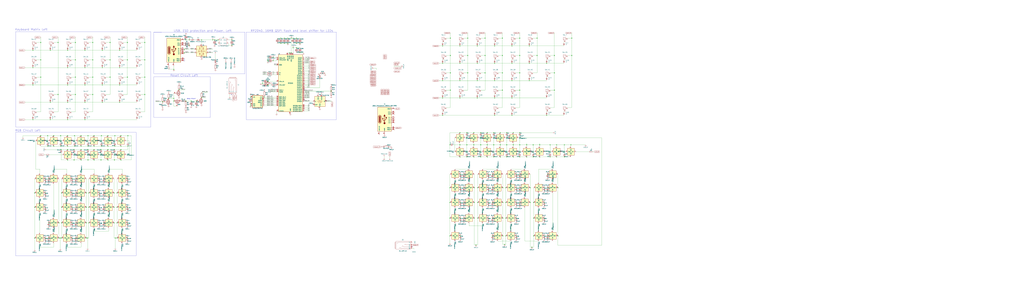
<source format=kicad_sch>
(kicad_sch (version 20250114) (generator "eeschema") (generator_version "9.0")
  (paper "User" 1500.01 450.012)
  (title_block (title "recess") (rev "0.1a") (company "onigaku"))
  (rectangle (start 22.86 46.355) (end 220.98 186.055))
  (rectangle (start 22.86 193.675) (end 199.39 374.65))
  (text "Keyboard Matrix Left" (at 22.225 45.085 0) (effects (font (size 3 3)) (justify left bottom)))
  (text "RGB Circuit Left" (at 22.225 193.04 0) (effects (font (size 3 3)) (justify left bottom)))
  (text "Reset Circuit Left" (at 249.555 112.395 0) (effects (font (size 3 3)) (justify left bottom)))
  (text "RP2040, 16MB QSPI flash and level shifter for LEDs" (at 367.03 46.99 0) (effects (font (size 3 3)) (justify left bottom)))
  (text "USB, ESD protection and Power, Left" (at 254.635 46.99 0) (effects (font (size 3 3)) (justify left bottom)))
  (text "Delay Circuit" (at 273.685 145.415 0) (effects (font (size 1.27 1.27)) (justify left bottom)))
  (junction (at 168.275 198.755) (diameter 1.016))
  (junction (at 742.315 194.31))
  (junction (at 269.875 72.39))
  (junction (at 168.275 213.995))
  (junction (at 721.36 255.27))
  (junction (at 812.165 81.28) (diameter 1.016))
  (junction (at 699.135 143.51))
  (junction (at 699.135 67.31))
  (junction (at 128.905 213.995))
  (junction (at 99.06 124.46))
  (junction (at 694.69 296.545) (diameter 1.016))
  (junction (at 761.365 255.27))
  (junction (at 89.535 219.075))
  (junction (at 280.035 147.955))
  (junction (at 99.06 175.26))
  (junction (at 161.29 113.03) (diameter 1.016))
  (junction (at 392.43 124.46))
  (junction (at 262.255 131.445))
  (junction (at 135.89 87.63) (diameter 1.016))
  (junction (at 66.04 282.575))
  (junction (at 736.6 319.405) (diameter 1.016))
  (junction (at 781.685 345.44) (diameter 1.016))
  (junction (at 71.12 261.62))
  (junction (at 108.585 219.075))
  (junction (at 149.86 99.06))
  (junction (at 713.74 194.31) (diameter 1.016))
  (junction (at 715.01 274.955))
  (junction (at 392.43 119.38))
  (junction (at 699.135 92.71))
  (junction (at 756.285 274.955))
  (junction (at 128.905 219.075))
  (junction (at 742.315 212.09) (diameter 1.016))
  (junction (at 167.005 326.39) (diameter 1.016))
  (junction (at 186.69 62.23) (diameter 1.016))
  (junction (at 99.06 213.995) (diameter 1.016))
  (junction (at 126.365 282.575) (diameter 1.016))
  (junction (at 85.09 138.43) (diameter 1.016))
  (junction (at 171.45 326.39) (diameter 1.016))
  (junction (at 679.45 296.545))
  (junction (at 149.86 73.66))
  (junction (at 817.245 345.44) (diameter 1.016))
  (junction (at 111.125 282.575))
  (junction (at 110.49 87.63) (diameter 1.016))
  (junction (at 781.685 319.405) (diameter 1.016))
  (junction (at 815.34 229.87))
  (junction (at 416.56 55.88))
  (junction (at 247.015 144.145))
  (junction (at 130.175 303.53) (diameter 1.016))
  (junction (at 339.725 58.42))
  (junction (at 105.41 348.615))
  (junction (at 713.74 212.09) (diameter 1.016))
  (junction (at 761.365 194.31))
  (junction (at 186.69 261.62))
  (junction (at 69.85 198.755) (diameter 1.016))
  (junction (at 254.635 101.6))
  (junction (at 145.415 261.62))
  (junction (at 177.165 213.995) (diameter 1.016))
  (junction (at 761.365 55.88) (diameter 1.016))
  (junction (at 749.935 143.51))
  (junction (at 715.01 255.27))
  (junction (at 721.36 319.405))
  (junction (at 86.36 326.39) (diameter 1.016))
  (junction (at 212.09 62.23) (diameter 1.016))
  (junction (at 721.36 296.545))
  (junction (at 724.535 92.71))
  (junction (at 99.06 149.86))
  (junction (at 735.965 81.28) (diameter 1.016))
  (junction (at 739.14 358.14))
  (junction (at 826.77 212.09))
  (junction (at 761.365 274.955))
  (junction (at 126.365 326.39) (diameter 1.016))
  (junction (at 124.46 73.66))
  (junction (at 429.26 55.88))
  (junction (at 805.815 212.09))
  (junction (at 694.055 194.31) (diameter 1.016))
  (junction (at 110.49 138.43) (diameter 1.016))
  (junction (at 105.41 282.575))
  (junction (at 238.125 149.225))
  (junction (at 59.69 62.23) (diameter 1.016))
  (junction (at 108.585 234.315) (diameter 1.016))
  (junction (at 779.145 361.95))
  (junction (at 71.12 326.39))
  (junction (at 59.69 87.63) (diameter 1.016))
  (junction (at 177.165 234.315) (diameter 1.016))
  (junction (at 756.285 345.44))
  (junction (at 124.46 175.26))
  (junction (at 128.905 234.315) (diameter 1.016))
  (junction (at 367.03 152.4))
  (junction (at 145.415 326.39))
  (junction (at 721.36 345.44))
  (junction (at 48.26 124.46))
  (junction (at 735.965 132.08) (diameter 1.016))
  (junction (at 659.13 319.405) (diameter 1.016))
  (junction (at 724.535 168.91))
  (junction (at 694.055 229.87) (diameter 1.016))
  (junction (at 439.42 77.47))
  (junction (at 111.125 261.62))
  (junction (at 659.765 55.88) (diameter 1.016))
  (junction (at 118.745 213.995) (diameter 1.016))
  (junction (at 659.13 274.955) (diameter 1.016))
  (junction (at 66.04 348.615))
  (junction (at 175.26 73.66))
  (junction (at 167.005 282.575) (diameter 1.016))
  (junction (at 424.18 77.47))
  (junction (at 212.09 113.03) (diameter 1.016))
  (junction (at 128.905 198.755) (diameter 1.016))
  (junction (at 673.735 212.09) (diameter 1.016))
  (junction (at 90.17 303.53) (diameter 1.016))
  (junction (at 319.405 58.42))
  (junction (at 674.37 319.405))
  (junction (at 685.165 55.88) (diameter 1.016))
  (junction (at 732.79 229.87) (diameter 1.016))
  (junction (at 111.125 303.53))
  (junction (at 749.935 118.11))
  (junction (at 50.8 348.615) (diameter 1.016))
  (junction (at 171.45 348.615) (diameter 1.016))
  (junction (at 367.03 154.94))
  (junction (at 254.635 147.955))
  (junction (at 775.335 118.11))
  (junction (at 78.74 213.995) (diameter 1.016))
  (junction (at 161.29 87.63) (diameter 1.016))
  (junction (at 674.37 274.955))
  (junction (at 781.05 229.87))
  (junction (at 673.735 143.51))
  (junction (at 723.265 229.87))
  (junction (at 73.66 73.66))
  (junction (at 186.69 348.615))
  (junction (at 761.365 81.28) (diameter 1.016))
  (junction (at 105.41 326.39))
  (junction (at 790.575 229.87) (diameter 1.016))
  (junction (at 761.365 132.08) (diameter 1.016))
  (junction (at 90.17 348.615) (diameter 1.016))
  (junction (at 741.045 345.44) (diameter 1.016))
  (junction (at 683.895 194.31))
  (junction (at 86.36 348.615) (diameter 1.016))
  (junction (at 679.45 274.955))
  (junction (at 781.05 212.09) (diameter 1.016))
  (junction (at 147.955 234.315) (diameter 1.016))
  (junction (at 434.34 69.85))
  (junction (at 429.26 69.85))
  (junction (at 749.935 67.31))
  (junction (at 186.69 87.63) (diameter 1.016))
  (junction (at 158.115 198.755) (diameter 1.016))
  (junction (at 742.315 229.87))
  (junction (at 674.37 296.545))
  (junction (at 99.06 73.66))
  (junction (at 659.13 296.545) (diameter 1.016))
  (junction (at 802.005 274.955))
  (junction (at 826.77 229.87))
  (junction (at 723.265 212.09) (diameter 1.016))
  (junction (at 272.415 147.955))
  (junction (at 367.03 142.24))
  (junction (at 109.22 213.995))
  (junction (at 158.115 213.995) (diameter 1.016))
  (junction (at 99.06 219.075) (diameter 1.016))
  (junction (at 674.37 345.44))
  (junction (at 812.165 106.68) (diameter 1.016))
  (junction (at 786.765 55.88) (diameter 1.016))
  (junction (at 817.245 274.955) (diameter 1.016))
  (junction (at 90.17 326.39) (diameter 1.016))
  (junction (at 99.06 99.06))
  (junction (at 69.85 213.995))
  (junction (at 741.045 296.545) (diameter 1.016))
  (junction (at 314.325 58.42))
  (junction (at 761.365 229.87))
  (junction (at 269.875 77.47))
  (junction (at 277.495 66.04))
  (junction (at 50.8 282.575) (diameter 1.016))
  (junction (at 800.735 168.91))
  (junction (at 802.005 255.27))
  (junction (at 685.165 81.28) (diameter 1.016))
  (junction (at 836.295 212.09))
  (junction (at 775.335 92.71))
  (junction (at 118.745 198.755) (diameter 1.016))
  (junction (at 416.56 63.5))
  (junction (at 426.72 77.47))
  (junction (at 126.365 303.53) (diameter 1.016))
  (junction (at 88.9 198.755) (diameter 1.016))
  (junction (at 272.415 58.42))
  (junction (at 171.45 303.53) (diameter 1.016))
  (junction (at 812.165 132.08) (diameter 1.016))
  (junction (at 648.335 92.71))
  (junction (at 71.12 348.615))
  (junction (at 384.81 121.92))
  (junction (at 158.115 234.315) (diameter 1.016))
  (junction (at 724.535 118.11))
  (junction (at 683.895 229.87))
  (junction (at 679.45 255.27))
  (junction (at 50.8 303.53) (diameter 1.016))
  (junction (at 699.135 118.11))
  (junction (at 723.265 194.31))
  (junction (at 732.79 212.09) (diameter 1.016))
  (junction (at 715.01 296.545))
  (junction (at 111.125 326.39))
  (junction (at 735.965 106.68) (diameter 1.016))
  (junction (at 751.84 212.09) (diameter 1.016))
  (junction (at 749.935 168.91))
  (junction (at 339.725 66.04))
  (junction (at 786.765 81.28) (diameter 1.016))
  (junction (at 48.26 73.66))
  (junction (at 421.64 55.88))
  (junction (at 88.265 348.615) (diameter 1.016))
  (junction (at 175.26 124.46))
  (junction (at 732.79 194.31))
  (junction (at 710.565 106.68) (diameter 1.016))
  (junction (at 659.13 212.09))
  (junction (at 704.215 194.31))
  (junction (at 105.41 303.53))
  (junction (at 648.335 67.31))
  (junction (at 137.795 219.075) (diameter 1.016))
  (junction (at 756.285 255.27))
  (junction (at 124.46 99.06))
  (junction (at 776.605 274.955) (diameter 1.016))
  (junction (at 73.66 175.26))
  (junction (at 771.525 229.87) (diameter 1.016))
  (junction (at 771.525 212.09) (diameter 1.016))
  (junction (at 168.91 348.615) (diameter 1.016))
  (junction (at 775.335 67.31))
  (junction (at 648.335 118.11))
  (junction (at 674.37 255.27))
  (junction (at 147.955 219.075))
  (junction (at 796.925 345.44))
  (junction (at 735.965 55.88) (diameter 1.016))
  (junction (at 673.735 118.11))
  (junction (at 802.005 345.44))
  (junction (at 756.285 319.405))
  (junction (at 741.045 319.405) (diameter 1.016))
  (junction (at 421.64 63.5))
  (junction (at 751.84 229.87) (diameter 1.016))
  (junction (at 59.69 198.755) (diameter 1.016))
  (junction (at 485.14 133.35))
  (junction (at 149.86 149.86))
  (junction (at 776.605 296.545) (diameter 1.016))
  (junction (at 175.26 149.86))
  (junction (at 761.365 212.09) (diameter 1.016))
  (junction (at 699.77 319.405) (diameter 1.016))
  (junction (at 130.175 326.39) (diameter 1.016))
  (junction (at 694.69 274.955) (diameter 1.016))
  (junction (at 137.795 234.315) (diameter 1.016))
  (junction (at 126.365 348.615) (diameter 1.016))
  (junction (at 151.765 303.53))
  (junction (at 434.34 55.88))
  (junction (at 109.22 198.755) (diameter 1.016))
  (junction (at 148.59 198.755) (diameter 1.016))
  (junction (at 110.49 113.03) (diameter 1.016))
  (junction (at 78.74 198.755) (diameter 1.016))
  (junction (at 659.765 81.28) (diameter 1.016))
  (junction (at 59.69 113.03) (diameter 1.016))
  (junction (at 434.34 63.5))
  (junction (at 186.69 303.53))
  (junction (at 124.46 124.46))
  (junction (at 673.735 194.31) (diameter 1.016))
  (junction (at 137.795 198.755) (diameter 1.016))
  (junction (at 694.69 319.405) (diameter 1.016))
  (junction (at 741.045 274.955) (diameter 1.016))
  (junction (at 186.69 113.03) (diameter 1.016))
  (junction (at 151.765 282.575))
  (junction (at 659.765 106.68) (diameter 1.016))
  (junction (at 400.05 88.9))
  (junction (at 761.365 106.68) (diameter 1.016))
  (junction (at 295.275 142.875))
  (junction (at 800.735 92.71))
  (junction (at 790.575 212.09) (diameter 1.016))
  (junction (at 186.69 326.39))
  (junction (at 88.9 213.995))
  (junction (at 99.06 198.755) (diameter 1.016))
  (junction (at 167.005 303.53) (diameter 1.016))
  (junction (at 48.26 99.06))
  (junction (at 736.6 296.545) (diameter 1.016))
  (junction (at 837.565 55.88) (diameter 1.016))
  (junction (at 736.6 274.955) (diameter 1.016))
  (junction (at 187.325 198.755) (diameter 1.016))
  (junction (at 135.89 62.23) (diameter 1.016))
  (junction (at 277.495 58.42))
  (junction (at 815.34 212.09))
  (junction (at 439.42 63.5))
  (junction (at 254.635 144.145))
  (junction (at 736.6 345.44) (diameter 1.016))
  (junction (at 177.165 198.755) (diameter 1.016))
  (junction (at 724.535 143.51))
  (junction (at 111.125 348.615))
  (junction (at 387.35 142.24))
  (junction (at 685.165 106.68) (diameter 1.016))
  (junction (at 145.415 303.53))
  (junction (at 99.06 234.315) (diameter 1.016))
  (junction (at 781.685 296.545) (diameter 1.016))
  (junction (at 796.925 274.955))
  (junction (at 295.275 58.42))
  (junction (at 212.09 138.43) (diameter 1.016))
  (junction (at 713.74 229.87) (diameter 1.016))
  (junction (at 724.535 67.31))
  (junction (at 135.89 138.43) (diameter 1.016))
  (junction (at 411.48 63.5))
  (junction (at 400.05 83.82))
  (junction (at 167.64 219.075))
  (junction (at 158.115 219.075) (diameter 1.016))
  (junction (at 710.565 55.88) (diameter 1.016))
  (junction (at 411.48 55.88))
  (junction (at 175.26 99.06))
  (junction (at 756.285 296.545))
  (junction (at 426.72 55.88))
  (junction (at 212.09 87.63) (diameter 1.016))
  (junction (at 124.46 149.86))
  (junction (at 710.565 81.28) (diameter 1.016))
  (junction (at 167.64 234.315) (diameter 1.016))
  (junction (at 796.925 319.405))
  (junction (at 683.895 212.09) (diameter 1.016))
  (junction (at 118.745 234.315) (diameter 1.016))
  (junction (at 749.935 92.71))
  (junction (at 148.59 213.995))
  (junction (at 704.215 212.09) (diameter 1.016))
  (junction (at 149.86 124.46))
  (junction (at 721.36 274.955))
  (junction (at 66.04 303.53))
  (junction (at 648.335 168.91))
  (junction (at 715.01 319.405))
  (junction (at 118.745 219.075) (diameter 1.016))
  (junction (at 697.23 358.775))
  (junction (at 751.84 194.31))
  (junction (at 694.055 212.09) (diameter 1.016))
  (junction (at 186.69 282.575))
  (junction (at 145.415 282.575))
  (junction (at 66.04 261.62))
  (junction (at 151.765 261.62))
  (junction (at 704.215 229.87))
  (junction (at 128.27 348.615) (diameter 1.016))
  (junction (at 90.17 282.575) (diameter 1.016))
  (junction (at 311.785 58.42))
  (junction (at 137.795 213.995) (diameter 1.016))
  (junction (at 110.49 62.23) (diameter 1.016))
  (junction (at 151.765 326.39))
  (junction (at 805.815 229.87))
  (junction (at 287.655 147.955))
  (junction (at 392.43 88.9))
  (junction (at 673.735 67.31))
  (junction (at 673.735 92.71))
  (junction (at 171.45 282.575) (diameter 1.016))
  (junction (at 161.29 62.23) (diameter 1.016))
  (junction (at 679.45 319.405))
  (junction (at 105.41 261.62))
  (junction (at 796.925 296.545))
  (junction (at 85.09 62.23) (diameter 1.016))
  (junction (at 699.77 296.545) (diameter 1.016))
  (junction (at 699.77 274.955) (diameter 1.016))
  (junction (at 48.26 175.26))
  (junction (at 648.335 143.51))
  (junction (at 837.565 81.28) (diameter 1.016))
  (junction (at 761.365 296.545))
  (junction (at 135.89 113.03) (diameter 1.016))
  (junction (at 130.175 282.575) (diameter 1.016))
  (junction (at 659.13 345.44) (diameter 1.016))
  (junction (at 659.765 132.08) (diameter 1.016))
  (junction (at 673.735 229.87) (diameter 1.016))
  (junction (at 177.165 219.075) (diameter 1.016))
  (junction (at 187.325 213.995))
  (junction (at 73.66 149.86))
  (no_connect (at 603.885 361.315))
  (no_connect (at 339.09 138.43))
  (no_connect (at 666.75 353.06))
  (no_connect (at 445.77 130.81))
  (no_connect (at 179.07 356.235))
  (no_connect (at 445.77 146.05))
  (no_connect (at 269.875 86.36))
  (no_connect (at 269.875 88.9))
  (wire (pts (xy 405.13 88.9) (xy 405.13 87.63)))
  (wire (pts (xy 108.585 224.155) (xy 108.585 234.315)))
  (wire (pts (xy 817.245 274.955) (xy 817.245 345.44)))
  (wire (pts (xy 187.325 213.995) (xy 177.165 213.995)))
  (wire (pts (xy 130.175 326.39) (xy 130.175 303.53)))
  (wire (pts (xy 36.83 124.46) (xy 48.26 124.46)))
  (wire (pts (xy 739.14 358.14) (xy 741.045 358.14)))
  (wire (pts (xy 713.74 194.31) (xy 723.265 194.31)))
  (wire (pts (xy 790.575 229.87) (xy 805.815 229.87)))
  (wire (pts (xy 798.195 222.25) (xy 807.72 222.25)))
  (wire (pts (xy 200.66 168.91) (xy 200.66 170.18)))
  (wire (pts (xy 843.915 222.25) (xy 862.965 222.25)))
  (wire (pts (xy 704.215 55.88) (xy 710.565 55.88)))
  (wire (pts (xy 771.525 212.09) (xy 771.525 214.63)))
  (wire (pts (xy 128.905 219.075) (xy 137.795 219.075)))
  (wire (pts (xy 729.615 55.88) (xy 735.965 55.88)))
  (wire (pts (xy 699.77 274.955) (xy 699.77 296.545)))
  (wire (pts (xy 384.81 121.92) (xy 384.81 119.38)))
  (wire (pts (xy 36.83 73.66) (xy 48.26 73.66)))
  (wire (pts (xy 732.79 212.09) (xy 742.315 212.09)))
  (wire (pts (xy 159.385 247.65) (xy 179.07 247.65)))
  (wire (pts (xy 710.565 48.26) (xy 710.565 55.88)))
  (wire (pts (xy 800.735 162.56) (xy 800.735 163.83)))
  (wire (pts (xy 701.675 201.93) (xy 706.12 201.93)))
  (wire (pts (xy 468.63 116.205) (xy 468.63 128.27)))
  (wire (pts (xy 88.9 198.755) (xy 99.06 198.755)))
  (wire (pts (xy 280.035 147.955) (xy 287.655 147.955)))
  (wire (pts (xy 659.13 296.545) (xy 659.13 274.955)))
  (wire (pts (xy 694.055 209.55) (xy 694.055 212.09)))
  (wire (pts (xy 205.74 87.63) (xy 212.09 87.63)))
  (wire (pts (xy 673.735 92.71) (xy 699.135 92.71)))
  (wire (pts (xy 118.745 213.995) (xy 128.905 213.995)))
  (wire (pts (xy 781.685 296.545) (xy 781.685 274.955)))
  (wire (pts (xy 570.865 229.235) (xy 570.865 231.775)))
  (wire (pts (xy 761.365 132.08) (xy 761.365 106.68)))
  (wire (pts (xy 812.165 132.08) (xy 812.165 106.68)))
  (wire (pts (xy 724.535 143.51) (xy 749.935 143.51)))
  (wire (pts (xy 735.965 106.68) (xy 735.965 81.28)))
  (wire (pts (xy 800.735 92.71) (xy 826.135 92.71)))
  (wire (pts (xy 128.905 213.995) (xy 137.795 213.995)))
  (wire (pts (xy 387.35 140.97) (xy 387.35 142.24)))
  (wire (pts (xy 59.69 163.83) (xy 59.69 113.03)))
  (polyline (pts (xy 225.425 107.95) (xy 225.425 46.99)))
  (wire (pts (xy 137.795 274.955) (xy 137.795 269.24)))
  (wire (pts (xy 673.735 212.09) (xy 683.895 212.09)))
  (wire (pts (xy 254.635 144.145) (xy 254.635 147.955)))
  (wire (pts (xy 168.91 363.855) (xy 168.91 348.615)))
  (wire (pts (xy 175.26 67.31) (xy 175.26 68.58)))
  (wire (pts (xy 175.26 143.51) (xy 175.26 144.78)))
  (wire (pts (xy 118.745 234.315) (xy 128.905 234.315)))
  (wire (pts (xy 254.635 147.955) (xy 254.635 155.575)))
  (wire (pts (xy 736.6 319.405) (xy 736.6 296.545)))
  (wire (pts (xy 180.34 113.03) (xy 186.69 113.03)))
  (wire (pts (xy 239.395 149.225) (xy 238.125 149.225)))
  (wire (pts (xy 429.26 77.47) (xy 429.26 69.85)))
  (wire (pts (xy 387.35 152.4) (xy 405.13 152.4)))
  (wire (pts (xy 124.46 168.91) (xy 124.46 170.18)))
  (wire (pts (xy 269.875 71.12) (xy 269.875 72.39)))
  (wire (pts (xy 169.545 226.695) (xy 165.735 226.695)))
  (wire (pts (xy 88.9 208.915) (xy 88.9 198.755)))
  (wire (pts (xy 755.015 157.48) (xy 761.365 157.48)))
  (wire (pts (xy 805.815 229.87) (xy 815.34 229.87)))
  (wire (pts (xy 186.69 138.43) (xy 186.69 113.03)))
  (wire (pts (xy 789.305 247.65) (xy 809.625 247.65)))
  (wire (pts (xy 666.75 267.335) (xy 666.75 262.89)))
  (wire (pts (xy 168.275 198.755) (xy 177.165 198.755)))
  (wire (pts (xy 685.165 132.08) (xy 685.165 106.68)))
  (wire (pts (xy 50.8 303.53) (xy 50.8 348.615)))
  (wire (pts (xy 659.765 55.88) (xy 659.765 81.28)))
  (wire (pts (xy 86.36 348.615) (xy 86.36 326.39)))
  (wire (pts (xy 687.07 304.165) (xy 687.07 311.785)))
  (wire (pts (xy 713.74 229.87) (xy 723.265 229.87)))
  (wire (pts (xy 741.045 358.14) (xy 741.045 345.44)))
  (wire (pts (xy 165.735 206.375) (xy 169.545 206.375)))
  (wire (pts (xy 478.79 148.59) (xy 486.41 148.59)))
  (wire (pts (xy 780.415 81.28) (xy 786.765 81.28)))
  (wire (pts (xy 749.935 67.31) (xy 775.335 67.31)))
  (wire (pts (xy 781.685 319.405) (xy 781.685 296.545)))
  (wire (pts (xy 405.13 85.09) (xy 405.13 83.82)))
  (wire (pts (xy 687.07 288.925) (xy 687.07 282.575)))
  (wire (pts (xy 817.245 345.44) (xy 817.245 359.41)))
  (wire (pts (xy 269.875 72.39) (xy 269.875 73.66)))
  (wire (pts (xy 723.265 212.09) (xy 732.79 212.09)))
  (wire (pts (xy 104.14 138.43) (xy 110.49 138.43)))
  (wire (pts (xy 212.09 163.83) (xy 212.09 138.43)))
  (wire (pts (xy 137.795 338.455) (xy 159.385 338.455)))
  (wire (pts (xy 259.715 155.575) (xy 254.635 155.575)))
  (wire (pts (xy 180.34 138.43) (xy 186.69 138.43)))
  (wire (pts (xy 149.86 99.06) (xy 175.26 99.06)))
  (wire (pts (xy 205.74 113.03) (xy 212.09 113.03)))
  (wire (pts (xy 179.07 295.91) (xy 179.07 290.195)))
  (wire (pts (xy 130.175 326.39) (xy 130.175 348.615)))
  (wire (pts (xy 73.66 175.26) (xy 99.06 175.26)))
  (wire (pts (xy 729.615 81.28) (xy 735.965 81.28)))
  (wire (pts (xy 167.005 326.39) (xy 167.005 348.615)))
  (wire (pts (xy 673.735 229.87) (xy 683.895 229.87)))
  (wire (pts (xy 822.96 222.25) (xy 828.675 222.25)))
  (wire (pts (xy 212.09 138.43) (xy 212.09 113.03)))
  (wire (pts (xy 694.69 274.955) (xy 694.69 255.27)))
  (wire (pts (xy 837.565 55.88) (xy 837.565 81.28)))
  (wire (pts (xy 740.41 222.25) (xy 744.22 222.25)))
  (wire (pts (xy 776.605 274.955) (xy 776.605 296.545)))
  (wire (pts (xy 445.77 100.33) (xy 453.39 100.33)))
  (wire (pts (xy 837.565 157.48) (xy 837.565 81.28)))
  (wire (pts (xy 710.565 106.68) (xy 710.565 81.28)))
  (wire (pts (xy 186.69 62.23) (xy 186.69 87.63)))
  (wire (pts (xy 790.575 212.09) (xy 790.575 209.55)))
  (wire (pts (xy 683.895 194.31) (xy 694.055 194.31)))
  (wire (pts (xy 749.935 60.96) (xy 749.935 62.23)))
  (wire (pts (xy 800.735 111.76) (xy 800.735 113.03)))
  (wire (pts (xy 434.34 55.88) (xy 439.42 55.88)))
  (wire (pts (xy 704.215 229.87) (xy 713.74 229.87)))
  (wire (pts (xy 99.06 67.31) (xy 99.06 68.58)))
  (wire (pts (xy 398.78 106.68) (xy 405.13 106.68)))
  (wire (pts (xy 659.765 132.08) (xy 659.765 157.48)))
  (wire (pts (xy 392.43 83.82) (xy 392.43 88.9)))
  (wire (pts (xy 154.94 87.63) (xy 161.29 87.63)))
  (wire (pts (xy 67.31 206.375) (xy 71.12 206.375)))
  (wire (pts (xy 382.27 121.92) (xy 384.81 121.92)))
  (wire (pts (xy 398.78 109.22) (xy 405.13 109.22)))
  (wire (pts (xy 88.265 348.615) (xy 90.17 348.615)))
  (wire (pts (xy 562.61 231.775) (xy 562.61 229.235)))
  (wire (pts (xy 761.365 106.68) (xy 761.365 81.28)))
  (wire (pts (xy 741.045 255.27) (xy 741.045 274.955)))
  (wire (pts (xy 755.015 132.08) (xy 761.365 132.08)))
  (wire (pts (xy 742.315 212.09) (xy 751.84 212.09)))
  (wire (pts (xy 78.74 163.83) (xy 85.09 163.83)))
  (wire (pts (xy 179.07 318.77) (xy 179.07 311.15)))
  (wire (pts (xy 445.77 123.19) (xy 453.39 123.19)))
  (wire (pts (xy 751.84 194.31) (xy 761.365 194.31)))
  (wire (pts (xy 434.34 69.85) (xy 439.42 69.85)))
  (wire (pts (xy 58.42 311.15) (xy 58.42 340.995)))
  (wire (pts (xy 104.14 163.83) (xy 110.49 163.83)))
  (wire (pts (xy 118.745 290.195) (xy 118.745 295.91)))
  (wire (pts (xy 78.74 247.65) (xy 78.74 254)))
  (wire (pts (xy 247.015 144.145) (xy 254.635 144.145)))
  (wire (pts (xy 445.77 120.65) (xy 453.39 120.65)))
  (wire (pts (xy 406.4 55.88) (xy 411.48 55.88)))
  (wire (pts (xy 97.79 254) (xy 97.79 247.65)))
  (wire (pts (xy 728.98 282.575) (xy 728.98 288.925)))
  (wire (pts (xy 137.795 198.755) (xy 148.59 198.755)))
  (wire (pts (xy 180.34 62.23) (xy 186.69 62.23)))
  (wire (pts (xy 643.255 92.71) (xy 648.335 92.71)))
  (polyline (pts (xy 358.775 46.99) (xy 358.775 107.95)))
  (wire (pts (xy 775.335 67.31) (xy 826.135 67.31)))
  (wire (pts (xy 805.815 212.09) (xy 815.34 212.09)))
  (wire (pts (xy 673.735 86.36) (xy 673.735 87.63)))
  (wire (pts (xy 659.765 48.26) (xy 659.765 55.88)))
  (wire (pts (xy 387.35 142.24) (xy 405.13 142.24)))
  (wire (pts (xy 751.84 212.09) (xy 761.365 212.09)))
  (wire (pts (xy 315.595 78.74) (xy 315.595 86.36)))
  (wire (pts (xy 775.335 86.36) (xy 775.335 87.63)))
  (wire (pts (xy 673.735 60.96) (xy 673.735 62.23)))
  (wire (pts (xy 445.77 110.49) (xy 453.39 110.49)))
  (wire (pts (xy 389.89 121.92) (xy 384.81 121.92)))
  (wire (pts (xy 723.265 194.31) (xy 732.79 194.31)))
  (wire (pts (xy 748.665 288.925) (xy 748.665 282.575)))
  (wire (pts (xy 768.985 262.89) (xy 768.985 267.335)))
  (wire (pts (xy 126.365 303.53) (xy 126.365 326.39)))
  (wire (pts (xy 99.06 118.11) (xy 99.06 119.38)))
  (wire (pts (xy 167.64 219.075) (xy 177.165 219.075)))
  (wire (pts (xy 48.26 99.06) (xy 99.06 99.06)))
  (wire (pts (xy 85.09 163.83) (xy 85.09 138.43)))
  (wire (pts (xy 759.46 201.93) (xy 881.38 201.93)))
  (wire (pts (xy 187.325 208.915) (xy 187.325 198.755)))
  (wire (pts (xy 97.79 295.91) (xy 97.79 290.195)))
  (wire (pts (xy 749.935 168.91) (xy 800.735 168.91)))
  (wire (pts (xy 800.735 137.16) (xy 800.735 138.43)))
  (wire (pts (xy 775.335 92.71) (xy 800.735 92.71)))
  (wire (pts (xy 771.525 212.09) (xy 781.05 212.09)))
  (wire (pts (xy 137.795 213.995) (xy 148.59 213.995)))
  (wire (pts (xy 659.13 229.87) (xy 673.735 229.87)))
  (wire (pts (xy 394.97 121.92) (xy 395.605 121.92)))
  (wire (pts (xy 736.6 296.545) (xy 736.6 274.955)))
  (wire (pts (xy 683.895 199.39) (xy 683.895 212.09)))
  (wire (pts (xy 735.965 157.48) (xy 735.965 132.08)))
  (wire (pts (xy 110.49 62.23) (xy 110.49 87.63)))
  (wire (pts (xy 606.425 365.125) (xy 606.425 363.855)))
  (wire (pts (xy 685.165 48.26) (xy 685.165 55.88)))
  (wire (pts (xy 812.165 157.48) (xy 812.165 132.08)))
  (wire (pts (xy 99.06 168.91) (xy 99.06 170.18)))
  (wire (pts (xy 416.56 55.88) (xy 421.64 55.88)))
  (wire (pts (xy 761.365 212.09) (xy 771.525 212.09)))
  (wire (pts (xy 713.74 212.09) (xy 713.74 214.63)))
  (wire (pts (xy 90.17 303.53) (xy 90.17 282.575)))
  (wire (pts (xy 445.77 95.25) (xy 453.39 95.25)))
  (wire (pts (xy 468.63 107.315) (xy 468.63 108.585)))
  (wire (pts (xy 434.34 77.47) (xy 439.42 77.47)))
  (wire (pts (xy 161.29 54.61) (xy 161.29 62.23)))
  (wire (pts (xy 831.215 55.88) (xy 837.565 55.88)))
  (wire (pts (xy 643.255 118.11) (xy 648.335 118.11)))
  (wire (pts (xy 704.215 199.39) (xy 704.215 212.09)))
  (wire (pts (xy 148.59 213.995) (xy 158.115 213.995)))
  (wire (pts (xy 78.74 361.95) (xy 78.74 356.235)))
  (wire (pts (xy 694.69 358.775) (xy 697.23 358.775)))
  (wire (pts (xy 666.115 222.25) (xy 666.115 201.93)))
  (wire (pts (xy 445.77 97.79) (xy 453.39 97.79)))
  (wire (pts (xy 295.275 64.77) (xy 295.275 58.42)))
  (wire (pts (xy 694.055 214.63) (xy 694.055 212.09)))
  (wire (pts (xy 685.165 106.68) (xy 685.165 81.28)))
  (wire (pts (xy 69.85 208.915) (xy 69.85 198.755)))
  (wire (pts (xy 728.98 304.165) (xy 728.98 311.785)))
  (wire (pts (xy 135.89 54.61) (xy 135.89 62.23)))
  (wire (pts (xy 109.22 213.995) (xy 118.745 213.995)))
  (polyline (pts (xy 360.68 175.26) (xy 360.68 46.99)))
  (wire (pts (xy 735.965 55.88) (xy 735.965 81.28)))
  (wire (pts (xy 396.24 132.08) (xy 405.13 132.08)))
  (wire (pts (xy 36.83 99.06) (xy 48.26 99.06)))
  (wire (pts (xy 445.77 90.17) (xy 453.39 90.17)))
  (wire (pts (xy 392.43 119.38) (xy 405.13 119.38)))
  (wire (pts (xy 421.64 77.47) (xy 424.18 77.47)))
  (wire (pts (xy 168.275 213.995) (xy 177.165 213.995)))
  (wire (pts (xy 149.86 143.51) (xy 149.86 144.78)))
  (wire (pts (xy 367.03 142.24) (xy 367.03 143.51)))
  (wire (pts (xy 73.66 168.91) (xy 73.66 170.18)))
  (wire (pts (xy 400.05 88.9) (xy 405.13 88.9)))
  (wire (pts (xy 90.17 282.575) (xy 90.17 261.62)))
  (wire (pts (xy 445.77 148.59) (xy 458.47 148.59)))
  (wire (pts (xy 167.64 234.315) (xy 177.165 234.315)))
  (wire (pts (xy 212.09 62.23) (xy 212.09 87.63)))
  (wire (pts (xy 104.14 87.63) (xy 110.49 87.63)))
  (wire (pts (xy 704.215 212.09) (xy 713.74 212.09)))
  (wire (pts (xy 736.6 345.44) (xy 736.6 319.405)))
  (wire (pts (xy 666.75 247.65) (xy 687.07 247.65)))
  (wire (pts (xy 694.055 229.87) (xy 704.215 229.87)))
  (wire (pts (xy 48.26 92.71) (xy 48.26 93.98)))
  (wire (pts (xy 124.46 67.31) (xy 124.46 68.58)))
  (wire (pts (xy 262.255 131.445) (xy 271.145 131.445)))
  (wire (pts (xy 158.115 234.315) (xy 167.64 234.315)))
  (wire (pts (xy 439.42 77.47) (xy 444.5 77.47)))
  (wire (pts (xy 78.74 62.23) (xy 85.09 62.23)))
  (wire (pts (xy 749.935 162.56) (xy 749.935 163.83)))
  (wire (pts (xy 205.74 138.43) (xy 212.09 138.43)))
  (wire (pts (xy 387.35 147.32) (xy 405.13 147.32)))
  (wire (pts (xy 179.07 274.955) (xy 179.07 269.24)))
  (wire (pts (xy 278.765 72.39) (xy 285.115 72.39)))
  (wire (pts (xy 58.42 356.235) (xy 58.42 361.95)))
  (wire (pts (xy 126.365 326.39) (xy 126.365 348.615)))
  (wire (pts (xy 685.165 55.88) (xy 685.165 81.28)))
  (wire (pts (xy 58.42 247.65) (xy 58.42 254)))
  (wire (pts (xy 789.305 311.785) (xy 789.305 304.165)))
  (wire (pts (xy 704.215 224.79) (xy 704.215 212.09)))
  (wire (pts (xy 367.03 151.13) (xy 367.03 152.4)))
  (wire (pts (xy 411.48 55.88) (xy 416.56 55.88)))
  (wire (pts (xy 434.34 63.5) (xy 439.42 63.5)))
  (wire (pts (xy 118.745 318.77) (xy 118.745 311.15)))
  (wire (pts (xy 445.77 154.94) (xy 453.39 154.94)))
  (wire (pts (xy 699.77 296.545) (xy 699.77 319.405)))
  (wire (pts (xy 551.18 99.695) (xy 551.18 102.235)))
  (wire (pts (xy 108.585 219.075) (xy 118.745 219.075)))
  (wire (pts (xy 723.265 199.39) (xy 723.265 212.09)))
  (wire (pts (xy 205.74 62.23) (xy 212.09 62.23)))
  (wire (pts (xy 129.54 87.63) (xy 135.89 87.63)))
  (wire (pts (xy 200.66 143.51) (xy 200.66 144.78)))
  (wire (pts (xy 781.05 229.87) (xy 790.575 229.87)))
  (wire (pts (xy 128.905 224.155) (xy 128.905 234.315)))
  (wire (pts (xy 118.745 361.95) (xy 118.745 356.235)))
  (wire (pts (xy 445.77 157.48) (xy 453.39 157.48)))
  (wire (pts (xy 53.34 163.83) (xy 59.69 163.83)))
  (wire (pts (xy 724.535 67.31) (xy 749.935 67.31)))
  (wire (pts (xy 50.8 282.575) (xy 50.8 303.53)))
  (wire (pts (xy 148.59 208.915) (xy 148.59 198.755)))
  (wire (pts (xy 686.435 222.25) (xy 681.355 222.25)))
  (wire (pts (xy 416.56 63.5) (xy 421.64 63.5)))
  (wire (pts (xy 673.735 118.11) (xy 699.135 118.11)))
  (wire (pts (xy 99.06 149.86) (xy 124.46 149.86)))
  (wire (pts (xy 826.135 162.56) (xy 826.135 163.83)))
  (wire (pts (xy 334.645 66.04) (xy 339.725 66.04)))
  (wire (pts (xy 48.26 175.26) (xy 73.66 175.26)))
  (wire (pts (xy 137.795 219.075) (xy 147.955 219.075)))
  (wire (pts (xy 227.965 149.225) (xy 238.125 149.225)))
  (wire (pts (xy 815.34 214.63) (xy 815.34 212.09)))
  (wire (pts (xy 648.335 60.96) (xy 648.335 62.23)))
  (wire (pts (xy 187.325 198.755) (xy 192.405 198.755)))
  (wire (pts (xy 99.06 198.755) (xy 109.22 198.755)))
  (wire (pts (xy 724.535 92.71) (xy 749.935 92.71)))
  (wire (pts (xy 648.335 118.11) (xy 673.735 118.11)))
  (wire (pts (xy 713.74 212.09) (xy 713.74 209.55)))
  (wire (pts (xy 786.765 106.68) (xy 786.765 81.28)))
  (wire (pts (xy 735.965 48.26) (xy 735.965 55.88)))
  (wire (pts (xy 272.415 147.955) (xy 280.035 147.955)))
  (wire (pts (xy 710.565 55.88) (xy 710.565 81.28)))
  (wire (pts (xy 653.415 81.28) (xy 659.765 81.28)))
  (wire (pts (xy 88.265 364.49) (xy 88.265 348.615)))
  (wire (pts (xy 761.365 157.48) (xy 761.365 132.08)))
  (wire (pts (xy 118.745 340.995) (xy 118.745 334.01)))
  (wire (pts (xy 681.355 201.93) (xy 686.435 201.93)))
  (wire (pts (xy 154.94 113.03) (xy 161.29 113.03)))
  (wire (pts (xy 759.46 222.25) (xy 763.905 222.25)))
  (wire (pts (xy 48.26 73.66) (xy 73.66 73.66)))
  (wire (pts (xy 666.75 337.82) (xy 666.75 327.025)))
  (wire (pts (xy 277.495 58.42) (xy 279.4 58.42)))
  (wire (pts (xy 445.77 87.63) (xy 453.39 87.63)))
  (wire (pts (xy 50.8 282.575) (xy 50.8 261.62)))
  (wire (pts (xy 666.75 304.165) (xy 666.75 311.785)))
  (wire (pts (xy 149.86 118.11) (xy 149.86 119.38)))
  (wire (pts (xy 135.89 113.03) (xy 135.89 87.63)))
  (wire (pts (xy 678.815 55.88) (xy 685.165 55.88)))
  (wire (pts (xy 648.335 168.91) (xy 724.535 168.91)))
  (wire (pts (xy 800.735 86.36) (xy 800.735 87.63)))
  (wire (pts (xy 751.84 214.63) (xy 751.84 212.09)))
  (wire (pts (xy 603.885 363.855) (xy 606.425 363.855)))
  (wire (pts (xy 124.46 99.06) (xy 149.86 99.06)))
  (wire (pts (xy 659.13 194.31) (xy 673.735 194.31)))
  (polyline (pts (xy 225.425 46.99) (xy 358.775 46.99)))
  (wire (pts (xy 69.85 213.995) (xy 78.74 213.995)))
  (wire (pts (xy 755.015 55.88) (xy 761.365 55.88)))
  (wire (pts (xy 666.75 288.925) (xy 666.75 282.575)))
  (wire (pts (xy 805.815 132.08) (xy 812.165 132.08)))
  (wire (pts (xy 126.365 226.695) (xy 130.175 226.695)))
  (wire (pts (xy 741.045 319.405) (xy 741.045 345.44)))
  (wire (pts (xy 159.385 295.91) (xy 159.385 290.195)))
  (wire (pts (xy 771.525 229.87) (xy 781.05 229.87)))
  (wire (pts (xy 713.74 212.09) (xy 723.265 212.09)))
  (wire (pts (xy 89.535 219.075) (xy 99.06 219.075)))
  (wire (pts (xy 186.69 113.03) (xy 186.69 87.63)))
  (wire (pts (xy 304.165 135.255) (xy 295.275 135.255)))
  (wire (pts (xy 147.955 224.155) (xy 147.955 234.315)))
  (wire (pts (xy 781.685 361.95) (xy 781.685 345.44)))
  (polyline (pts (xy 307.975 172.085) (xy 225.425 172.085)))
  (wire (pts (xy 659.13 194.31) (xy 659.13 212.09)))
  (wire (pts (xy 768.985 288.925) (xy 768.985 282.575)))
  (wire (pts (xy 118.745 247.65) (xy 137.795 247.65)))
  (wire (pts (xy 800.735 168.91) (xy 826.135 168.91)))
  (wire (pts (xy 771.525 212.09) (xy 771.525 209.55)))
  (wire (pts (xy 311.785 58.42) (xy 314.325 58.42)))
  (wire (pts (xy 90.17 326.39) (xy 90.17 303.53)))
  (wire (pts (xy 97.79 361.95) (xy 118.745 361.95)))
  (wire (pts (xy 124.46 175.26) (xy 200.66 175.26)))
  (wire (pts (xy 547.37 99.695) (xy 551.18 99.695)))
  (wire (pts (xy 748.665 267.335) (xy 748.665 262.89)))
  (wire (pts (xy 790.575 212.09) (xy 805.815 212.09)))
  (wire (pts (xy 768.985 353.06) (xy 768.985 304.165)))
  (wire (pts (xy 149.86 73.66) (xy 175.26 73.66)))
  (wire (pts (xy 89.535 234.315) (xy 99.06 234.315)))
  (wire (pts (xy 724.535 162.56) (xy 724.535 163.83)))
  (wire (pts (xy 789.305 337.82) (xy 789.305 327.025)))
  (wire (pts (xy 109.22 198.755) (xy 118.745 198.755)))
  (wire (pts (xy 124.46 149.86) (xy 149.86 149.86)))
  (wire (pts (xy 85.09 62.23) (xy 85.09 138.43)))
  (wire (pts (xy 184.785 226.695) (xy 189.23 226.695)))
  (wire (pts (xy 124.46 73.66) (xy 149.86 73.66)))
  (wire (pts (xy 659.13 212.09) (xy 659.13 229.87)))
  (wire (pts (xy 721.36 201.93) (xy 725.17 201.93)))
  (wire (pts (xy 99.06 175.26) (xy 124.46 175.26)))
  (wire (pts (xy 124.46 92.71) (xy 124.46 93.98)))
  (wire (pts (xy 697.23 358.775) (xy 699.77 358.775)))
  (wire (pts (xy 659.13 296.545) (xy 659.13 319.405)))
  (wire (pts (xy 826.77 224.79) (xy 826.77 212.09)))
  (wire (pts (xy 168.275 208.915) (xy 168.275 198.755)))
  (wire (pts (xy 167.005 303.53) (xy 167.005 282.575)))
  (wire (pts (xy 429.26 69.85) (xy 434.34 69.85)))
  (wire (pts (xy 33.655 201.295) (xy 33.655 198.755)))
  (wire (pts (xy 110.49 113.03) (xy 110.49 87.63)))
  (wire (pts (xy 128.27 348.615) (xy 128.27 363.855)))
  (wire (pts (xy 167.005 282.575) (xy 167.005 261.62)))
  (wire (pts (xy 175.26 92.71) (xy 175.26 93.98)))
  (wire (pts (xy 643.255 143.51) (xy 648.335 143.51)))
  (wire (pts (xy 171.45 348.615) (xy 171.45 326.39)))
  (wire (pts (xy 99.06 234.315) (xy 108.585 234.315)))
  (wire (pts (xy 78.74 269.24) (xy 78.74 318.77)))
  (wire (pts (xy 776.605 255.27) (xy 776.605 274.955)))
  (wire (pts (xy 468.63 128.27) (xy 445.77 128.27)))
  (wire (pts (xy 445.77 125.73) (xy 453.39 125.73)))
  (wire (pts (xy 869.95 222.25) (xy 868.045 222.25)))
  (wire (pts (xy 445.77 92.71) (xy 453.39 92.71)))
  (wire (pts (xy 175.26 149.86) (xy 200.66 149.86)))
  (wire (pts (xy 673.735 137.16) (xy 673.735 138.43)))
  (wire (pts (xy 809.625 337.82) (xy 809.625 282.575)))
  (wire (pts (xy 405.13 95.25) (xy 401.32 95.25)))
  (wire (pts (xy 159.385 311.15) (xy 159.385 318.77)))
  (wire (pts (xy 741.045 274.955) (xy 741.045 296.545)))
  (wire (pts (xy 175.26 118.11) (xy 175.26 119.38)))
  (wire (pts (xy 732.79 194.31) (xy 742.315 194.31)))
  (wire (pts (xy 748.665 304.165) (xy 748.665 311.785)))
  (wire (pts (xy 149.86 149.86) (xy 175.26 149.86)))
  (wire (pts (xy 445.77 85.09) (xy 453.39 85.09)))
  (wire (pts (xy 406.4 63.5) (xy 411.48 63.5)))
  (wire (pts (xy 776.605 361.95) (xy 779.145 361.95)))
  (wire (pts (xy 135.89 62.23) (xy 135.89 87.63)))
  (wire (pts (xy 659.13 356.235) (xy 659.13 345.44)))
  (wire (pts (xy 387.35 149.86) (xy 405.13 149.86)))
  (wire (pts (xy 732.79 212.09) (xy 732.79 209.55)))
  (wire (pts (xy 748.665 353.06) (xy 728.98 353.06)))
  (wire (pts (xy 699.135 143.51) (xy 724.535 143.51)))
  (wire (pts (xy 124.46 124.46) (xy 149.86 124.46)))
  (wire (pts (xy 659.13 274.955) (xy 659.13 255.27)))
  (wire (pts (xy 158.115 219.075) (xy 167.64 219.075)))
  (wire (pts (xy 648.335 86.36) (xy 648.335 87.63)))
  (wire (pts (xy 78.74 198.755) (xy 88.9 198.755)))
  (wire (pts (xy 295.275 58.42) (xy 311.785 58.42)))
  (wire (pts (xy 445.77 102.87) (xy 453.39 102.87)))
  (wire (pts (xy 445.77 105.41) (xy 453.39 105.41)))
  (wire (pts (xy 59.69 198.755) (xy 69.85 198.755)))
  (wire (pts (xy 124.46 118.11) (xy 124.46 119.38)))
  (wire (pts (xy 732.79 229.87) (xy 742.315 229.87)))
  (wire (pts (xy 424.18 77.47) (xy 426.72 77.47)))
  (wire (pts (xy 704.215 106.68) (xy 710.565 106.68)))
  (wire (pts (xy 755.015 81.28) (xy 761.365 81.28)))
  (wire (pts (xy 387.35 154.94) (xy 405.13 154.94)))
  (wire (pts (xy 99.06 219.075) (xy 108.585 219.075)))
  (wire (pts (xy 52.07 206.375) (xy 52.07 247.65)))
  (wire (pts (xy 779.145 361.95) (xy 781.685 361.95)))
  (wire (pts (xy 58.42 361.95) (xy 78.74 361.95)))
  (polyline (pts (xy 225.425 46.99) (xy 236.855 46.99)))
  (wire (pts (xy 86.36 206.375) (xy 91.44 206.375)))
  (wire (pts (xy 161.29 113.03) (xy 161.29 87.63)))
  (wire (pts (xy 736.6 274.955) (xy 736.6 255.27)))
  (wire (pts (xy 812.165 106.68) (xy 812.165 81.28)))
  (wire (pts (xy 64.77 226.695) (xy 67.31 226.695)))
  (wire (pts (xy 776.605 296.545) (xy 776.605 361.95)))
  (wire (pts (xy 704.215 132.08) (xy 710.565 132.08)))
  (wire (pts (xy 168.91 348.615) (xy 171.45 348.615)))
  (wire (pts (xy 836.295 212.09) (xy 857.885 212.09)))
  (wire (pts (xy 135.89 138.43) (xy 135.89 113.03)))
  (wire (pts (xy 724.535 137.16) (xy 724.535 138.43)))
  (wire (pts (xy 687.07 267.335) (xy 687.07 262.89)))
  (wire (pts (xy 128.905 208.915) (xy 128.905 198.755)))
  (wire (pts (xy 817.245 255.27) (xy 817.245 274.955)))
  (wire (pts (xy 445.77 133.35) (xy 485.14 133.35)))
  (wire (pts (xy 673.735 194.31) (xy 683.895 194.31)))
  (wire (pts (xy 805.815 157.48) (xy 812.165 157.48)))
  (wire (pts (xy 247.015 101.6) (xy 254.635 101.6)))
  (wire (pts (xy 88.9 213.995) (xy 99.06 213.995)))
  (wire (pts (xy 52.07 247.65) (xy 58.42 247.65)))
  (wire (pts (xy 673.735 212.09) (xy 673.735 214.63)))
  (wire (pts (xy 805.815 81.28) (xy 812.165 81.28)))
  (wire (pts (xy 391.16 106.68) (xy 384.81 106.68)))
  (wire (pts (xy 97.79 274.955) (xy 97.79 269.24)))
  (wire (pts (xy 699.77 255.27) (xy 699.77 274.955)))
  (wire (pts (xy 761.365 48.26) (xy 761.365 55.88)))
  (wire (pts (xy 311.785 77.47) (xy 305.435 77.47)))
  (wire (pts (xy 805.815 106.68) (xy 812.165 106.68)))
  (wire (pts (xy 145.415 206.375) (xy 150.495 206.375)))
  (wire (pts (xy 158.115 198.755) (xy 168.275 198.755)))
  (wire (pts (xy 742.315 229.87) (xy 751.84 229.87)))
  (wire (pts (xy 648.335 143.51) (xy 673.735 143.51)))
  (wire (pts (xy 130.175 303.53) (xy 130.175 282.575)))
  (wire (pts (xy 751.84 229.87) (xy 761.365 229.87)))
  (wire (pts (xy 445.77 118.11) (xy 453.39 118.11)))
  (wire (pts (xy 789.305 247.65) (xy 789.305 267.335)))
  (wire (pts (xy 786.765 48.26) (xy 786.765 55.88)))
  (wire (pts (xy 426.72 55.88) (xy 429.26 55.88)))
  (wire (pts (xy 269.875 72.39) (xy 277.495 72.39)))
  (wire (pts (xy 445.77 135.89) (xy 453.39 135.89)))
  (wire (pts (xy 710.565 132.08) (xy 710.565 106.68)))
  (wire (pts (xy 775.335 60.96) (xy 775.335 62.23)))
  (wire (pts (xy 171.45 303.53) (xy 171.45 282.575)))
  (wire (pts (xy 118.745 269.24) (xy 118.745 274.955)))
  (wire (pts (xy 171.45 326.39) (xy 171.45 303.53)))
  (wire (pts (xy 741.045 296.545) (xy 741.045 319.405)))
  (wire (pts (xy 673.735 143.51) (xy 699.135 143.51)))
  (wire (pts (xy 445.77 113.03) (xy 453.39 113.03)))
  (wire (pts (xy 99.06 143.51) (xy 99.06 144.78)))
  (wire (pts (xy 729.615 106.68) (xy 735.965 106.68)))
  (wire (pts (xy 147.955 219.075) (xy 158.115 219.075)))
  (wire (pts (xy 729.615 132.08) (xy 735.965 132.08)))
  (wire (pts (xy 587.375 97.155) (xy 576.58 97.155)))
  (wire (pts (xy 59.69 54.61) (xy 59.69 62.23)))
  (wire (pts (xy 336.55 141.605) (xy 336.55 138.43)))
  (wire (pts (xy 740.41 201.93) (xy 744.22 201.93)))
  (wire (pts (xy 110.49 54.61) (xy 110.49 62.23)))
  (wire (pts (xy 367.03 139.7) (xy 367.03 142.24)))
  (wire (pts (xy 736.6 358.14) (xy 739.14 358.14)))
  (polyline (pts (xy 225.425 112.395) (xy 225.425 172.085)))
  (wire (pts (xy 659.765 106.68) (xy 659.765 81.28)))
  (wire (pts (xy 837.565 48.26) (xy 837.565 55.88)))
  (wire (pts (xy 171.45 282.575) (xy 171.45 261.62)))
  (wire (pts (xy 159.385 254) (xy 159.385 247.65)))
  (wire (pts (xy 724.535 118.11) (xy 749.935 118.11)))
  (wire (pts (xy 99.06 99.06) (xy 124.46 99.06)))
  (wire (pts (xy 200.66 118.11) (xy 200.66 119.38)))
  (wire (pts (xy 106.68 206.375) (xy 111.125 206.375)))
  (wire (pts (xy 110.49 138.43) (xy 110.49 113.03)))
  (wire (pts (xy 90.17 348.615) (xy 90.17 326.39)))
  (wire (pts (xy 405.13 83.82) (xy 400.05 83.82)))
  (wire (pts (xy 781.685 345.44) (xy 781.685 319.405)))
  (wire (pts (xy 254.635 136.525) (xy 254.635 144.145)))
  (wire (pts (xy 78.74 213.995) (xy 88.9 213.995)))
  (wire (pts (xy 445.77 138.43) (xy 453.39 138.43)))
  (wire (pts (xy 186.69 54.61) (xy 186.69 62.23)))
  (wire (pts (xy 678.815 106.68) (xy 685.165 106.68)))
  (polyline (pts (xy 360.68 46.99) (xy 375.92 46.99)))
  (wire (pts (xy 426.72 55.88) (xy 426.72 77.47)))
  (wire (pts (xy 805.815 212.09) (xy 805.815 224.79)))
  (wire (pts (xy 707.39 304.165) (xy 707.39 311.785)))
  (wire (pts (xy 836.295 214.63) (xy 836.295 212.09)))
  (wire (pts (xy 781.05 224.79) (xy 781.05 212.09)))
  (wire (pts (xy 683.895 224.79) (xy 683.895 212.09)))
  (wire (pts (xy 104.14 62.23) (xy 110.49 62.23)))
  (wire (pts (xy 673.735 67.31) (xy 699.135 67.31)))
  (wire (pts (xy 48.26 124.46) (xy 99.06 124.46)))
  (wire (pts (xy 789.305 288.925) (xy 789.305 282.575)))
  (wire (pts (xy 476.25 107.315) (xy 476.25 108.585)))
  (wire (pts (xy 73.66 73.66) (xy 99.06 73.66)))
  (wire (pts (xy 775.335 111.76) (xy 775.335 113.03)))
  (wire (pts (xy 768.985 247.65) (xy 748.665 247.65)))
  (wire (pts (xy 137.795 295.91) (xy 137.795 290.195)))
  (wire (pts (xy 73.66 149.86) (xy 99.06 149.86)))
  (wire (pts (xy 294.005 58.42) (xy 295.275 58.42)))
  (wire (pts (xy 69.85 198.755) (xy 78.74 198.755)))
  (wire (pts (xy 429.26 55.88) (xy 434.34 55.88)))
  (wire (pts (xy 701.675 222.25) (xy 706.12 222.25)))
  (wire (pts (xy 149.86 92.71) (xy 149.86 93.98)))
  (wire (pts (xy 48.26 168.91) (xy 48.26 170.18)))
  (wire (pts (xy 683.895 212.09) (xy 694.055 212.09)))
  (wire (pts (xy 97.79 311.15) (xy 97.79 318.77)))
  (wire (pts (xy 99.06 213.995) (xy 109.22 213.995)))
  (wire (pts (xy 36.83 149.86) (xy 73.66 149.86)))
  (wire (pts (xy 99.06 73.66) (xy 124.46 73.66)))
  (wire (pts (xy 154.94 62.23) (xy 161.29 62.23)))
  (wire (pts (xy 694.055 212.09) (xy 704.215 212.09)))
  (wire (pts (xy 58.42 290.195) (xy 58.42 295.91)))
  (wire (pts (xy 167.005 326.39) (xy 167.005 303.53)))
  (wire (pts (xy 129.54 113.03) (xy 135.89 113.03)))
  (wire (pts (xy 129.54 163.83) (xy 135.89 163.83)))
  (wire (pts (xy 129.54 62.23) (xy 135.89 62.23)))
  (wire (pts (xy 405.13 166.37) (xy 405.13 162.56)))
  (wire (pts (xy 445.77 160.02) (xy 453.39 160.02)))
  (wire (pts (xy 790.575 214.63) (xy 790.575 212.09)))
  (wire (pts (xy 180.34 87.63) (xy 186.69 87.63)))
  (wire (pts (xy 736.6 345.44) (xy 736.6 358.14)))
  (wire (pts (xy 145.415 226.695) (xy 150.495 226.695)))
  (wire (pts (xy 426.72 55.88) (xy 421.64 55.88)))
  (wire (pts (xy 694.69 358.775) (xy 694.69 319.405)))
  (wire (pts (xy 135.89 163.83) (xy 135.89 138.43)))
  (wire (pts (xy 724.535 60.96) (xy 724.535 62.23)))
  (wire (pts (xy 391.16 109.22) (xy 384.81 109.22)))
  (wire (pts (xy 826.77 229.87) (xy 836.295 229.87)))
  (wire (pts (xy 161.29 62.23) (xy 161.29 87.63)))
  (wire (pts (xy 177.165 234.315) (xy 192.405 234.315)))
  (wire (pts (xy 104.14 113.03) (xy 110.49 113.03)))
  (wire (pts (xy 137.795 318.77) (xy 137.795 311.15)))
  (wire (pts (xy 161.29 138.43) (xy 161.29 113.03)))
  (wire (pts (xy 59.69 213.995) (xy 69.85 213.995)))
  (wire (pts (xy 742.315 199.39) (xy 742.315 212.09)))
  (wire (pts (xy 118.745 254) (xy 118.745 247.65)))
  (polyline (pts (xy 358.775 107.95) (xy 225.425 107.95)))
  (wire (pts (xy 130.175 282.575) (xy 130.175 261.62)))
  (wire (pts (xy 732.79 212.09) (xy 732.79 214.63)))
  (wire (pts (xy 48.26 118.11) (xy 48.26 119.38)))
  (wire (pts (xy 36.83 175.26) (xy 48.26 175.26)))
  (wire (pts (xy 826.135 86.36) (xy 826.135 87.63)))
  (wire (pts (xy 167.005 348.615) (xy 168.91 348.615)))
  (wire (pts (xy 826.77 212.09) (xy 836.295 212.09)))
  (wire (pts (xy 751.84 209.55) (xy 751.84 212.09)))
  (wire (pts (xy 175.26 73.66) (xy 200.66 73.66)))
  (wire (pts (xy 707.39 247.65) (xy 728.98 247.65)))
  (wire (pts (xy 831.215 157.48) (xy 837.565 157.48)))
  (wire (pts (xy 780.415 106.68) (xy 786.765 106.68)))
  (wire (pts (xy 53.34 62.23) (xy 59.69 62.23)))
  (wire (pts (xy 694.69 319.405) (xy 694.69 296.545)))
  (polyline (pts (xy 492.76 175.26) (xy 360.68 175.26)))
  (wire (pts (xy 761.365 199.39) (xy 761.365 212.09)))
  (wire (pts (xy 97.79 356.235) (xy 97.79 361.95)))
  (wire (pts (xy 699.135 137.16) (xy 699.135 138.43)))
  (polyline (pts (xy 307.975 112.395) (xy 307.975 172.085)))
  (wire (pts (xy 653.415 55.88) (xy 659.765 55.88)))
  (wire (pts (xy 724.535 111.76) (xy 724.535 113.03)))
  (wire (pts (xy 694.055 194.31) (xy 704.215 194.31)))
  (wire (pts (xy 831.215 81.28) (xy 837.565 81.28)))
  (wire (pts (xy 445.77 143.51) (xy 453.39 143.51)))
  (wire (pts (xy 749.935 137.16) (xy 749.935 138.43)))
  (wire (pts (xy 179.07 334.01) (xy 179.07 340.995)))
  (wire (pts (xy 724.535 168.91) (xy 749.935 168.91)))
  (wire (pts (xy 780.415 55.88) (xy 786.765 55.88)))
  (wire (pts (xy 78.74 138.43) (xy 85.09 138.43)))
  (wire (pts (xy 147.955 234.315) (xy 158.115 234.315)))
  (wire (pts (xy 781.05 212.09) (xy 790.575 212.09)))
  (wire (pts (xy 97.79 340.995) (xy 97.79 334.01)))
  (wire (pts (xy 704.215 194.31) (xy 713.74 194.31)))
  (wire (pts (xy 699.135 118.11) (xy 724.535 118.11)))
  (wire (pts (xy 648.335 67.31) (xy 673.735 67.31)))
  (wire (pts (xy 648.335 137.16) (xy 648.335 138.43)))
  (wire (pts (xy 118.745 219.075) (xy 128.905 219.075)))
  (wire (pts (xy 392.43 124.46) (xy 397.51 124.46)))
  (wire (pts (xy 775.335 118.11) (xy 800.735 118.11)))
  (wire (pts (xy 159.385 269.24) (xy 159.385 274.955)))
  (wire (pts (xy 126.365 206.375) (xy 130.175 206.375)))
  (wire (pts (xy 742.315 194.31) (xy 751.84 194.31)))
  (wire (pts (xy 314.325 58.42) (xy 319.405 58.42)))
  (wire (pts (xy 130.175 348.615) (xy 128.27 348.615)))
  (wire (pts (xy 704.215 81.28) (xy 710.565 81.28)))
  (wire (pts (xy 53.34 87.63) (xy 59.69 87.63)))
  (wire (pts (xy 254.635 101.6) (xy 254.635 96.52)))
  (wire (pts (xy 664.21 212.09) (xy 673.735 212.09)))
  (wire (pts (xy 779.145 222.25) (xy 782.955 222.25)))
  (wire (pts (xy 881.38 201.93) (xy 881.38 359.41)))
  (wire (pts (xy 175.26 99.06) (xy 200.66 99.06)))
  (wire (pts (xy 189.23 226.695) (xy 189.23 206.375)))
  (wire (pts (xy 167.64 224.155) (xy 167.64 234.315)))
  (wire (pts (xy 269.875 77.47) (xy 277.495 77.47)))
  (wire (pts (xy 200.66 92.71) (xy 200.66 93.98)))
  (wire (pts (xy 33.655 198.755) (xy 59.69 198.755)))
  (wire (pts (xy 742.315 224.79) (xy 742.315 212.09)))
  (wire (pts (xy 212.09 113.03) (xy 212.09 87.63)))
  (wire (pts (xy 815.34 229.87) (xy 826.77 229.87)))
  (wire (pts (xy 396.24 134.62) (xy 405.13 134.62)))
  (wire (pts (xy 748.665 337.82) (xy 748.665 327.025)))
  (wire (pts (xy 177.165 198.755) (xy 187.325 198.755)))
  (wire (pts (xy 285.115 77.47) (xy 278.765 77.47)))
  (wire (pts (xy 277.495 63.5) (xy 277.495 66.04)))
  (wire (pts (xy 137.795 247.65) (xy 137.795 254)))
  (wire (pts (xy 694.69 296.545) (xy 694.69 274.955)))
  (wire (pts (xy 311.785 72.39) (xy 305.435 72.39)))
  (wire (pts (xy 108.585 234.315) (xy 118.745 234.315)))
  (polyline (pts (xy 375.92 46.99) (xy 492.76 46.99)))
  (wire (pts (xy 673.735 111.76) (xy 673.735 113.03)))
  (wire (pts (xy 85.09 54.61) (xy 85.09 62.23)))
  (wire (pts (xy 177.165 219.075) (xy 187.325 219.075)))
  (wire (pts (xy 189.23 206.375) (xy 184.785 206.375)))
  (wire (pts (xy 73.66 67.31) (xy 73.66 68.58)))
  (wire (pts (xy 678.815 81.28) (xy 685.165 81.28)))
  (wire (pts (xy 445.77 107.95) (xy 453.39 107.95)))
  (wire (pts (xy 749.935 92.71) (xy 775.335 92.71)))
  (wire (pts (xy 707.39 330.835) (xy 687.07 330.835)))
  (wire (pts (xy 749.935 143.51) (xy 800.735 143.51)))
  (wire (pts (xy 687.07 330.835) (xy 687.07 327.025)))
  (wire (pts (xy 179.07 247.65) (xy 179.07 254)))
  (wire (pts (xy 699.135 86.36) (xy 699.135 87.63)))
  (wire (pts (xy 648.335 163.83) (xy 648.335 162.56)))
  (wire (pts (xy 812.165 48.26) (xy 812.165 81.28)))
  (wire (pts (xy 67.945 219.075) (xy 89.535 219.075)))
  (wire (pts (xy 319.405 58.42) (xy 319.405 63.5)))
  (wire (pts (xy 158.115 213.995) (xy 168.275 213.995)))
  (wire (pts (xy 761.365 229.87) (xy 771.525 229.87)))
  (polyline (pts (xy 225.425 112.395) (xy 307.975 112.395)))
  (wire (pts (xy 284.48 58.42) (xy 286.385 58.42)))
  (wire (pts (xy 648.335 92.71) (xy 673.735 92.71)))
  (wire (pts (xy 445.77 115.57) (xy 453.39 115.57)))
  (wire (pts (xy 673.735 209.55) (xy 673.735 212.09)))
  (wire (pts (xy 99.06 92.71) (xy 99.06 93.98)))
  (wire (pts (xy 58.42 274.955) (xy 58.42 269.24)))
  (wire (pts (xy 723.265 224.79) (xy 723.265 212.09)))
  (wire (pts (xy 749.935 111.76) (xy 749.935 113.03)))
  (wire (pts (xy 72.39 226.695) (xy 91.44 226.695)))
  (wire (pts (xy 272.415 58.42) (xy 269.875 58.42)))
  (wire (pts (xy 110.49 163.83) (xy 110.49 138.43)))
  (wire (pts (xy 749.935 118.11) (xy 775.335 118.11)))
  (wire (pts (xy 786.765 55.88) (xy 786.765 81.28)))
  (wire (pts (xy 175.26 124.46) (xy 200.66 124.46)))
  (wire (pts (xy 129.54 138.43) (xy 135.89 138.43)))
  (wire (pts (xy 53.34 113.03) (xy 59.69 113.03)))
  (wire (pts (xy 699.135 111.76) (xy 699.135 113.03)))
  (wire (pts (xy 99.06 124.46) (xy 124.46 124.46)))
  (wire (pts (xy 334.645 58.42) (xy 339.725 58.42)))
  (wire (pts (xy 272.415 58.42) (xy 277.495 58.42)))
  (wire (pts (xy 301.625 142.875) (xy 295.275 142.875)))
  (wire (pts (xy 89.535 224.155) (xy 89.535 234.315)))
  (wire (pts (xy 699.77 319.405) (xy 699.77 358.775)))
  (wire (pts (xy 728.98 327.025) (xy 728.98 337.82)))
  (wire (pts (xy 367.03 152.4) (xy 367.03 154.94)))
  (wire (pts (xy 205.74 163.83) (xy 212.09 163.83)))
  (wire (pts (xy 73.66 143.51) (xy 73.66 144.78)))
  (wire (pts (xy 97.79 247.65) (xy 78.74 247.65)))
  (wire (pts (xy 659.13 345.44) (xy 659.13 319.405)))
  (wire (pts (xy 699.135 92.71) (xy 724.535 92.71)))
  (wire (pts (xy 724.535 86.36) (xy 724.535 87.63)))
  (wire (pts (xy 728.98 262.89) (xy 728.98 267.335)))
  (wire (pts (xy 653.415 157.48) (xy 659.765 157.48)))
  (wire (pts (xy 128.27 348.615) (xy 126.365 348.615)))
  (wire (pts (xy 88.265 348.615) (xy 86.36 348.615)))
  (wire (pts (xy 761.365 212.09) (xy 761.365 224.79)))
  (wire (pts (xy 128.905 234.315) (xy 137.795 234.315)))
  (wire (pts (xy 809.625 267.335) (xy 809.625 262.89)))
  (wire (pts (xy 148.59 198.755) (xy 158.115 198.755)))
  (wire (pts (xy 192.405 198.755) (xy 192.405 234.315)))
  (wire (pts (xy 445.77 140.97) (xy 453.39 140.97)))
  (wire (pts (xy 815.34 212.09) (xy 826.77 212.09)))
  (wire (pts (xy 648.335 111.76) (xy 648.335 113.03)))
  (wire (pts (xy 78.74 340.995) (xy 78.74 334.01)))
  (wire (pts (xy 653.415 132.08) (xy 659.765 132.08)))
  (wire (pts (xy 445.77 162.56) (xy 453.39 162.56)))
  (wire (pts (xy 387.35 144.78) (xy 405.13 144.78)))
  (wire (pts (xy 109.22 208.915) (xy 109.22 198.755)))
  (wire (pts (xy 707.39 327.025) (xy 707.39 330.835)))
  (wire (pts (xy 678.815 132.08) (xy 685.165 132.08)))
  (wire (pts (xy 126.365 282.575) (xy 126.365 303.53)))
  (wire (pts (xy 707.39 262.89) (xy 707.39 267.335)))
  (wire (pts (xy 200.66 67.31) (xy 200.66 68.58)))
  (wire (pts (xy 643.255 168.91) (xy 648.335 168.91)))
  (wire (pts (xy 269.875 76.2) (xy 269.875 77.47)))
  (wire (pts (xy 50.8 348.615) (xy 50.8 365.76)))
  (wire (pts (xy 653.415 106.68) (xy 659.765 106.68)))
  (wire (pts (xy 826.135 60.96) (xy 826.135 62.23)))
  (wire (pts (xy 126.365 261.62) (xy 126.365 282.575)))
  (wire (pts (xy 149.86 67.31) (xy 149.86 68.58)))
  (wire (pts (xy 761.365 194.31) (xy 809.625 194.31)))
  (wire (pts (xy 212.09 54.61) (xy 212.09 62.23)))
  (wire (pts (xy 187.325 219.075) (xy 187.325 213.995)))
  (wire (pts (xy 59.69 62.23) (xy 59.69 87.63)))
  (wire (pts (xy 817.245 359.41) (xy 881.38 359.41)))
  (wire (pts (xy 59.69 113.03) (xy 59.69 87.63)))
  (wire (pts (xy 154.94 138.43) (xy 161.29 138.43)))
  (wire (pts (xy 755.015 106.68) (xy 761.365 106.68)))
  (wire (pts (xy 723.265 229.87) (xy 732.79 229.87)))
  (wire (pts (xy 683.895 229.87) (xy 694.055 229.87)))
  (wire (pts (xy 118.745 198.755) (xy 128.905 198.755)))
  (wire (pts (xy 789.305 353.06) (xy 768.985 353.06)))
  (wire (pts (xy 659.765 132.08) (xy 659.765 106.68)))
  (wire (pts (xy 106.68 226.695) (xy 111.125 226.695)))
  (wire (pts (xy 149.86 124.46) (xy 175.26 124.46)))
  (wire (pts (xy 128.905 198.755) (xy 137.795 198.755)))
  (wire (pts (xy 699.135 60.96) (xy 699.135 62.23)))
  (wire (pts (xy 86.36 261.62) (xy 86.36 326.39)))
  (wire (pts (xy 124.46 143.51) (xy 124.46 144.78)))
  (wire (pts (xy 707.39 288.925) (xy 707.39 282.575)))
  (wire (pts (xy 749.935 86.36) (xy 749.935 87.63)))
  (wire (pts (xy 429.26 63.5) (xy 434.34 63.5)))
  (wire (pts (xy 384.81 121.92) (xy 384.81 124.46)))
  (wire (pts (xy 411.48 63.5) (xy 416.56 63.5)))
  (wire (pts (xy 159.385 338.455) (xy 159.385 334.01)))
  (polyline (pts (xy 492.76 46.99) (xy 492.76 175.26)))
  (wire (pts (xy 725.17 222.25) (xy 721.36 222.25)))
  (wire (pts (xy 392.43 90.17) (xy 392.43 88.9)))
  (wire (pts (xy 334.645 66.04) (xy 334.645 63.5)))
  (wire (pts (xy 699.135 67.31) (xy 724.535 67.31)))
  (wire (pts (xy 269.875 77.47) (xy 269.875 78.74)))
  (wire (pts (xy 137.795 334.01) (xy 137.795 338.455)))
  (wire (pts (xy 48.26 67.31) (xy 48.26 68.58)))
  (wire (pts (xy 735.965 132.08) (xy 735.965 106.68)))
  (wire (pts (xy 643.255 67.31) (xy 648.335 67.31)))
  (wire (pts (xy 761.365 55.88) (xy 761.365 81.28)))
  (wire (pts (xy 729.615 157.48) (xy 735.965 157.48)))
  (wire (pts (xy 137.795 234.315) (xy 147.955 234.315)))
  (label "A2" (at 453.39 160.02 180))
  (label "6" (at 453.39 100.33 180))
  (label "PORT+" (at 277.495 77.47 180))
  (label "RGB_5V_L" (at 485.14 148.59 180))
  (label "15" (at 453.39 123.19 180))
  (label "PORT-" (at 277.495 72.39 180))
  (label "USB-L" (at 384.81 109.22 0))
  (label "4" (at 453.39 95.25 180))
  (label "8" (at 453.39 105.41 180))
  (label "QSPI_CS" (at 391.16 142.24 0))
  (label "LED" (at 453.39 128.27 180))
  (label "21_CS" (at 453.39 138.43 180))
  (label "SWD_CLK" (at 396.24 132.08 0))
  (label "5" (at 453.39 97.79 180))
  (label "14" (at 453.39 120.65 180))
  (label "QSPI_SD1" (at 391.16 149.86 0))
  (label "10" (at 453.39 110.49 180))
  (label "11" (at 453.39 113.03 180))
  (label "QSPI_CLK" (at 391.16 144.78 0))
  (label "0_TX0" (at 453.39 85.09 180))
  (label "USB+L" (at 278.765 77.47 0))
  (label "QSPI_SD0" (at 391.16 147.32 0))
  (label "RESET_L" (at 227.965 149.225 0))
  (label "A3" (at 453.39 162.56 180))
  (label "1_RX0" (at 453.39 87.63 180))
  (label "A1" (at 453.39 157.48 180))
  (label "7" (at 453.39 102.87 180))
  (label "SWD_IO" (at 396.24 134.62 0))
  (label "13" (at 453.39 118.11 180))
  (label "16" (at 453.39 125.73 180))
  (label "USB+L" (at 384.81 106.68 0))
  (label "PORT-" (at 311.785 72.39 180))
  (label "A0" (at 453.39 154.94 180))
  (label "23_SDO" (at 453.39 143.51 180))
  (label "QSPI_SD2" (at 391.16 152.4 0))
  (label "22_SCK" (at 453.39 140.97 180))
  (label "BOOT" (at 301.625 142.875 180))
  (label "QSPI_SD3" (at 391.16 154.94 0))
  (label "20_SDI" (at 453.39 135.89 180))
  (label "D-" (at 399.415 109.22 0))
  (label "RST_L" (at 271.145 131.445 180))
  (label "PORT+" (at 278.765 72.39 0))
  (label "VBUS_DETECT" (at 458.47 133.35 180))
  (label "3_SCL1" (at 453.39 92.71 180))
  (label "RGB_DO" (at 453.39 148.59 180))
  (label "12" (at 453.39 115.57 180))
  (label "D+" (at 399.415 106.68 0))
  (label "USB-L" (at 311.785 77.47 180))
  (label "9" (at 453.39 107.95 180))
  (label "QSPI_CS" (at 304.165 135.255 180))
  (label "2_SDA1" (at 453.39 90.17 180))
  (label "RST_L" (at 401.32 95.25 0))
  (global_label "col4_L" (shape input) (at 453.39 118.11 0) (property "Intersheetrefs" "${INTERSHEET_REFS}" (effects (hide yes))))
  (global_label "col2_R" (shape input) (at 710.565 48.26 180) (property "Intersheetrefs" "${INTERSHEET_REFS}" (effects (hide yes))))
  (global_label "data_R" (shape bidirectional) (at 551.18 94.615 180) (property "Intersheetrefs" "${INTERSHEET_REFS}" (effects (hide yes))))
  (global_label "row4_R" (shape input) (at 643.255 168.91 180) (property "Intersheetrefs" "${INTERSHEET_REFS}" (effects (hide yes))))
  (global_label "LED_R" (shape input) (at 551.18 125.095 180) (property "Intersheetrefs" "${INTERSHEET_REFS}" (effects (hide yes))))
  (global_label "row1_L" (shape input) (at 36.83 99.06 180) (property "Intersheetrefs" "${INTERSHEET_REFS}" (effects (hide yes))))
  (global_label "col5_L" (shape input) (at 453.39 120.65 0) (property "Intersheetrefs" "${INTERSHEET_REFS}" (effects (hide yes))))
  (global_label "col0_L" (shape input) (at 59.69 54.61 180) (property "Intersheetrefs" "${INTERSHEET_REFS}" (effects (hide yes))))
  (global_label "col1_R" (shape input) (at 576.58 92.075 0) (property "Intersheetrefs" "${INTERSHEET_REFS}" (effects (hide yes))))
  (global_label "row3_L" (shape input) (at 36.83 149.86 180) (property "Intersheetrefs" "${INTERSHEET_REFS}" (effects (hide yes))))
  (global_label "col3_R" (shape input) (at 561.34 130.175 270) (property "Intersheetrefs" "${INTERSHEET_REFS}" (effects (hide yes))))
  (global_label "col6_R" (shape input) (at 812.165 48.26 180) (property "Intersheetrefs" "${INTERSHEET_REFS}" (effects (hide yes))))
  (global_label "row0_L" (shape input) (at 453.39 95.25 0) (property "Intersheetrefs" "${INTERSHEET_REFS}" (effects (hide yes))))
  (global_label "row1_R" (shape input) (at 551.18 112.395 180) (property "Intersheetrefs" "${INTERSHEET_REFS}" (effects (hide yes))))
  (global_label "col1_L" (shape input) (at 453.39 110.49 0) (property "Intersheetrefs" "${INTERSHEET_REFS}" (effects (hide yes))))
  (global_label "data_R" (shape bidirectional) (at 578.485 187.325 0) (property "Intersheetrefs" "${INTERSHEET_REFS}" (effects (hide yes))))
  (global_label "col1_R" (shape input) (at 685.165 48.26 180) (property "Intersheetrefs" "${INTERSHEET_REFS}" (effects (hide yes))))
  (global_label "D+R" (shape bidirectional) (at 565.15 86.995 90) (property "Intersheetrefs" "${INTERSHEET_REFS}" (effects (hide yes))))
  (global_label "data_L" (shape bidirectional) (at 341.63 138.43 270) (property "Intersheetrefs" "${INTERSHEET_REFS}" (effects (hide yes))))
  (global_label "col2_L" (shape input) (at 453.39 113.03 0) (property "Intersheetrefs" "${INTERSHEET_REFS}" (effects (hide yes))))
  (global_label "5V_R" (shape input) (at 570.865 229.235 90) (property "Intersheetrefs" "${INTERSHEET_REFS}" (effects (hide yes))))
  (global_label "reset_R" (shape input) (at 558.165 215.265 180) (effects (font (size 1.524 1.524))) (property "Intersheetrefs" "${INTERSHEET_REFS}" (effects (hide yes))))
  (global_label "row3_L" (shape input) (at 453.39 102.87 0) (property "Intersheetrefs" "${INTERSHEET_REFS}" (effects (hide yes))))
  (global_label "row3_R" (shape input) (at 551.18 117.475 180) (property "Intersheetrefs" "${INTERSHEET_REFS}" (effects (hide yes))))
  (global_label "row4_L" (shape input) (at 36.83 175.26 180) (property "Intersheetrefs" "${INTERSHEET_REFS}" (effects (hide yes))))
  (global_label "col3_R" (shape input) (at 735.965 48.26 180) (property "Intersheetrefs" "${INTERSHEET_REFS}" (effects (hide yes))))
  (global_label "data_L" (shape bidirectional) (at 453.39 85.09 0) (property "Intersheetrefs" "${INTERSHEET_REFS}" (effects (hide yes))))
  (global_label "LED_R" (shape input) (at 869.95 222.25 0) (property "Intersheetrefs" "${INTERSHEET_REFS}" (effects (hide yes))))
  (global_label "5V_R" (shape input) (at 578.485 159.385 0) (property "Intersheetrefs" "${INTERSHEET_REFS}" (effects (hide yes))))
  (global_label "5V_R" (shape input) (at 576.58 94.615 0) (property "Intersheetrefs" "${INTERSHEET_REFS}" (effects (hide yes))))
  (global_label "col0_R" (shape input) (at 551.18 122.555 180) (property "Intersheetrefs" "${INTERSHEET_REFS}" (effects (hide yes))))
  (global_label "col5_L" (shape input) (at 186.69 54.61 180) (property "Intersheetrefs" "${INTERSHEET_REFS}" (effects (hide yes))))
  (global_label "col0_L" (shape input) (at 453.39 107.95 0) (property "Intersheetrefs" "${INTERSHEET_REFS}" (effects (hide yes))))
  (global_label "row2_R" (shape input) (at 643.255 118.11 180) (property "Intersheetrefs" "${INTERSHEET_REFS}" (effects (hide yes))))
  (global_label "reset_R" (shape input) (at 576.58 99.695 0) (effects (font (size 1.524 1.524))) (property "Intersheetrefs" "${INTERSHEET_REFS}" (effects (hide yes))))
  (global_label "row1_R" (shape input) (at 643.255 92.71 180) (property "Intersheetrefs" "${INTERSHEET_REFS}" (effects (hide yes))))
  (global_label "col2_R" (shape input) (at 558.8 130.175 270) (property "Intersheetrefs" "${INTERSHEET_REFS}" (effects (hide yes))))
  (global_label "col4_R" (shape input) (at 761.365 48.26 180) (property "Intersheetrefs" "${INTERSHEET_REFS}" (effects (hide yes))))
  (global_label "D-R" (shape bidirectional) (at 562.61 86.995 90) (property "Intersheetrefs" "${INTERSHEET_REFS}" (effects (hide yes))))
  (global_label "row4_R" (shape input) (at 551.18 120.015 180) (property "Intersheetrefs" "${INTERSHEET_REFS}" (effects (hide yes))))
  (global_label "row0_R" (shape input) (at 643.255 67.31 180) (property "Intersheetrefs" "${INTERSHEET_REFS}" (effects (hide yes))))
  (global_label "col7_R" (shape input) (at 576.58 104.775 0) (property "Intersheetrefs" "${INTERSHEET_REFS}" (effects (hide yes))))
  (global_label "col6_L" (shape input) (at 453.39 123.19 0) (property "Intersheetrefs" "${INTERSHEET_REFS}" (effects (hide yes))))
  (global_label "LED_L" (shape input) (at 64.77 226.695 180) (property "Intersheetrefs" "${INTERSHEET_REFS}" (effects (hide yes))))
  (global_label "col4_R" (shape input) (at 563.88 130.175 270) (property "Intersheetrefs" "${INTERSHEET_REFS}" (effects (hide yes))))
  (global_label "col3_L" (shape input) (at 453.39 115.57 0) (property "Intersheetrefs" "${INTERSHEET_REFS}" (effects (hide yes))))
  (global_label "col6_L" (shape input) (at 212.09 54.61 180) (property "Intersheetrefs" "${INTERSHEET_REFS}" (effects (hide yes))))
  (global_label "row0_L" (shape input) (at 36.83 73.66 180) (property "Intersheetrefs" "${INTERSHEET_REFS}" (effects (hide yes))))
  (global_label "SDA_L" (shape input) (at 453.39 90.17 0) (property "Intersheetrefs" "${INTERSHEET_REFS}" (effects (hide yes))))
  (global_label "SCL_L" (shape input) (at 453.39 92.71 0) (property "Intersheetrefs" "${INTERSHEET_REFS}" (effects (hide yes))))
  (global_label "SDA_R" (shape input) (at 551.18 104.775 180) (property "Intersheetrefs" "${INTERSHEET_REFS}" (effects (hide yes))))
  (global_label "row2_R" (shape input) (at 551.18 114.935 180) (property "Intersheetrefs" "${INTERSHEET_REFS}" (effects (hide yes))))
  (global_label "row0_R" (shape input) (at 551.18 109.855 180) (property "Intersheetrefs" "${INTERSHEET_REFS}" (effects (hide yes))))
  (global_label "row1_L" (shape input) (at 453.39 97.79 0) (property "Intersheetrefs" "${INTERSHEET_REFS}" (effects (hide yes))))
  (global_label "row4_L" (shape input) (at 453.39 105.41 0) (property "Intersheetrefs" "${INTERSHEET_REFS}" (effects (hide yes))))
  (global_label "row2_L" (shape input) (at 36.83 124.46 180) (property "Intersheetrefs" "${INTERSHEET_REFS}" (effects (hide yes))))
  (global_label "col2_L" (shape input) (at 110.49 54.61 180) (property "Intersheetrefs" "${INTERSHEET_REFS}" (effects (hide yes))))
  (global_label "col4_L" (shape input) (at 161.29 54.61 180) (property "Intersheetrefs" "${INTERSHEET_REFS}" (effects (hide yes))))
  (global_label "row2_L" (shape input) (at 453.39 100.33 0) (property "Intersheetrefs" "${INTERSHEET_REFS}" (effects (hide yes))))
  (global_label "col3_L" (shape input) (at 135.89 54.61 180) (property "Intersheetrefs" "${INTERSHEET_REFS}" (effects (hide yes))))
  (global_label "row3_R" (shape input) (at 643.255 143.51 180) (property "Intersheetrefs" "${INTERSHEET_REFS}" (effects (hide yes))))
  (global_label "col0_R" (shape input) (at 659.765 48.26 180) (property "Intersheetrefs" "${INTERSHEET_REFS}" (effects (hide yes))))
  (global_label "col1_L" (shape input) (at 85.09 54.61 180) (property "Intersheetrefs" "${INTERSHEET_REFS}" (effects (hide yes))))
  (global_label "+5V_L" (shape input) (at 345.44 138.43 270) (property "Intersheetrefs" "${INTERSHEET_REFS}" (effects (hide yes))))
  (global_label "LED_L" (shape input) (at 486.41 148.59 270) (property "Intersheetrefs" "${INTERSHEET_REFS}" (effects (hide yes))))
  (global_label "SCL_R" (shape input) (at 551.18 107.315 180) (property "Intersheetrefs" "${INTERSHEET_REFS}" (effects (hide yes))))
  (global_label "col5_R" (shape input) (at 786.765 48.26 180) (property "Intersheetrefs" "${INTERSHEET_REFS}" (effects (hide yes))))
  (global_label "col6_R" (shape input) (at 568.96 130.175 270) (property "Intersheetrefs" "${INTERSHEET_REFS}" (effects (hide yes))))
  (global_label "col5_R" (shape input) (at 566.42 130.175 270) (property "Intersheetrefs" "${INTERSHEET_REFS}" (effects (hide yes))))
  (global_label "data_R" (shape input) (at 603.885 358.775 0) (property "Intersheetrefs" "${INTERSHEET_REFS}" (effects (hide yes))))
  (global_label "col7_R" (shape input) (at 837.565 48.26 180) (property "Intersheetrefs" "${INTERSHEET_REFS}" (effects (hide yes))))
  (symbol (lib_id "Device:D_Small") (at 124.46 71.12 90) (unit 1)
    (property "Reference" "D_14" (at 127 69.342 90) (effects (justify right)))
    (property "Value" "D" (at 127 71.628 90) (effects (justify right)))
    (property "Footprint" "onigaku:D3_SMD_v2" (effects (hide yes)))
    (property "Description" "Diode, small symbol" (effects (hide yes)))
    (property "Sim.Device" "D" (effects (hide yes)))
    (property "Sim.Pins" "1=K 2=A" (effects (hide yes)))
  )
  (symbol (lib_id "Device:D_Small") (at 149.86 71.12 90) (unit 1)
    (property "Reference" "D_15" (at 152.4 69.342 90) (effects (justify right)))
    (property "Value" "D" (at 152.4 71.628 90) (effects (justify right)))
    (property "Footprint" "onigaku:D3_SMD_v2" (effects (hide yes)))
    (property "Description" "Diode, small symbol" (effects (hide yes)))
    (property "Sim.Device" "D" (effects (hide yes)))
    (property "Sim.Pins" "1=K 2=A" (effects (hide yes)))
  )
  (symbol (lib_id "MX_Alps_Hybrid:MX-NoLED") (at 151.13 63.5 0) (unit 1)
    (property "Reference" "SW_15" (at 151.13 57.5818 0) (effects (font (size 1.524 1.524))))
    (property "Value" "KEYSW" (effects (hide yes)))
    (property "Footprint" "onigaku:CherryMX_Hotswap" (effects (hide yes)))
  )
  (symbol (lib_id "MX_Alps_Hybrid:MX-NoLED") (at 176.53 63.5 0) (unit 1)
    (property "Reference" "SW_16" (at 176.53 57.5818 0) (effects (font (size 1.524 1.524))))
    (property "Value" "KEYSW" (effects (hide yes)))
    (property "Footprint" "onigaku:CherryMX_Hotswap" (effects (hide yes)))
  )
  (symbol (lib_id "MX_Alps_Hybrid:MX-NoLED") (at 201.93 63.5 0) (unit 1)
    (property "Reference" "SW_17" (at 201.93 57.5818 0) (effects (font (size 1.524 1.524))))
    (property "Value" "KEYSW" (effects (hide yes)))
    (property "Footprint" "onigaku:CherryMX_Hotswap" (effects (hide yes)))
  )
  (symbol (lib_id "MX_Alps_Hybrid:MX-NoLED") (at 675.005 57.15 0) (unit 1)
    (property "Reference" "SW_2" (at 675.005 51.2318 0) (effects (font (size 1.524 1.524))))
    (property "Value" "KEYSW" (effects (hide yes)))
    (property "Footprint" "onigaku:CherryMX_Hotswap" (effects (hide yes)))
  )
  (symbol (lib_id "MX_Alps_Hybrid:MX-NoLED") (at 725.805 57.15 0) (unit 1)
    (property "Reference" "SW_4" (at 725.805 51.2318 0) (effects (font (size 1.524 1.524))))
    (property "Value" "KEYSW" (effects (hide yes)))
    (property "Footprint" "onigaku:CherryMX_Hotswap" (effects (hide yes)))
  )
  (symbol (lib_id "Device:D_Small") (at 48.26 96.52 90) (unit 1)
    (property "Reference" "D_29" (at 50.8 94.742 90) (effects (justify right)))
    (property "Value" "D" (at 50.8 97.028 90) (effects (justify right)))
    (property "Footprint" "onigaku:D3_SMD_v2" (effects (hide yes)))
    (property "Description" "Diode, small symbol" (effects (hide yes)))
    (property "Sim.Device" "D" (effects (hide yes)))
    (property "Sim.Pins" "1=K 2=A" (effects (hide yes)))
  )
  (symbol (lib_id "MX_Alps_Hybrid:MX-NoLED") (at 49.53 88.9 0) (unit 1)
    (property "Reference" "SW_29" (at 49.53 82.9818 0) (effects (font (size 1.524 1.524))))
    (property "Value" "KEYSW" (effects (hide yes)))
    (property "Footprint" "onigaku:CherryMX_Hotswap_1.5u" (effects (hide yes)))
  )
  (symbol (lib_id "MX_Alps_Hybrid:MX-NoLED") (at 751.205 82.55 0) (unit 1)
    (property "Reference" "SW_22" (at 751.205 76.6318 0) (effects (font (size 1.524 1.524))))
    (property "Value" "KEYSW" (effects (hide yes)))
    (property "Footprint" "onigaku:CherryMX_Hotswap" (effects (hide yes)))
  )
  (symbol (lib_id "Device:D_Small") (at 800.735 90.17 90) (unit 1)
    (property "Reference" "D_24" (at 803.275 88.392 90) (effects (justify right)))
    (property "Value" "D" (at 803.275 90.678 90) (effects (justify right)))
    (property "Footprint" "onigaku:D3_SMD_v2" (effects (hide yes)))
    (property "Description" "Diode, small symbol" (effects (hide yes)))
    (property "Sim.Device" "D" (effects (hide yes)))
    (property "Sim.Pins" "1=K 2=A" (effects (hide yes)))
  )
  (symbol (lib_id "MX_Alps_Hybrid:MX-NoLED") (at 802.005 82.55 0) (unit 1)
    (property "Reference" "SW_24" (at 802.005 76.6318 0) (effects (font (size 1.524 1.524))))
    (property "Value" "KEYSW" (effects (hide yes)))
    (property "Footprint" "onigaku:CherryMX_Hotswap" (effects (hide yes)))
  )
  (symbol (lib_id "Device:D_Small") (at 48.26 121.92 90) (unit 1)
    (property "Reference" "D_42" (at 50.8 120.142 90) (effects (justify right)))
    (property "Value" "D" (at 50.8 122.428 90) (effects (justify right)))
    (property "Footprint" "onigaku:D3_SMD_v2" (effects (hide yes)))
    (property "Description" "Diode, small symbol" (effects (hide yes)))
    (property "Sim.Device" "D" (effects (hide yes)))
    (property "Sim.Pins" "1=K 2=A" (effects (hide yes)))
  )
  (symbol (lib_id "Device:D_Small") (at 200.66 121.92 90) (unit 1)
    (property "Reference" "D_47" (at 203.2 120.142 90) (effects (justify right)))
    (property "Value" "D" (at 203.2 122.428 90) (effects (justify right)))
    (property "Footprint" "onigaku:D3_SMD_v2" (effects (hide yes)))
    (property "Description" "Diode, small symbol" (effects (hide yes)))
    (property "Sim.Device" "D" (effects (hide yes)))
    (property "Sim.Pins" "1=K 2=A" (effects (hide yes)))
  )
  (symbol (lib_id "MX_Alps_Hybrid:MX-NoLED") (at 675.005 107.95 0) (unit 1)
    (property "Reference" "SW_36" (at 675.005 102.0318 0) (effects (font (size 1.524 1.524))))
    (property "Value" "KEYSW" (effects (hide yes)))
    (property "Footprint" "onigaku:CherryMX_Hotswap" (effects (hide yes)))
  )
  (symbol (lib_id "MX_Alps_Hybrid:MX-NoLED") (at 700.405 107.95 0) (unit 1)
    (property "Reference" "SW_37" (at 700.405 102.0318 0) (effects (font (size 1.524 1.524))))
    (property "Value" "KEYSW" (effects (hide yes)))
    (property "Footprint" "onigaku:CherryMX_Hotswap" (effects (hide yes)))
  )
  (symbol (lib_id "MX_Alps_Hybrid:MX-NoLED") (at 100.33 139.7 0) (unit 1)
    (property "Reference" "SW_56" (at 100.33 133.7818 0) (effects (font (size 1.524 1.524))))
    (property "Value" "KEYSW" (effects (hide yes)))
    (property "Footprint" "onigaku:CherryMX_Hotswap" (effects (hide yes)))
  )
  (symbol (lib_id "Device:D_Small") (at 124.46 147.32 90) (unit 1)
    (property "Reference" "D_57" (at 127 145.542 90) (effects (justify right)))
    (property "Value" "D" (at 127 147.828 90) (effects (justify right)))
    (property "Footprint" "onigaku:D3_SMD_v2" (effects (hide yes)))
    (property "Description" "Diode, small symbol" (effects (hide yes)))
    (property "Sim.Device" "D" (effects (hide yes)))
    (property "Sim.Pins" "1=K 2=A" (effects (hide yes)))
  )
  (symbol (lib_id "MX_Alps_Hybrid:MX-NoLED") (at 125.73 139.7 0) (unit 1)
    (property "Reference" "SW_57" (at 125.73 133.7818 0) (effects (font (size 1.524 1.524))))
    (property "Value" "KEYSW" (effects (hide yes)))
    (property "Footprint" "onigaku:CherryMX_Hotswap" (effects (hide yes)))
  )
  (symbol (lib_id "Device:D_Small") (at 175.26 147.32 90) (unit 1)
    (property "Reference" "D_59" (at 177.8 145.542 90) (effects (justify right)))
    (property "Value" "D" (at 177.8 147.828 90) (effects (justify right)))
    (property "Footprint" "onigaku:D3_SMD_v2" (effects (hide yes)))
    (property "Description" "Diode, small symbol" (effects (hide yes)))
    (property "Sim.Device" "D" (effects (hide yes)))
    (property "Sim.Pins" "1=K 2=A" (effects (hide yes)))
  )
  (symbol (lib_id "Device:D_Small") (at 673.735 140.97 90) (unit 1)
    (property "Reference" "D_49" (at 676.275 139.192 90) (effects (justify right)))
    (property "Value" "D" (at 676.275 141.478 90) (effects (justify right)))
    (property "Footprint" "onigaku:D3_SMD_v2" (effects (hide yes)))
    (property "Description" "Diode, small symbol" (effects (hide yes)))
    (property "Sim.Device" "D" (effects (hide yes)))
    (property "Sim.Pins" "1=K 2=A" (effects (hide yes)))
  )
  (symbol (lib_id "Device:D_Small") (at 699.135 140.97 90) (unit 1)
    (property "Reference" "D_50" (at 701.675 139.192 90) (effects (justify right)))
    (property "Value" "D" (at 701.675 141.478 90) (effects (justify right)))
    (property "Footprint" "onigaku:D3_SMD_v2" (effects (hide yes)))
    (property "Description" "Diode, small symbol" (effects (hide yes)))
    (property "Sim.Device" "D" (effects (hide yes)))
    (property "Sim.Pins" "1=K 2=A" (effects (hide yes)))
  )
  (symbol (lib_id "MX_Alps_Hybrid:MX-NoLED") (at 700.405 133.35 0) (unit 1)
    (property "Reference" "SW_50" (at 700.405 127.4318 0) (effects (font (size 1.524 1.524))))
    (property "Value" "KEYSW" (effects (hide yes)))
    (property "Footprint" "onigaku:CherryMX_Hotswap" (effects (hide yes)))
  )
  (symbol (lib_id "Device:D_Small") (at 724.535 140.97 90) (unit 1)
    (property "Reference" "D_51" (at 727.075 139.192 90) (effects (justify right)))
    (property "Value" "D" (at 727.075 141.478 90) (effects (justify right)))
    (property "Footprint" "onigaku:D3_SMD_v2" (effects (hide yes)))
    (property "Description" "Diode, small symbol" (effects (hide yes)))
    (property "Sim.Device" "D" (effects (hide yes)))
    (property "Sim.Pins" "1=K 2=A" (effects (hide yes)))
  )
  (symbol (lib_id "Device:D_Small") (at 749.935 140.97 90) (unit 1)
    (property "Reference" "D_52" (at 752.475 139.192 90) (effects (justify right)))
    (property "Value" "D" (at 752.475 141.478 90) (effects (justify right)))
    (property "Footprint" "onigaku:D3_SMD_v2" (effects (hide yes)))
    (property "Description" "Diode, small symbol" (effects (hide yes)))
    (property "Sim.Device" "D" (effects (hide yes)))
    (property "Sim.Pins" "1=K 2=A" (effects (hide yes)))
  )
  (symbol (lib_id "MX_Alps_Hybrid:MX-NoLED") (at 802.005 133.35 0) (unit 1)
    (property "Reference" "SW_53" (at 802.005 127.4318 0) (effects (font (size 1.524 1.524))))
    (property "Value" "KEYSW" (effects (hide yes)))
    (property "Footprint" "onigaku:CherryMX_Hotswap_2.75u_North" (effects (hide yes)))
  )
  (symbol (lib_id "Device:D_Small") (at 73.66 172.72 90) (unit 1)
    (property "Reference" "D_70" (at 76.2 170.942 90) (effects (justify right)))
    (property "Value" "D" (at 76.2 173.228 90) (effects (justify right)))
    (property "Footprint" "onigaku:D3_SMD_v2" (effects (hide yes)))
    (property "Description" "Diode, small symbol" (effects (hide yes)))
    (property "Sim.Device" "D" (effects (hide yes)))
    (property "Sim.Pins" "1=K 2=A" (effects (hide yes)))
  )
  (symbol (lib_id "MX_Alps_Hybrid:MX-NoLED") (at 725.805 158.75 0) (unit 1)
    (property "Reference" "SW_62" (at 725.805 152.8318 0) (effects (font (size 1.524 1.524))))
    (property "Value" "KEYSW" (effects (hide yes)))
    (property "Footprint" "onigaku:CherryMX_Hotswap_1.25u_North" (effects (hide yes)))
  )
  (symbol (lib_id "umiko-rescue:YS-SK6812MINI-E-kbd") (at 97.79 261.62 270) (unit 1)
    (property "Reference" "LED43" (at 98.552 270.3576 0) (effects (font (size 0.7366 0.7366)) (justify left)))
    (property "Value" "YS-SK6812MINI-E" (at 97.0534 270.3576 0) (effects (font (size 0.7366 0.7366)) (justify left)))
    (property "Footprint" "onigaku:YS-SK6812MINI-E" (effects (hide yes)))
  )
  (symbol (lib_id "umiko-rescue:YS-SK6812MINI-E-kbd") (at 118.745 261.62 90) (unit 1)
    (property "Reference" "LED44" (at 117.983 252.8824 0) (effects (font (size 0.7366 0.7366)) (justify left)))
    (property "Value" "YS-SK6812MINI-E" (at 119.4816 252.8824 0) (effects (font (size 0.7366 0.7366)) (justify left)))
    (property "Footprint" "onigaku:YS-SK6812MINI-E" (effects (hide yes)))
  )
  (symbol (lib_id "umiko-rescue:YS-SK6812MINI-E-kbd") (at 137.795 261.62 270) (unit 1)
    (property "Reference" "LED45" (at 138.557 270.3576 0) (effects (font (size 0.7366 0.7366)) (justify left)))
    (property "Value" "YS-SK6812MINI-E" (at 137.0584 270.3576 0) (effects (font (size 0.7366 0.7366)) (justify left)))
    (property "Footprint" "onigaku:YS-SK6812MINI-E" (effects (hide yes)))
  )
  (symbol (lib_id "umiko-rescue:YS-SK6812MINI-E-kbd") (at 159.385 261.62 90) (unit 1)
    (property "Reference" "LED46" (at 158.623 252.8824 0) (effects (font (size 0.7366 0.7366)) (justify left)))
    (property "Value" "YS-SK6812MINI-E" (at 160.1216 252.8824 0) (effects (font (size 0.7366 0.7366)) (justify left)))
    (property "Footprint" "onigaku:YS-SK6812MINI-E" (effects (hide yes)))
  )
  (symbol (lib_id "umiko-rescue:YS-SK6812MINI-E-kbd") (at 97.79 282.575 270) (unit 1)
    (property "Reference" "LED60" (at 98.552 291.3126 0) (effects (font (size 0.7366 0.7366)) (justify left)))
    (property "Value" "YS-SK6812MINI-E" (at 97.0534 291.3126 0) (effects (font (size 0.7366 0.7366)) (justify left)))
    (property "Footprint" "onigaku:YS-SK6812MINI-E" (effects (hide yes)))
  )
  (symbol (lib_id "umiko-rescue:YS-SK6812MINI-E-kbd") (at 118.745 282.575 90) (unit 1)
    (property "Reference" "LED61" (at 117.983 273.8374 0) (effects (font (size 0.7366 0.7366)) (justify left)))
    (property "Value" "YS-SK6812MINI-E" (at 119.4816 273.8374 0) (effects (font (size 0.7366 0.7366)) (justify left)))
    (property "Footprint" "onigaku:YS-SK6812MINI-E" (effects (hide yes)))
  )
  (symbol (lib_id "umiko-rescue:YS-SK6812MINI-E-kbd") (at 137.795 282.575 270) (unit 1)
    (property "Reference" "LED62" (at 138.557 291.3126 0) (effects (font (size 0.7366 0.7366)) (justify left)))
    (property "Value" "YS-SK6812MINI-E" (at 137.0584 291.3126 0) (effects (font (size 0.7366 0.7366)) (justify left)))
    (property "Footprint" "onigaku:YS-SK6812MINI-E" (effects (hide yes)))
  )
  (symbol (lib_id "umiko-rescue:YS-SK6812MINI-E-kbd") (at 159.385 282.575 90) (unit 1)
    (property "Reference" "LED63" (at 158.623 273.8374 0) (effects (font (size 0.7366 0.7366)) (justify left)))
    (property "Value" "YS-SK6812MINI-E" (at 160.1216 273.8374 0) (effects (font (size 0.7366 0.7366)) (justify left)))
    (property "Footprint" "onigaku:YS-SK6812MINI-E" (effects (hide yes)))
  )
  (symbol (lib_id "umiko-rescue:YS-SK6812MINI-E-kbd") (at 179.07 282.575 270) (unit 1)
    (property "Reference" "LED64" (at 179.832 291.3126 0) (effects (font (size 0.7366 0.7366)) (justify left)))
    (property "Value" "YS-SK6812MINI-E" (at 178.3334 291.3126 0) (effects (font (size 0.7366 0.7366)) (justify left)))
    (property "Footprint" "onigaku:YS-SK6812MINI-E" (effects (hide yes)))
  )
  (symbol (lib_id "umiko-rescue:YS-SK6812MINI-E-kbd") (at 97.79 303.53 270) (unit 1)
    (property "Reference" "LED74" (at 98.552 312.2676 0) (effects (font (size 0.7366 0.7366)) (justify left)))
    (property "Value" "YS-SK6812MINI-E" (at 97.0534 312.2676 0) (effects (font (size 0.7366 0.7366)) (justify left)))
    (property "Footprint" "onigaku:YS-SK6812MINI-E" (effects (hide yes)))
  )
  (symbol (lib_id "umiko-rescue:YS-SK6812MINI-E-kbd") (at 118.745 303.53 90) (unit 1)
    (property "Reference" "LED75" (at 117.983 294.7924 0) (effects (font (size 0.7366 0.7366)) (justify left)))
    (property "Value" "YS-SK6812MINI-E" (at 119.4816 294.7924 0) (effects (font (size 0.7366 0.7366)) (justify left)))
    (property "Footprint" "onigaku:YS-SK6812MINI-E" (effects (hide yes)))
  )
  (symbol (lib_id "umiko-rescue:YS-SK6812MINI-E-kbd") (at 137.795 303.53 270) (unit 1)
    (property "Reference" "LED76" (at 138.557 312.2676 0) (effects (font (size 0.7366 0.7366)) (justify left)))
    (property "Value" "YS-SK6812MINI-E" (at 137.0584 312.2676 0) (effects (font (size 0.7366 0.7366)) (justify left)))
    (property "Footprint" "onigaku:YS-SK6812MINI-E" (effects (hide yes)))
  )
  (symbol (lib_id "umiko-rescue:YS-SK6812MINI-E-kbd") (at 159.385 303.53 90) (unit 1)
    (property "Reference" "LED77" (at 158.623 294.7924 0) (effects (font (size 0.7366 0.7366)) (justify left)))
    (property "Value" "YS-SK6812MINI-E" (at 160.1216 294.7924 0) (effects (font (size 0.7366 0.7366)) (justify left)))
    (property "Footprint" "onigaku:YS-SK6812MINI-E" (effects (hide yes)))
  )
  (symbol (lib_id "umiko-rescue:YS-SK6812MINI-E-kbd") (at 179.07 303.53 270) (unit 1)
    (property "Reference" "LED78" (at 179.832 312.2676 0) (effects (font (size 0.7366 0.7366)) (justify left)))
    (property "Value" "YS-SK6812MINI-E" (at 178.3334 312.2676 0) (effects (font (size 0.7366 0.7366)) (justify left)))
    (property "Footprint" "onigaku:YS-SK6812MINI-E" (effects (hide yes)))
  )
  (symbol (lib_id "umiko-rescue:YS-SK6812MINI-E-kbd") (at 159.385 326.39 90) (unit 1)
    (property "Reference" "LED89" (at 158.623 317.6524 0) (effects (font (size 0.7366 0.7366)) (justify left)))
    (property "Value" "YS-SK6812MINI-E" (at 160.1216 317.6524 0) (effects (font (size 0.7366 0.7366)) (justify left)))
    (property "Footprint" "onigaku:YS-SK6812MINI-E" (effects (hide yes)))
  )
  (symbol (lib_id "Device:D_Small") (at 99.06 172.72 90) (unit 1)
    (property "Reference" "D_71" (at 101.6 170.942 90) (effects (justify right)))
    (property "Value" "D" (at 101.6 173.228 90) (effects (justify right)))
    (property "Footprint" "onigaku:D3_SMD_v2" (effects (hide yes)))
    (property "Description" "Diode, small symbol" (effects (hide yes)))
    (property "Sim.Device" "D" (effects (hide yes)))
    (property "Sim.Pins" "1=K 2=A" (effects (hide yes)))
  )
  (symbol (lib_id "Device:C_Small") (at 186.69 328.93 0) (unit 1)
    (property "Reference" "C90" (at 186.944 327.152 0) (effects (justify left)))
    (property "Value" "0.1uF" (at 186.944 330.962 0) (effects (justify left)))
    (property "Footprint" "Capacitor_SMD:C_0603_1608Metric_Pad1.08x0.95mm_HandSolder" (effects (hide yes)))
    (property "Description" "Unpolarized capacitor, small symbol" (effects (hide yes)))
  )
  (symbol (lib_id "Device:C_Small") (at 186.69 306.07 0) (unit 1)
    (property "Reference" "C78" (at 186.944 304.292 0) (effects (justify left)))
    (property "Value" "0.1uF" (at 186.944 308.102 0) (effects (justify left)))
    (property "Footprint" "Capacitor_SMD:C_0603_1608Metric_Pad1.08x0.95mm_HandSolder" (effects (hide yes)))
    (property "Description" "Unpolarized capacitor, small symbol" (effects (hide yes)))
  )
  (symbol (lib_id "Device:C_Small") (at 66.04 264.16 0) (unit 1)
    (property "Reference" "C41" (at 66.294 262.382 0) (effects (justify left)))
    (property "Value" "0.1uF" (at 66.294 266.192 0) (effects (justify left)))
    (property "Footprint" "Capacitor_SMD:C_0603_1608Metric_Pad1.08x0.95mm_HandSolder" (effects (hide yes)))
    (property "Description" "Unpolarized capacitor, small symbol" (effects (hide yes)))
  )
  (symbol (lib_id "umiko-rescue:YS-SK6812MINI-E-kbd") (at 59.69 206.375 180) (unit 1)
    (property "Reference" "LED7" (at 50.9524 207.137 0) (effects (font (size 0.7366 0.7366)) (justify left)))
    (property "Value" "YS-SK6812MINI-E" (at 50.9524 205.6384 0) (effects (font (size 0.7366 0.7366)) (justify left)))
    (property "Footprint" "onigaku:YS-SK6812MINI-E_underglow" (effects (hide yes)))
  )
  (symbol (lib_id "Device:C_Small") (at 69.85 211.455 0) (unit 1)
    (property "Reference" "C7" (at 70.104 209.677 0) (effects (justify left)))
    (property "Value" "0.1uF" (at 70.104 213.487 0) (effects (justify left)))
    (property "Footprint" "Capacitor_SMD:C_0603_1608Metric_Pad1.08x0.95mm_HandSolder" (effects (hide yes)))
    (property "Description" "Unpolarized capacitor, small symbol" (effects (hide yes)))
  )
  (symbol (lib_id "MX_Alps_Hybrid:MX-NoLED") (at 49.53 63.5 0) (unit 1)
    (property "Reference" "SW_11" (at 49.53 57.5818 0) (effects (font (size 1.524 1.524))))
    (property "Value" "KEYSW" (effects (hide yes)))
    (property "Footprint" "onigaku:CherryMX_Hotswap" (effects (hide yes)))
  )
  (symbol (lib_id "Device:D_Small") (at 73.66 71.12 90) (unit 1)
    (property "Reference" "D_12" (at 76.2 69.342 90) (effects (justify right)))
    (property "Value" "D" (at 76.2 71.628 90) (effects (justify right)))
    (property "Footprint" "onigaku:D3_SMD_v2" (effects (hide yes)))
    (property "Description" "Diode, small symbol" (effects (hide yes)))
    (property "Sim.Device" "D" (effects (hide yes)))
    (property "Sim.Pins" "1=K 2=A" (effects (hide yes)))
  )
  (symbol (lib_id "MX_Alps_Hybrid:MX-NoLED") (at 125.73 63.5 0) (unit 1)
    (property "Reference" "SW_14" (at 125.73 57.5818 0) (effects (font (size 1.524 1.524))))
    (property "Value" "KEYSW" (effects (hide yes)))
    (property "Footprint" "onigaku:CherryMX_Hotswap" (effects (hide yes)))
  )
  (symbol (lib_id "Device:D_Small") (at 200.66 71.12 90) (unit 1)
    (property "Reference" "D_17" (at 203.2 69.342 90) (effects (justify right)))
    (property "Value" "D" (at 203.2 71.628 90) (effects (justify right)))
    (property "Footprint" "onigaku:D3_SMD_v2" (effects (hide yes)))
    (property "Description" "Diode, small symbol" (effects (hide yes)))
    (property "Sim.Device" "D" (effects (hide yes)))
    (property "Sim.Pins" "1=K 2=A" (effects (hide yes)))
  )
  (symbol (lib_id "Device:D_Small") (at 648.335 64.77 90) (unit 1)
    (property "Reference" "D_1" (at 650.875 62.992 90) (effects (justify right)))
    (property "Value" "D" (at 650.875 65.278 90) (effects (justify right)))
    (property "Footprint" "onigaku:D3_SMD_v2" (effects (hide yes)))
    (property "Description" "Diode, small symbol" (effects (hide yes)))
    (property "Sim.Device" "D" (effects (hide yes)))
    (property "Sim.Pins" "1=K 2=A" (effects (hide yes)))
  )
  (symbol (lib_id "MX_Alps_Hybrid:MX-NoLED") (at 649.605 57.15 0) (unit 1)
    (property "Reference" "SW_1" (at 649.605 51.2318 0) (effects (font (size 1.524 1.524))))
    (property "Value" "KEYSW" (effects (hide yes)))
    (property "Footprint" "onigaku:CherryMX_Hotswap" (effects (hide yes)))
  )
  (symbol (lib_id "Device:D_Small") (at 775.335 64.77 90) (unit 1)
    (property "Reference" "D_6" (at 777.875 62.992 90) (effects (justify right)))
    (property "Value" "D" (at 777.875 65.278 90) (effects (justify right)))
    (property "Footprint" "onigaku:D3_SMD_v2" (effects (hide yes)))
    (property "Description" "Diode, small symbol" (effects (hide yes)))
    (property "Sim.Device" "D" (effects (hide yes)))
    (property "Sim.Pins" "1=K 2=A" (effects (hide yes)))
  )
  (symbol (lib_id "MX_Alps_Hybrid:MX-NoLED") (at 776.605 57.15 0) (unit 1)
    (property "Reference" "SW_6" (at 776.605 51.2318 0) (effects (font (size 1.524 1.524))))
    (property "Value" "KEYSW" (effects (hide yes)))
    (property "Footprint" "onigaku:CherryMX_Hotswap" (effects (hide yes)))
  )
  (symbol (lib_id "MX_Alps_Hybrid:MX-NoLED") (at 100.33 88.9 0) (unit 1)
    (property "Reference" "SW_30" (at 100.33 82.9818 0) (effects (font (size 1.524 1.524))))
    (property "Value" "KEYSW" (effects (hide yes)))
    (property "Footprint" "onigaku:CherryMX_Hotswap" (effects (hide yes)))
  )
  (symbol (lib_id "Device:D_Small") (at 200.66 96.52 90) (unit 1)
    (property "Reference" "D_34" (at 203.2 94.742 90) (effects (justify right)))
    (property "Value" "D" (at 203.2 97.028 90) (effects (justify right)))
    (property "Footprint" "onigaku:D3_SMD_v2" (effects (hide yes)))
    (property "Description" "Diode, small symbol" (effects (hide yes)))
    (property "Sim.Device" "D" (effects (hide yes)))
    (property "Sim.Pins" "1=K 2=A" (effects (hide yes)))
  )
  (symbol (lib_id "MX_Alps_Hybrid:MX-NoLED") (at 201.93 88.9 0) (unit 1)
    (property "Reference" "SW_34" (at 201.93 82.9818 0) (effects (font (size 1.524 1.524))))
    (property "Value" "KEYSW" (effects (hide yes)))
    (property "Footprint" "onigaku:CherryMX_Hotswap" (effects (hide yes)))
  )
  (symbol (lib_id "Device:D_Small") (at 648.335 90.17 90) (unit 1)
    (property "Reference" "D_18" (at 650.875 88.392 90) (effects (justify right)))
    (property "Value" "D" (at 650.875 90.678 90) (effects (justify right)))
    (property "Footprint" "onigaku:D3_SMD_v2" (effects (hide yes)))
    (property "Description" "Diode, small symbol" (effects (hide yes)))
    (property "Sim.Device" "D" (effects (hide yes)))
    (property "Sim.Pins" "1=K 2=A" (effects (hide yes)))
  )
  (symbol (lib_id "Device:D_Small") (at 699.135 90.17 90) (unit 1)
    (property "Reference" "D_20" (at 701.675 88.392 90) (effects (justify right)))
    (property "Value" "D" (at 701.675 90.678 90) (effects (justify right)))
    (property "Footprint" "onigaku:D3_SMD_v2" (effects (hide yes)))
    (property "Description" "Diode, small symbol" (effects (hide yes)))
    (property "Sim.Device" "D" (effects (hide yes)))
    (property "Sim.Pins" "1=K 2=A" (effects (hide yes)))
  )
  (symbol (lib_id "MX_Alps_Hybrid:MX-NoLED") (at 700.405 82.55 0) (unit 1)
    (property "Reference" "SW_20" (at 700.405 76.6318 0) (effects (font (size 1.524 1.524))))
    (property "Value" "KEYSW" (effects (hide yes)))
    (property "Footprint" "onigaku:CherryMX_Hotswap" (effects (hide yes)))
  )
  (symbol (lib_id "Device:D_Small") (at 724.535 90.17 90) (unit 1)
    (property "Reference" "D_21" (at 727.075 88.392 90) (effects (justify right)))
    (property "Value" "D" (at 727.075 90.678 90) (effects (justify right)))
    (property "Footprint" "onigaku:D3_SMD_v2" (effects (hide yes)))
    (property "Description" "Diode, small symbol" (effects (hide yes)))
    (property "Sim.Device" "D" (effects (hide yes)))
    (property "Sim.Pins" "1=K 2=A" (effects (hide yes)))
  )
  (symbol (lib_id "MX_Alps_Hybrid:MX-NoLED") (at 725.805 82.55 0) (unit 1)
    (property "Reference" "SW_21" (at 725.805 76.6318 0) (effects (font (size 1.524 1.524))))
    (property "Value" "KEYSW" (effects (hide yes)))
    (property "Footprint" "onigaku:CherryMX_Hotswap" (effects (hide yes)))
  )
  (symbol (lib_id "MX_Alps_Hybrid:MX-NoLED") (at 49.53 114.3 0) (unit 1)
    (property "Reference" "SW_42" (at 49.53 108.3818 0) (effects (font (size 1.524 1.524))))
    (property "Value" "KEYSW" (effects (hide yes)))
    (property "Footprint" "onigaku:CherryMX_Hotswap_1.75u" (effects (hide yes)))
  )
  (symbol (lib_id "MX_Alps_Hybrid:MX-NoLED") (at 100.33 114.3 0) (unit 1)
    (property "Reference" "SW_43" (at 100.33 108.3818 0) (effects (font (size 1.524 1.524))))
    (property "Value" "KEYSW" (effects (hide yes)))
    (property "Footprint" "onigaku:CherryMX_Hotswap" (effects (hide yes)))
  )
  (symbol (lib_id "MX_Alps_Hybrid:MX-NoLED") (at 151.13 114.3 0) (unit 1)
    (property "Reference" "SW_45" (at 151.13 108.3818 0) (effects (font (size 1.524 1.524))))
    (property "Value" "KEYSW" (effects (hide yes)))
    (property "Footprint" "onigaku:CherryMX_Hotswap" (effects (hide yes)))
  )
  (symbol (lib_id "MX_Alps_Hybrid:MX-NoLED") (at 201.93 114.3 0) (unit 1)
    (property "Reference" "SW_47" (at 201.93 108.3818 0) (effects (font (size 1.524 1.524))))
    (property "Value" "KEYSW" (effects (hide yes)))
    (property "Footprint" "onigaku:CherryMX_Hotswap" (effects (hide yes)))
  )
  (symbol (lib_id "Device:D_Small") (at 648.335 115.57 90) (unit 1)
    (property "Reference" "D_35" (at 650.875 113.792 90) (effects (justify right)))
    (property "Value" "D" (at 650.875 116.078 90) (effects (justify right)))
    (property "Footprint" "onigaku:D3_SMD_v2" (effects (hide yes)))
    (property "Description" "Diode, small symbol" (effects (hide yes)))
    (property "Sim.Device" "D" (effects (hide yes)))
    (property "Sim.Pins" "1=K 2=A" (effects (hide yes)))
  )
  (symbol (lib_id "MX_Alps_Hybrid:MX-NoLED") (at 649.605 107.95 0) (unit 1)
    (property "Reference" "SW_35" (at 649.605 102.0318 0) (effects (font (size 1.524 1.524))))
    (property "Value" "KEYSW" (effects (hide yes)))
    (property "Footprint" "onigaku:CherryMX_Hotswap" (effects (hide yes)))
  )
  (symbol (lib_id "Device:D_Small") (at 673.735 115.57 90) (unit 1)
    (property "Reference" "D_36" (at 676.275 113.792 90) (effects (justify right)))
    (property "Value" "D" (at 676.275 116.078 90) (effects (justify right)))
    (property "Footprint" "onigaku:D3_SMD_v2" (effects (hide yes)))
    (property "Description" "Diode, small symbol" (effects (hide yes)))
    (property "Sim.Device" "D" (effects (hide yes)))
    (property "Sim.Pins" "1=K 2=A" (effects (hide yes)))
  )
  (symbol (lib_id "Device:D_Small") (at 699.135 115.57 90) (unit 1)
    (property "Reference" "D_37" (at 701.675 113.792 90) (effects (justify right)))
    (property "Value" "D" (at 701.675 116.078 90) (effects (justify right)))
    (property "Footprint" "onigaku:D3_SMD_v2" (effects (hide yes)))
    (property "Description" "Diode, small symbol" (effects (hide yes)))
    (property "Sim.Device" "D" (effects (hide yes)))
    (property "Sim.Pins" "1=K 2=A" (effects (hide yes)))
  )
  (symbol (lib_id "Device:D_Small") (at 724.535 115.57 90) (unit 1)
    (property "Reference" "D_38" (at 727.075 113.792 90) (effects (justify right)))
    (property "Value" "D" (at 727.075 116.078 90) (effects (justify right)))
    (property "Footprint" "onigaku:D3_SMD_v2" (effects (hide yes)))
    (property "Description" "Diode, small symbol" (effects (hide yes)))
    (property "Sim.Device" "D" (effects (hide yes)))
    (property "Sim.Pins" "1=K 2=A" (effects (hide yes)))
  )
  (symbol (lib_id "Device:D_Small") (at 73.66 147.32 90) (unit 1)
    (property "Reference" "D_55" (at 76.2 145.542 90) (effects (justify right)))
    (property "Value" "D" (at 76.2 147.828 90) (effects (justify right)))
    (property "Footprint" "onigaku:D3_SMD_v2" (effects (hide yes)))
    (property "Description" "Diode, small symbol" (effects (hide yes)))
    (property "Sim.Device" "D" (effects (hide yes)))
    (property "Sim.Pins" "1=K 2=A" (effects (hide yes)))
  )
  (symbol (lib_id "MX_Alps_Hybrid:MX-NoLED") (at 74.93 139.7 0) (unit 1)
    (property "Reference" "SW_55" (at 74.93 133.7818 0) (effects (font (size 1.524 1.524))))
    (property "Value" "KEYSW" (effects (hide yes)))
    (property "Footprint" "onigaku:CherryMX_Hotswap_2.25u_North" (effects (hide yes)))
  )
  (symbol (lib_id "Device:D_Small") (at 99.06 147.32 90) (unit 1)
    (property "Reference" "D_56" (at 101.6 145.542 90) (effects (justify right)))
    (property "Value" "D" (at 101.6 147.828 90) (effects (justify right)))
    (property "Footprint" "onigaku:D3_SMD_v2" (effects (hide yes)))
    (property "Description" "Diode, small symbol" (effects (hide yes)))
    (property "Sim.Device" "D" (effects (hide yes)))
    (property "Sim.Pins" "1=K 2=A" (effects (hide yes)))
  )
  (symbol (lib_id "MX_Alps_Hybrid:MX-NoLED") (at 725.805 133.35 0) (unit 1)
    (property "Reference" "SW_51" (at 725.805 127.4318 0) (effects (font (size 1.524 1.524))))
    (property "Value" "KEYSW" (effects (hide yes)))
    (property "Footprint" "onigaku:CherryMX_Hotswap" (effects (hide yes)))
  )
  (symbol (lib_id "MX_Alps_Hybrid:MX-NoLED") (at 751.205 133.35 0) (unit 1)
    (property "Reference" "SW_52" (at 751.205 127.4318 0) (effects (font (size 1.524 1.524))))
    (property "Value" "KEYSW" (effects (hide yes)))
    (property "Footprint" "onigaku:CherryMX_Hotswap" (effects (hide yes)))
  )
  (symbol (lib_id "Device:D_Small") (at 749.935 166.37 90) (unit 1)
    (property "Reference" "D_63" (at 752.475 164.592 90) (effects (justify right)))
    (property "Value" "D" (at 752.475 166.878 90) (effects (justify right)))
    (property "Footprint" "onigaku:D3_SMD_v2" (effects (hide yes)))
    (property "Description" "Diode, small symbol" (effects (hide yes)))
    (property "Sim.Device" "D" (effects (hide yes)))
    (property "Sim.Pins" "1=K 2=A" (effects (hide yes)))
  )
  (symbol (lib_id "MX_Alps_Hybrid:MX-NoLED") (at 751.205 158.75 0) (unit 1)
    (property "Reference" "SW_63" (at 751.205 152.8318 0) (effects (font (size 1.524 1.524))))
    (property "Value" "KEYSW" (effects (hide yes)))
    (property "Footprint" "onigaku:CherryMX_Hotswap_1.25u_North" (effects (hide yes)))
  )
  (symbol (lib_id "Device:D_Small") (at 800.735 166.37 90) (unit 1)
    (property "Reference" "D_64" (at 803.275 164.592 90) (effects (justify right)))
    (property "Value" "D" (at 803.275 166.878 90) (effects (justify right)))
    (property "Footprint" "onigaku:D3_SMD_v2" (effects (hide yes)))
    (property "Description" "Diode, small symbol" (effects (hide yes)))
    (property "Sim.Device" "D" (effects (hide yes)))
    (property "Sim.Pins" "1=K 2=A" (effects (hide yes)))
  )
  (symbol (lib_id "MX_Alps_Hybrid:MX-NoLED") (at 802.005 158.75 0) (unit 1)
    (property "Reference" "SW_64" (at 802.005 152.8318 0) (effects (font (size 1.524 1.524))))
    (property "Value" "KEYSW" (effects (hide yes)))
    (property "Footprint" "onigaku:CherryMX_Hotswap_1.25u_North" (effects (hide yes)))
  )
  (symbol (lib_id "Device:D_Small") (at 826.135 166.37 90) (unit 1)
    (property "Reference" "D_65" (at 828.675 164.592 90) (effects (justify right)))
    (property "Value" "D" (at 828.675 166.878 90) (effects (justify right)))
    (property "Footprint" "onigaku:D3_SMD_v2" (effects (hide yes)))
    (property "Description" "Diode, small symbol" (effects (hide yes)))
    (property "Sim.Device" "D" (effects (hide yes)))
    (property "Sim.Pins" "1=K 2=A" (effects (hide yes)))
  )
  (symbol (lib_id "MX_Alps_Hybrid:MX-NoLED") (at 827.405 158.75 0) (unit 1)
    (property "Reference" "SW_65" (at 827.405 152.8318 0) (effects (font (size 1.524 1.524))))
    (property "Value" "KEYSW" (effects (hide yes)))
    (property "Footprint" "onigaku:CherryMX_Hotswap_1.25u_North" (effects (hide yes)))
  )
  (symbol (lib_id "umiko-rescue:YS-SK6812MINI-E-kbd") (at 78.74 261.62 90) (unit 1)
    (property "Reference" "LED42" (at 77.978 252.8824 0) (effects (font (size 0.7366 0.7366)) (justify left)))
    (property "Value" "YS-SK6812MINI-E" (at 79.4766 252.8824 0) (effects (font (size 0.7366 0.7366)) (justify left)))
    (property "Footprint" "onigaku:YS-SK6812MINI-E" (effects (hide yes)))
  )
  (symbol (lib_id "umiko-rescue:YS-SK6812MINI-E-kbd") (at 179.07 261.62 270) (unit 1)
    (property "Reference" "LED47" (at 179.832 270.3576 0) (effects (font (size 0.7366 0.7366)) (justify left)))
    (property "Value" "YS-SK6812MINI-E" (at 178.3334 270.3576 0) (effects (font (size 0.7366 0.7366)) (justify left)))
    (property "Footprint" "onigaku:YS-SK6812MINI-E" (effects (hide yes)))
  )
  (symbol (lib_id "umiko-rescue:YS-SK6812MINI-E-kbd") (at 137.795 326.39 270) (unit 1)
    (property "Reference" "LED88" (at 138.557 335.1276 0) (effects (font (size 0.7366 0.7366)) (justify left)))
    (property "Value" "YS-SK6812MINI-E" (at 137.0584 335.1276 0) (effects (font (size 0.7366 0.7366)) (justify left)))
    (property "Footprint" "onigaku:YS-SK6812MINI-E" (effects (hide yes)))
  )
  (symbol (lib_id "umiko-rescue:YS-SK6812MINI-E-kbd") (at 179.07 326.39 270) (unit 1)
    (property "Reference" "LED90" (at 179.832 335.1276 0) (effects (font (size 0.7366 0.7366)) (justify left)))
    (property "Value" "YS-SK6812MINI-E" (at 178.3334 335.1276 0) (effects (font (size 0.7366 0.7366)) (justify left)))
    (property "Footprint" "onigaku:YS-SK6812MINI-E" (effects (hide yes)))
  )
  (symbol (lib_id "MX_Alps_Hybrid:MX-NoLED") (at 100.33 165.1 0) (unit 1)
    (property "Reference" "SW_71" (at 100.33 159.1818 0) (effects (font (size 1.524 1.524))))
    (property "Value" "KEYSW" (effects (hide yes)))
    (property "Footprint" "onigaku:CherryMX_Hotswap_1.25u_North" (effects (hide yes)))
  )
  (symbol (lib_id "Device:C_Small") (at 186.69 285.115 0) (unit 1)
    (property "Reference" "C64" (at 186.944 283.337 0) (effects (justify left)))
    (property "Value" "0.1uF" (at 186.944 287.147 0) (effects (justify left)))
    (property "Footprint" "Capacitor_SMD:C_0603_1608Metric_Pad1.08x0.95mm_HandSolder" (effects (hide yes)))
    (property "Description" "Unpolarized capacitor, small symbol" (effects (hide yes)))
  )
  (symbol (lib_id "Device:D_Small") (at 124.46 172.72 90) (unit 1)
    (property "Reference" "D_72" (at 127 170.942 90) (effects (justify right)))
    (property "Value" "D" (at 127 173.228 90) (effects (justify right)))
    (property "Footprint" "onigaku:D3_SMD_v2" (effects (hide yes)))
    (property "Description" "Diode, small symbol" (effects (hide yes)))
    (property "Sim.Device" "D" (effects (hide yes)))
    (property "Sim.Pins" "1=K 2=A" (effects (hide yes)))
  )
  (symbol (lib_id "Device:C_Small") (at 151.765 285.115 0) (unit 1)
    (property "Reference" "C63" (at 152.019 283.337 0) (effects (justify left)))
    (property "Value" "0.1uF" (at 152.019 287.147 0) (effects (justify left)))
    (property "Footprint" "Capacitor_SMD:C_0603_1608Metric_Pad1.08x0.95mm_HandSolder" (effects (hide yes)))
    (property "Description" "Unpolarized capacitor, small symbol" (effects (hide yes)))
  )
  (symbol (lib_id "Device:C_Small") (at 151.765 306.07 0) (unit 1)
    (property "Reference" "C77" (at 152.019 304.292 0) (effects (justify left)))
    (property "Value" "0.1uF" (at 152.019 308.102 0) (effects (justify left)))
    (property "Footprint" "Capacitor_SMD:C_0603_1608Metric_Pad1.08x0.95mm_HandSolder" (effects (hide yes)))
    (property "Description" "Unpolarized capacitor, small symbol" (effects (hide yes)))
  )
  (symbol (lib_id "Device:C_Small") (at 151.765 328.93 0) (unit 1)
    (property "Reference" "C89" (at 152.019 327.152 0) (effects (justify left)))
    (property "Value" "0.1uF" (at 152.019 330.962 0) (effects (justify left)))
    (property "Footprint" "Capacitor_SMD:C_0603_1608Metric_Pad1.08x0.95mm_HandSolder" (effects (hide yes)))
    (property "Description" "Unpolarized capacitor, small symbol" (effects (hide yes)))
  )
  (symbol (lib_id "power:VBUS") (at 67.945 219.075 90) (unit 1)
    (property "Reference" "#PWR22" (effects (hide yes)))
    (property "Value" "+5V_L" (at 64.389 219.075 0))
    (property "Description" "Power symbol creates a global label with name \"VBUS\"" (effects (hide yes)))
  )
  (symbol (lib_id "umiko-rescue:YS-SK6812MINI-E-kbd") (at 58.42 261.62 270) (unit 1)
    (property "Reference" "LED41" (at 59.182 270.3576 0) (effects (font (size 0.7366 0.7366)) (justify left)))
    (property "Value" "YS-SK6812MINI-E" (at 57.6834 270.3576 0) (effects (font (size 0.7366 0.7366)) (justify left)))
    (property "Footprint" "onigaku:YS-SK6812MINI-E" (effects (hide yes)))
  )
  (symbol (lib_id "umiko-rescue:YS-SK6812MINI-E-kbd") (at 78.74 326.39 90) (unit 1)
    (property "Reference" "LED73" (at 77.978 317.6524 0) (effects (font (size 0.7366 0.7366)) (justify left)))
    (property "Value" "YS-SK6812MINI-E" (at 79.4766 317.6524 0) (effects (font (size 0.7366 0.7366)) (justify left)))
    (property "Footprint" "onigaku:YS-SK6812MINI-E" (effects (hide yes)))
  )
  (symbol (lib_id "umiko-rescue:YS-SK6812MINI-E-kbd") (at 177.165 226.695 0) (unit 1)
    (property "Reference" "LED30" (at 185.9026 225.933 0) (effects (font (size 0.7366 0.7366)) (justify left)))
    (property "Value" "YS-SK6812MINI-E" (at 185.9026 227.4316 0) (effects (font (size 0.7366 0.7366)) (justify left)))
    (property "Footprint" "onigaku:YS-SK6812MINI-E_underglow" (effects (hide yes)))
  )
  (symbol (lib_id "Device:C_Small") (at 111.125 264.16 0) (unit 1)
    (property "Reference" "C44" (at 111.379 262.382 0) (effects (justify left)))
    (property "Value" "0.1uF" (at 111.379 266.192 0) (effects (justify left)))
    (property "Footprint" "Capacitor_SMD:C_0603_1608Metric_Pad1.08x0.95mm_HandSolder" (effects (hide yes)))
    (property "Description" "Unpolarized capacitor, small symbol" (effects (hide yes)))
  )
  (symbol (lib_id "Device:C_Small") (at 111.125 306.07 0) (unit 1)
    (property "Reference" "C75" (at 111.379 304.292 0) (effects (justify left)))
    (property "Value" "0.1uF" (at 111.379 308.102 0) (effects (justify left)))
    (property "Footprint" "Capacitor_SMD:C_0603_1608Metric_Pad1.08x0.95mm_HandSolder" (effects (hide yes)))
    (property "Description" "Unpolarized capacitor, small symbol" (effects (hide yes)))
  )
  (symbol (lib_id "Device:C_Small") (at 111.125 328.93 0) (unit 1)
    (property "Reference" "C87" (at 111.379 327.152 0) (effects (justify left)))
    (property "Value" "0.1uF" (at 111.379 330.962 0) (effects (justify left)))
    (property "Footprint" "Capacitor_SMD:C_0603_1608Metric_Pad1.08x0.95mm_HandSolder" (effects (hide yes)))
    (property "Description" "Unpolarized capacitor, small symbol" (effects (hide yes)))
  )
  (symbol (lib_id "Device:C_Small") (at 111.125 351.155 0) (unit 1)
    (property "Reference" "C102" (at 111.379 349.377 0) (effects (justify left)))
    (property "Value" "0.1uF" (at 111.379 353.187 0) (effects (justify left)))
    (property "Footprint" "Capacitor_SMD:C_0603_1608Metric_Pad1.08x0.95mm_HandSolder" (effects (hide yes)))
    (property "Description" "Unpolarized capacitor, small symbol" (effects (hide yes)))
  )
  (symbol (lib_id "power:VBUS") (at 66.04 261.62 0) (unit 1)
    (property "Reference" "#PWR033" (effects (hide yes)))
    (property "Value" "+5V_L" (at 66.04 258.064 0))
    (property "Description" "Power symbol creates a global label with name \"VBUS\"" (effects (hide yes)))
  )
  (symbol (lib_id "Device:C_Small") (at 683.895 196.85 0) (unit 1)
    (property "Reference" "C1" (at 684.149 195.072 0) (effects (justify left)))
    (property "Value" "0.1uF" (at 684.149 198.882 0) (effects (justify left)))
    (property "Footprint" "Capacitor_SMD:C_0603_1608Metric_Pad1.08x0.95mm_HandSolder" (effects (hide yes)))
    (property "Description" "Unpolarized capacitor, small symbol" (effects (hide yes)))
  )
  (symbol (lib_id "Device:C_Small") (at 723.265 196.85 0) (unit 1)
    (property "Reference" "C2" (at 723.519 195.072 0) (effects (justify left)))
    (property "Value" "0.1uF" (at 723.519 198.882 0) (effects (justify left)))
    (property "Footprint" "Capacitor_SMD:C_0603_1608Metric_Pad1.08x0.95mm_HandSolder" (effects (hide yes)))
    (property "Description" "Unpolarized capacitor, small symbol" (effects (hide yes)))
  )
  (symbol (lib_id "Device:C_Small") (at 105.41 264.16 0) (unit 1)
    (property "Reference" "C43" (at 105.664 262.382 0) (effects (justify left)))
    (property "Value" "0.1uF" (at 105.664 266.192 0) (effects (justify left)))
    (property "Footprint" "Capacitor_SMD:C_0603_1608Metric_Pad1.08x0.95mm_HandSolder" (effects (hide yes)))
    (property "Description" "Unpolarized capacitor, small symbol" (effects (hide yes)))
  )
  (symbol (lib_id "umiko-rescue:YS-SK6812MINI-E-kbd") (at 99.06 206.375 180) (unit 1)
    (property "Reference" "LED9" (at 90.3224 207.137 0) (effects (font (size 0.7366 0.7366)) (justify left)))
    (property "Value" "YS-SK6812MINI-E" (at 90.3224 205.6384 0) (effects (font (size 0.7366 0.7366)) (justify left)))
    (property "Footprint" "onigaku:YS-SK6812MINI-E_underglow" (effects (hide yes)))
  )
  (symbol (lib_id "umiko-rescue:YS-SK6812MINI-E-kbd") (at 118.745 206.375 180) (unit 1)
    (property "Reference" "LED10" (at 110.0074 207.137 0) (effects (font (size 0.7366 0.7366)) (justify left)))
    (property "Value" "YS-SK6812MINI-E" (at 110.0074 205.6384 0) (effects (font (size 0.7366 0.7366)) (justify left)))
    (property "Footprint" "onigaku:YS-SK6812MINI-E_underglow" (effects (hide yes)))
  )
  (symbol (lib_id "umiko-rescue:YS-SK6812MINI-E-kbd") (at 177.165 206.375 180) (unit 1)
    (property "Reference" "LED13" (at 168.4274 207.137 0) (effects (font (size 0.7366 0.7366)) (justify left)))
    (property "Value" "YS-SK6812MINI-E" (at 168.4274 205.6384 0) (effects (font (size 0.7366 0.7366)) (justify left)))
    (property "Footprint" "onigaku:YS-SK6812MINI-E_underglow" (effects (hide yes)))
  )
  (symbol (lib_id "Device:C_Small") (at 105.41 351.155 0) (unit 1)
    (property "Reference" "C101" (at 105.664 349.377 0) (effects (justify left)))
    (property "Value" "0.1uF" (at 105.664 353.187 0) (effects (justify left)))
    (property "Footprint" "Capacitor_SMD:C_0603_1608Metric_Pad1.08x0.95mm_HandSolder" (effects (hide yes)))
    (property "Description" "Unpolarized capacitor, small symbol" (effects (hide yes)))
  )
  (symbol (lib_id "Device:C_Small") (at 71.12 351.155 0) (unit 1)
    (property "Reference" "C100" (at 71.374 349.377 0) (effects (justify left)))
    (property "Value" "0.1uF" (at 71.374 353.187 0) (effects (justify left)))
    (property "Footprint" "Capacitor_SMD:C_0603_1608Metric_Pad1.08x0.95mm_HandSolder" (effects (hide yes)))
    (property "Description" "Unpolarized capacitor, small symbol" (effects (hide yes)))
  )
  (symbol (lib_id "Device:C_Small") (at 148.59 211.455 0) (unit 1)
    (property "Reference" "C11" (at 148.844 209.677 0) (effects (justify left)))
    (property "Value" "0.1uF" (at 148.844 213.487 0) (effects (justify left)))
    (property "Footprint" "Capacitor_SMD:C_0603_1608Metric_Pad1.08x0.95mm_HandSolder" (effects (hide yes)))
    (property "Description" "Unpolarized capacitor, small symbol" (effects (hide yes)))
  )
  (symbol (lib_id "Device:C_Small") (at 89.535 221.615 180) (unit 1)
    (property "Reference" "C15" (at 89.281 223.393 0) (effects (justify left)))
    (property "Value" "0.1uF" (at 89.281 219.583 0) (effects (justify left)))
    (property "Footprint" "Capacitor_SMD:C_0603_1608Metric_Pad1.08x0.95mm_HandSolder" (effects (hide yes)))
    (property "Description" "Unpolarized capacitor, small symbol" (effects (hide yes)))
  )
  (symbol (lib_id "umiko-rescue:YS-SK6812MINI-E-kbd") (at 707.39 255.27 270) (unit 1)
    (property "Reference" "LED33" (at 708.152 264.0076 0) (effects (font (size 0.7366 0.7366)) (justify left)))
    (property "Value" "YS-SK6812MINI-E" (at 706.6534 264.0076 0) (effects (font (size 0.7366 0.7366)) (justify left)))
    (property "Footprint" "onigaku:YS-SK6812MINI-E" (effects (hide yes)))
  )
  (symbol (lib_id "umiko-rescue:YS-SK6812MINI-E-kbd") (at 789.305 274.955 270) (unit 1)
    (property "Reference" "LED54" (at 790.067 283.6926 0) (effects (font (size 0.7366 0.7366)) (justify left)))
    (property "Value" "YS-SK6812MINI-E" (at 788.5684 283.6926 0) (effects (font (size 0.7366 0.7366)) (justify left)))
    (property "Footprint" "onigaku:YS-SK6812MINI-E" (effects (hide yes)))
  )
  (symbol (lib_id "umiko-rescue:YS-SK6812MINI-E-kbd") (at 809.625 274.955 90) (unit 1)
    (property "Reference" "LED55" (at 808.863 266.2174 0) (effects (font (size 0.7366 0.7366)) (justify left)))
    (property "Value" "YS-SK6812MINI-E" (at 810.3616 266.2174 0) (effects (font (size 0.7366 0.7366)) (justify left)))
    (property "Footprint" "onigaku:YS-SK6812MINI-E" (effects (hide yes)))
  )
  (symbol (lib_id "umiko-rescue:YS-SK6812MINI-E-kbd") (at 728.98 296.545 90) (unit 1)
    (property "Reference" "LED68" (at 728.218 287.8074 0) (effects (font (size 0.7366 0.7366)) (justify left)))
    (property "Value" "YS-SK6812MINI-E" (at 729.7166 287.8074 0) (effects (font (size 0.7366 0.7366)) (justify left)))
    (property "Footprint" "onigaku:YS-SK6812MINI-E" (effects (hide yes)))
  )
  (symbol (lib_id "umiko-rescue:YS-SK6812MINI-E-kbd") (at 748.665 296.545 270) (unit 1)
    (property "Reference" "LED69" (at 749.427 305.2826 0) (effects (font (size 0.7366 0.7366)) (justify left)))
    (property "Value" "YS-SK6812MINI-E" (at 747.9284 305.2826 0) (effects (font (size 0.7366 0.7366)) (justify left)))
    (property "Footprint" "onigaku:YS-SK6812MINI-E" (effects (hide yes)))
  )
  (symbol (lib_id "umiko-rescue:YS-SK6812MINI-E-kbd") (at 768.985 296.545 90) (unit 1)
    (property "Reference" "LED70" (at 768.223 287.8074 0) (effects (font (size 0.7366 0.7366)) (justify left)))
    (property "Value" "YS-SK6812MINI-E" (at 769.7216 287.8074 0) (effects (font (size 0.7366 0.7366)) (justify left)))
    (property "Footprint" "onigaku:YS-SK6812MINI-E" (effects (hide yes)))
  )
  (symbol (lib_id "umiko-rescue:YS-SK6812MINI-E-kbd") (at 789.305 296.545 270) (unit 1)
    (property "Reference" "LED71" (at 790.067 305.2826 0) (effects (font (size 0.7366 0.7366)) (justify left)))
    (property "Value" "YS-SK6812MINI-E" (at 788.5684 305.2826 0) (effects (font (size 0.7366 0.7366)) (justify left)))
    (property "Footprint" "onigaku:YS-SK6812MINI-E" (effects (hide yes)))
  )
  (symbol (lib_id "umiko-rescue:YS-SK6812MINI-E-kbd") (at 687.07 274.955 90) (unit 1)
    (property "Reference" "LED49" (at 686.308 266.2174 0) (effects (font (size 0.7366 0.7366)) (justify left)))
    (property "Value" "YS-SK6812MINI-E" (at 687.8066 266.2174 0) (effects (font (size 0.7366 0.7366)) (justify left)))
    (property "Footprint" "onigaku:YS-SK6812MINI-E" (effects (hide yes)))
  )
  (symbol (lib_id "umiko-rescue:YS-SK6812MINI-E-kbd") (at 687.07 296.545 90) (unit 1)
    (property "Reference" "LED66" (at 686.308 287.8074 0) (effects (font (size 0.7366 0.7366)) (justify left)))
    (property "Value" "YS-SK6812MINI-E" (at 687.8066 287.8074 0) (effects (font (size 0.7366 0.7366)) (justify left)))
    (property "Footprint" "onigaku:YS-SK6812MINI-E" (effects (hide yes)))
  )
  (symbol (lib_id "umiko-rescue:YS-SK6812MINI-E-kbd") (at 707.39 296.545 270) (unit 1)
    (property "Reference" "LED67" (at 708.152 305.2826 0) (effects (font (size 0.7366 0.7366)) (justify left)))
    (property "Value" "YS-SK6812MINI-E" (at 706.6534 305.2826 0) (effects (font (size 0.7366 0.7366)) (justify left)))
    (property "Footprint" "onigaku:YS-SK6812MINI-E" (effects (hide yes)))
  )
  (symbol (lib_id "umiko-rescue:YS-SK6812MINI-E-kbd") (at 728.98 345.44 90) (unit 1)
    (property "Reference" "LED92" (at 728.218 336.7024 0) (effects (font (size 0.7366 0.7366)) (justify left)))
    (property "Value" "YS-SK6812MINI-E" (at 729.7166 336.7024 0) (effects (font (size 0.7366 0.7366)) (justify left)))
    (property "Footprint" "onigaku:YS-SK6812MINI-E" (effects (hide yes)))
  )
  (symbol (lib_id "umiko-rescue:YS-SK6812MINI-E-kbd") (at 809.625 345.44 90) (unit 1)
    (property "Reference" "LED95" (at 808.863 336.7024 0) (effects (font (size 0.7366 0.7366)) (justify left)))
    (property "Value" "YS-SK6812MINI-E" (at 810.3616 336.7024 0) (effects (font (size 0.7366 0.7366)) (justify left)))
    (property "Footprint" "onigaku:YS-SK6812MINI-E" (effects (hide yes)))
  )
  (symbol (lib_id "umiko-rescue:YS-SK6812MINI-E-kbd") (at 789.305 319.405 270) (unit 1)
    (property "Reference" "LED84" (at 790.067 328.1426 0) (effects (font (size 0.7366 0.7366)) (justify left)))
    (property "Value" "YS-SK6812MINI-E" (at 788.5684 328.1426 0) (effects (font (size 0.7366 0.7366)) (justify left)))
    (property "Footprint" "onigaku:YS-SK6812MINI-E" (effects (hide yes)))
  )
  (symbol (lib_id "umiko-rescue:YS-SK6812MINI-E-kbd") (at 789.305 345.44 270) (unit 1)
    (property "Reference" "LED94" (at 790.067 354.1776 0) (effects (font (size 0.7366 0.7366)) (justify left)))
    (property "Value" "YS-SK6812MINI-E" (at 788.5684 354.1776 0) (effects (font (size 0.7366 0.7366)) (justify left)))
    (property "Footprint" "onigaku:YS-SK6812MINI-E" (effects (hide yes)))
  )
  (symbol (lib_id "umiko-rescue:YS-SK6812MINI-E-kbd") (at 748.665 345.44 270) (unit 1)
    (property "Reference" "LED93" (at 749.427 354.1776 0) (effects (font (size 0.7366 0.7366)) (justify left)))
    (property "Value" "YS-SK6812MINI-E" (at 747.9284 354.1776 0) (effects (font (size 0.7366 0.7366)) (justify left)))
    (property "Footprint" "onigaku:YS-SK6812MINI-E" (effects (hide yes)))
  )
  (symbol (lib_id "umiko-rescue:YS-SK6812MINI-E-kbd") (at 673.735 201.93 0) (unit 1)
    (property "Reference" "LED1" (at 682.4726 201.168 0) (effects (font (size 0.7366 0.7366)) (justify left)))
    (property "Value" "YS-SK6812MINI-E" (at 682.4726 202.6666 0) (effects (font (size 0.7366 0.7366)) (justify left)))
    (property "Footprint" "onigaku:YS-SK6812MINI-E_underglow" (effects (hide yes)))
  )
  (symbol (lib_id "umiko-rescue:YS-SK6812MINI-E-kbd") (at 694.055 222.25 180) (unit 1)
    (property "Reference" "LED15" (at 685.3174 223.012 0) (effects (font (size 0.7366 0.7366)) (justify left)))
    (property "Value" "YS-SK6812MINI-E" (at 685.3174 221.5134 0) (effects (font (size 0.7366 0.7366)) (justify left)))
    (property "Footprint" "onigaku:YS-SK6812MINI-E_underglow" (effects (hide yes)))
  )
  (symbol (lib_id "umiko-rescue:YS-SK6812MINI-E-kbd") (at 713.74 201.93 0) (unit 1)
    (property "Reference" "LED2" (at 722.4776 201.168 0) (effects (font (size 0.7366 0.7366)) (justify left)))
    (property "Value" "YS-SK6812MINI-E" (at 722.4776 202.6666 0) (effects (font (size 0.7366 0.7366)) (justify left)))
    (property "Footprint" "onigaku:YS-SK6812MINI-E_underglow" (effects (hide yes)))
  )
  (symbol (lib_id "Device:C_Small") (at 167.64 221.615 180) (unit 1)
    (property "Reference" "C19" (at 167.386 223.393 0) (effects (justify left)))
    (property "Value" "0.1uF" (at 167.386 219.583 0) (effects (justify left)))
    (property "Footprint" "Capacitor_SMD:C_0603_1608Metric_Pad1.08x0.95mm_HandSolder" (effects (hide yes)))
    (property "Description" "Unpolarized capacitor, small symbol" (effects (hide yes)))
  )
  (symbol (lib_id "umiko-rescue:YS-SK6812MINI-E-kbd") (at 666.75 255.27 270) (unit 1)
    (property "Reference" "LED31" (at 667.512 264.0076 0) (effects (font (size 0.7366 0.7366)) (justify left)))
    (property "Value" "YS-SK6812MINI-E" (at 666.0134 264.0076 0) (effects (font (size 0.7366 0.7366)) (justify left)))
    (property "Footprint" "onigaku:YS-SK6812MINI-E" (effects (hide yes)))
  )
  (symbol (lib_id "Device:C_Small") (at 187.325 211.455 0) (unit 1)
    (property "Reference" "C13" (at 187.579 209.677 0) (effects (justify left)))
    (property "Value" "0.1uF" (at 187.579 213.487 0) (effects (justify left)))
    (property "Footprint" "Capacitor_SMD:C_0603_1608Metric_Pad1.08x0.95mm_HandSolder" (effects (hide yes)))
    (property "Description" "Unpolarized capacitor, small symbol" (effects (hide yes)))
  )
  (symbol (lib_id "Device:C_Small") (at 168.275 211.455 180) (unit 1)
    (property "Reference" "C12" (at 168.021 213.233 0) (effects (justify left)))
    (property "Value" "0.1uF" (at 168.021 209.423 0) (effects (justify left)))
    (property "Footprint" "Capacitor_SMD:C_0603_1608Metric_Pad1.08x0.95mm_HandSolder" (effects (hide yes)))
    (property "Description" "Unpolarized capacitor, small symbol" (effects (hide yes)))
  )
  (symbol (lib_id "umiko-rescue:YS-SK6812MINI-E-kbd") (at 666.75 274.955 270) (unit 1)
    (property "Reference" "LED48" (at 667.512 283.6926 0) (effects (font (size 0.7366 0.7366)) (justify left)))
    (property "Value" "YS-SK6812MINI-E" (at 666.0134 283.6926 0) (effects (font (size 0.7366 0.7366)) (justify left)))
    (property "Footprint" "onigaku:YS-SK6812MINI-E" (effects (hide yes)))
  )
  (symbol (lib_id "umiko-rescue:YS-SK6812MINI-E-kbd") (at 666.75 296.545 270) (unit 1)
    (property "Reference" "LED65" (at 667.512 305.2826 0) (effects (font (size 0.7366 0.7366)) (justify left)))
    (property "Value" "YS-SK6812MINI-E" (at 666.0134 305.2826 0) (effects (font (size 0.7366 0.7366)) (justify left)))
    (property "Footprint" "onigaku:YS-SK6812MINI-E" (effects (hide yes)))
  )
  (symbol (lib_id "umiko-rescue:YS-SK6812MINI-E-kbd") (at 666.75 319.405 270) (unit 1)
    (property "Reference" "LED79" (at 667.512 328.1426 0) (effects (font (size 0.7366 0.7366)) (justify left)))
    (property "Value" "YS-SK6812MINI-E" (at 666.0134 328.1426 0) (effects (font (size 0.7366 0.7366)) (justify left)))
    (property "Footprint" "onigaku:YS-SK6812MINI-E" (effects (hide yes)))
  )
  (symbol (lib_id "Device:C_Small") (at 108.585 221.615 180) (unit 1)
    (property "Reference" "C16" (at 108.331 223.393 0) (effects (justify left)))
    (property "Value" "0.1uF" (at 108.331 219.583 0) (effects (justify left)))
    (property "Footprint" "Capacitor_SMD:C_0603_1608Metric_Pad1.08x0.95mm_HandSolder" (effects (hide yes)))
    (property "Description" "Unpolarized capacitor, small symbol" (effects (hide yes)))
  )
  (symbol (lib_id "Device:C_Small") (at 66.04 306.07 0) (unit 1)
    (property "Reference" "C72" (at 66.294 304.292 0) (effects (justify left)))
    (property "Value" "0.1uF" (at 66.294 308.102 0) (effects (justify left)))
    (property "Footprint" "Capacitor_SMD:C_0603_1608Metric_Pad1.08x0.95mm_HandSolder" (effects (hide yes)))
    (property "Description" "Unpolarized capacitor, small symbol" (effects (hide yes)))
  )
  (symbol (lib_id "umiko-rescue:YS-SK6812MINI-E-kbd") (at 707.39 319.405 270) (unit 1)
    (property "Reference" "LED81" (at 708.152 328.1426 0) (effects (font (size 0.7366 0.7366)) (justify left)))
    (property "Value" "YS-SK6812MINI-E" (at 706.6534 328.1426 0) (effects (font (size 0.7366 0.7366)) (justify left)))
    (property "Footprint" "onigaku:YS-SK6812MINI-E" (effects (hide yes)))
  )
  (symbol (lib_id "Device:C_Small") (at 186.69 351.155 0) (unit 1)
    (property "Reference" "C103" (at 186.944 349.377 0) (effects (justify left)))
    (property "Value" "0.1uF" (at 186.944 353.187 0) (effects (justify left)))
    (property "Footprint" "Capacitor_SMD:C_0603_1608Metric_Pad1.08x0.95mm_HandSolder" (effects (hide yes)))
    (property "Description" "Unpolarized capacitor, small symbol" (effects (hide yes)))
  )
  (symbol (lib_id "Device:C_Small") (at 145.415 306.07 0) (unit 1)
    (property "Reference" "C76" (at 145.669 304.292 0) (effects (justify left)))
    (property "Value" "0.1uF" (at 145.669 308.102 0) (effects (justify left)))
    (property "Footprint" "Capacitor_SMD:C_0603_1608Metric_Pad1.08x0.95mm_HandSolder" (effects (hide yes)))
    (property "Description" "Unpolarized capacitor, small symbol" (effects (hide yes)))
  )
  (symbol (lib_id "Device:C_Small") (at 145.415 328.93 0) (unit 1)
    (property "Reference" "C88" (at 145.669 327.152 0) (effects (justify left)))
    (property "Value" "0.1uF" (at 145.669 330.962 0) (effects (justify left)))
    (property "Footprint" "Capacitor_SMD:C_0603_1608Metric_Pad1.08x0.95mm_HandSolder" (effects (hide yes)))
    (property "Description" "Unpolarized capacitor, small symbol" (effects (hide yes)))
  )
  (symbol (lib_id "power:GND") (at 33.655 201.295 0) (unit 1)
    (property "Reference" "#PWR020" (effects (hide yes)))
    (property "Value" "GND_L" (at 33.655 205.105 0))
    (property "Description" "Power symbol creates a global label with name \"GND\" , ground" (effects (hide yes)))
  )
  (symbol (lib_id "Device:C_Small") (at 761.365 277.495 0) (unit 1)
    (property "Reference" "C53" (at 761.619 275.717 0) (effects (justify left)))
    (property "Value" "0.1uF" (at 761.619 279.527 0) (effects (justify left)))
    (property "Footprint" "Capacitor_SMD:C_0603_1608Metric_Pad1.08x0.95mm_HandSolder" (effects (hide yes)))
    (property "Description" "Unpolarized capacitor, small symbol" (effects (hide yes)))
  )
  (symbol (lib_id "Device:C_Small") (at 756.285 277.495 0) (unit 1)
    (property "Reference" "C52" (at 756.539 275.717 0) (effects (justify left)))
    (property "Value" "0.1uF" (at 756.539 279.527 0) (effects (justify left)))
    (property "Footprint" "Capacitor_SMD:C_0603_1608Metric_Pad1.08x0.95mm_HandSolder" (effects (hide yes)))
    (property "Description" "Unpolarized capacitor, small symbol" (effects (hide yes)))
  )
  (symbol (lib_id "Device:C_Small") (at 756.285 299.085 0) (unit 1)
    (property "Reference" "C69" (at 756.539 297.307 0) (effects (justify left)))
    (property "Value" "0.1uF" (at 756.539 301.117 0) (effects (justify left)))
    (property "Footprint" "Capacitor_SMD:C_0603_1608Metric_Pad1.08x0.95mm_HandSolder" (effects (hide yes)))
    (property "Description" "Unpolarized capacitor, small symbol" (effects (hide yes)))
  )
  (symbol (lib_id "Device:C_Small") (at 756.285 321.945 0) (unit 1)
    (property "Reference" "C83" (at 756.539 320.167 0) (effects (justify left)))
    (property "Value" "0.1uF" (at 756.539 323.977 0) (effects (justify left)))
    (property "Footprint" "Capacitor_SMD:C_0603_1608Metric_Pad1.08x0.95mm_HandSolder" (effects (hide yes)))
    (property "Description" "Unpolarized capacitor, small symbol" (effects (hide yes)))
  )
  (symbol (lib_id "Device:C_Small") (at 715.01 299.085 0) (unit 1)
    (property "Reference" "C67" (at 715.264 297.307 0) (effects (justify left)))
    (property "Value" "0.1uF" (at 715.264 301.117 0) (effects (justify left)))
    (property "Footprint" "Capacitor_SMD:C_0603_1608Metric_Pad1.08x0.95mm_HandSolder" (effects (hide yes)))
    (property "Description" "Unpolarized capacitor, small symbol" (effects (hide yes)))
  )
  (symbol (lib_id "Device:C_Small") (at 715.01 321.945 0) (unit 1)
    (property "Reference" "C81" (at 715.264 320.167 0) (effects (justify left)))
    (property "Value" "0.1uF" (at 715.264 323.977 0) (effects (justify left)))
    (property "Footprint" "Capacitor_SMD:C_0603_1608Metric_Pad1.08x0.95mm_HandSolder" (effects (hide yes)))
    (property "Description" "Unpolarized capacitor, small symbol" (effects (hide yes)))
  )
  (symbol (lib_id "Device:C_Small") (at 721.36 299.085 0) (unit 1)
    (property "Reference" "C68" (at 721.614 297.307 0) (effects (justify left)))
    (property "Value" "0.1uF" (at 721.614 301.117 0) (effects (justify left)))
    (property "Footprint" "Capacitor_SMD:C_0603_1608Metric_Pad1.08x0.95mm_HandSolder" (effects (hide yes)))
    (property "Description" "Unpolarized capacitor, small symbol" (effects (hide yes)))
  )
  (symbol (lib_id "Device:C_Small") (at 679.45 257.81 0) (unit 1)
    (property "Reference" "C32" (at 679.704 256.032 0) (effects (justify left)))
    (property "Value" "0.1uF" (at 679.704 259.842 0) (effects (justify left)))
    (property "Footprint" "Capacitor_SMD:C_0603_1608Metric_Pad1.08x0.95mm_HandSolder" (effects (hide yes)))
    (property "Description" "Unpolarized capacitor, small symbol" (effects (hide yes)))
  )
  (symbol (lib_id "Device:C_Small") (at 674.37 257.81 0) (unit 1)
    (property "Reference" "C31" (at 674.624 256.032 0) (effects (justify left)))
    (property "Value" "0.1uF" (at 674.624 259.842 0) (effects (justify left)))
    (property "Footprint" "Capacitor_SMD:C_0603_1608Metric_Pad1.08x0.95mm_HandSolder" (effects (hide yes)))
    (property "Description" "Unpolarized capacitor, small symbol" (effects (hide yes)))
  )
  (symbol (lib_id "Device:C_Small") (at 674.37 299.085 0) (unit 1)
    (property "Reference" "C65" (at 674.624 297.307 0) (effects (justify left)))
    (property "Value" "0.1uF" (at 674.624 301.117 0) (effects (justify left)))
    (property "Footprint" "Capacitor_SMD:C_0603_1608Metric_Pad1.08x0.95mm_HandSolder" (effects (hide yes)))
    (property "Description" "Unpolarized capacitor, small symbol" (effects (hide yes)))
  )
  (symbol (lib_id "Device:C_Small") (at 674.37 321.945 0) (unit 1)
    (property "Reference" "C79" (at 674.624 320.167 0) (effects (justify left)))
    (property "Value" "0.1uF" (at 674.624 323.977 0) (effects (justify left)))
    (property "Footprint" "Capacitor_SMD:C_0603_1608Metric_Pad1.08x0.95mm_HandSolder" (effects (hide yes)))
    (property "Description" "Unpolarized capacitor, small symbol" (effects (hide yes)))
  )
  (symbol (lib_id "Device:C_Small") (at 674.37 347.98 0) (unit 1)
    (property "Reference" "C91" (at 674.624 346.202 0) (effects (justify left)))
    (property "Value" "0.1uF" (at 674.624 350.012 0) (effects (justify left)))
    (property "Footprint" "Capacitor_SMD:C_0603_1608Metric_Pad1.08x0.95mm_HandSolder" (effects (hide yes)))
    (property "Description" "Unpolarized capacitor, small symbol" (effects (hide yes)))
  )
  (symbol (lib_id "Device:C_Small") (at 679.45 277.495 0) (unit 1)
    (property "Reference" "C49" (at 679.704 275.717 0) (effects (justify left)))
    (property "Value" "0.1uF" (at 679.704 279.527 0) (effects (justify left)))
    (property "Footprint" "Capacitor_SMD:C_0603_1608Metric_Pad1.08x0.95mm_HandSolder" (effects (hide yes)))
    (property "Description" "Unpolarized capacitor, small symbol" (effects (hide yes)))
  )
  (symbol (lib_id "Device:C_Small") (at 796.925 277.495 0) (unit 1)
    (property "Reference" "C54" (at 797.179 275.717 0) (effects (justify left)))
    (property "Value" "0.1uF" (at 797.179 279.527 0) (effects (justify left)))
    (property "Footprint" "Capacitor_SMD:C_0603_1608Metric_Pad1.08x0.95mm_HandSolder" (effects (hide yes)))
    (property "Description" "Unpolarized capacitor, small symbol" (effects (hide yes)))
  )
  (symbol (lib_id "Device:D_Small") (at 175.26 71.12 90) (unit 1)
    (property "Reference" "D_16" (at 177.8 69.342 90) (effects (justify right)))
    (property "Value" "D" (at 177.8 71.628 90) (effects (justify right)))
    (property "Footprint" "onigaku:D3_SMD_v2" (effects (hide yes)))
    (property "Description" "Diode, small symbol" (effects (hide yes)))
    (property "Sim.Device" "D" (effects (hide yes)))
    (property "Sim.Pins" "1=K 2=A" (effects (hide yes)))
  )
  (symbol (lib_id "Device:D_Small") (at 699.135 64.77 90) (unit 1)
    (property "Reference" "D_3" (at 701.675 62.992 90) (effects (justify right)))
    (property "Value" "D" (at 701.675 65.278 90) (effects (justify right)))
    (property "Footprint" "onigaku:D3_SMD_v2" (effects (hide yes)))
    (property "Description" "Diode, small symbol" (effects (hide yes)))
    (property "Sim.Device" "D" (effects (hide yes)))
    (property "Sim.Pins" "1=K 2=A" (effects (hide yes)))
  )
  (symbol (lib_id "Device:D_Small") (at 724.535 64.77 90) (unit 1)
    (property "Reference" "D_4" (at 727.075 62.992 90) (effects (justify right)))
    (property "Value" "D" (at 727.075 65.278 90) (effects (justify right)))
    (property "Footprint" "onigaku:D3_SMD_v2" (effects (hide yes)))
    (property "Description" "Diode, small symbol" (effects (hide yes)))
    (property "Sim.Device" "D" (effects (hide yes)))
    (property "Sim.Pins" "1=K 2=A" (effects (hide yes)))
  )
  (symbol (lib_id "Device:D_Small") (at 749.935 64.77 90) (unit 1)
    (property "Reference" "D_5" (at 752.475 62.992 90) (effects (justify right)))
    (property "Value" "D" (at 752.475 65.278 90) (effects (justify right)))
    (property "Footprint" "onigaku:D3_SMD_v2" (effects (hide yes)))
    (property "Description" "Diode, small symbol" (effects (hide yes)))
    (property "Sim.Device" "D" (effects (hide yes)))
    (property "Sim.Pins" "1=K 2=A" (effects (hide yes)))
  )
  (symbol (lib_id "MX_Alps_Hybrid:MX-NoLED") (at 751.205 57.15 0) (unit 1)
    (property "Reference" "SW_5" (at 751.205 51.2318 0) (effects (font (size 1.524 1.524))))
    (property "Value" "KEYSW" (effects (hide yes)))
    (property "Footprint" "onigaku:CherryMX_Hotswap" (effects (hide yes)))
  )
  (symbol (lib_id "Device:D_Small") (at 99.06 96.52 90) (unit 1)
    (property "Reference" "D_30" (at 101.6 94.742 90) (effects (justify right)))
    (property "Value" "D" (at 101.6 97.028 90) (effects (justify right)))
    (property "Footprint" "onigaku:D3_SMD_v2" (effects (hide yes)))
    (property "Description" "Diode, small symbol" (effects (hide yes)))
    (property "Sim.Device" "D" (effects (hide yes)))
    (property "Sim.Pins" "1=K 2=A" (effects (hide yes)))
  )
  (symbol (lib_id "Device:D_Small") (at 124.46 96.52 90) (unit 1)
    (property "Reference" "D_31" (at 127 94.742 90) (effects (justify right)))
    (property "Value" "D" (at 127 97.028 90) (effects (justify right)))
    (property "Footprint" "onigaku:D3_SMD_v2" (effects (hide yes)))
    (property "Description" "Diode, small symbol" (effects (hide yes)))
    (property "Sim.Device" "D" (effects (hide yes)))
    (property "Sim.Pins" "1=K 2=A" (effects (hide yes)))
  )
  (symbol (lib_id "Device:D_Small") (at 149.86 96.52 90) (unit 1)
    (property "Reference" "D_32" (at 152.4 94.742 90) (effects (justify right)))
    (property "Value" "D" (at 152.4 97.028 90) (effects (justify right)))
    (property "Footprint" "onigaku:D3_SMD_v2" (effects (hide yes)))
    (property "Description" "Diode, small symbol" (effects (hide yes)))
    (property "Sim.Device" "D" (effects (hide yes)))
    (property "Sim.Pins" "1=K 2=A" (effects (hide yes)))
  )
  (symbol (lib_id "MX_Alps_Hybrid:MX-NoLED") (at 151.13 88.9 0) (unit 1)
    (property "Reference" "SW_32" (at 151.13 82.9818 0) (effects (font (size 1.524 1.524))))
    (property "Value" "KEYSW" (effects (hide yes)))
    (property "Footprint" "onigaku:CherryMX_Hotswap" (effects (hide yes)))
  )
  (symbol (lib_id "Device:D_Small") (at 175.26 96.52 90) (unit 1)
    (property "Reference" "D_33" (at 177.8 94.742 90) (effects (justify right)))
    (property "Value" "D" (at 177.8 97.028 90) (effects (justify right)))
    (property "Footprint" "onigaku:D3_SMD_v2" (effects (hide yes)))
    (property "Description" "Diode, small symbol" (effects (hide yes)))
    (property "Sim.Device" "D" (effects (hide yes)))
    (property "Sim.Pins" "1=K 2=A" (effects (hide yes)))
  )
  (symbol (lib_id "MX_Alps_Hybrid:MX-NoLED") (at 176.53 88.9 0) (unit 1)
    (property "Reference" "SW_33" (at 176.53 82.9818 0) (effects (font (size 1.524 1.524))))
    (property "Value" "KEYSW" (effects (hide yes)))
    (property "Footprint" "onigaku:CherryMX_Hotswap" (effects (hide yes)))
  )
  (symbol (lib_id "MX_Alps_Hybrid:MX-NoLED") (at 649.605 82.55 0) (unit 1)
    (property "Reference" "SW_18" (at 649.605 76.6318 0) (effects (font (size 1.524 1.524))))
    (property "Value" "KEYSW" (effects (hide yes)))
    (property "Footprint" "onigaku:CherryMX_Hotswap" (effects (hide yes)))
  )
  (symbol (lib_id "MX_Alps_Hybrid:MX-NoLED") (at 675.005 82.55 0) (unit 1)
    (property "Reference" "SW_19" (at 675.005 76.6318 0) (effects (font (size 1.524 1.524))))
    (property "Value" "KEYSW" (effects (hide yes)))
    (property "Footprint" "onigaku:CherryMX_Hotswap" (effects (hide yes)))
  )
  (symbol (lib_id "Device:D_Small") (at 775.335 90.17 90) (unit 1)
    (property "Reference" "D_23" (at 777.875 88.392 90) (effects (justify right)))
    (property "Value" "D" (at 777.875 90.678 90) (effects (justify right)))
    (property "Footprint" "onigaku:D3_SMD_v2" (effects (hide yes)))
    (property "Description" "Diode, small symbol" (effects (hide yes)))
    (property "Sim.Device" "D" (effects (hide yes)))
    (property "Sim.Pins" "1=K 2=A" (effects (hide yes)))
  )
  (symbol (lib_id "MX_Alps_Hybrid:MX-NoLED") (at 776.605 82.55 0) (unit 1)
    (property "Reference" "SW_23" (at 776.605 76.6318 0) (effects (font (size 1.524 1.524))))
    (property "Value" "KEYSW" (effects (hide yes)))
    (property "Footprint" "onigaku:CherryMX_Hotswap" (effects (hide yes)))
  )
  (symbol (lib_id "Device:D_Small") (at 99.06 121.92 90) (unit 1)
    (property "Reference" "D_43" (at 101.6 120.142 90) (effects (justify right)))
    (property "Value" "D" (at 101.6 122.428 90) (effects (justify right)))
    (property "Footprint" "onigaku:D3_SMD_v2" (effects (hide yes)))
    (property "Description" "Diode, small symbol" (effects (hide yes)))
    (property "Sim.Device" "D" (effects (hide yes)))
    (property "Sim.Pins" "1=K 2=A" (effects (hide yes)))
  )
  (symbol (lib_id "Device:D_Small") (at 124.46 121.92 90) (unit 1)
    (property "Reference" "D_44" (at 127 120.142 90) (effects (justify right)))
    (property "Value" "D" (at 127 122.428 90) (effects (justify right)))
    (property "Footprint" "onigaku:D3_SMD_v2" (effects (hide yes)))
    (property "Description" "Diode, small symbol" (effects (hide yes)))
    (property "Sim.Device" "D" (effects (hide yes)))
    (property "Sim.Pins" "1=K 2=A" (effects (hide yes)))
  )
  (symbol (lib_id "MX_Alps_Hybrid:MX-NoLED") (at 125.73 114.3 0) (unit 1)
    (property "Reference" "SW_44" (at 125.73 108.3818 0) (effects (font (size 1.524 1.524))))
    (property "Value" "KEYSW" (effects (hide yes)))
    (property "Footprint" "onigaku:CherryMX_Hotswap" (effects (hide yes)))
  )
  (symbol (lib_id "Device:D_Small") (at 775.335 115.57 90) (unit 1)
    (property "Reference" "D_40" (at 777.875 113.792 90) (effects (justify right)))
    (property "Value" "D" (at 777.875 116.078 90) (effects (justify right)))
    (property "Footprint" "onigaku:D3_SMD_v2" (effects (hide yes)))
    (property "Description" "Diode, small symbol" (effects (hide yes)))
    (property "Sim.Device" "D" (effects (hide yes)))
    (property "Sim.Pins" "1=K 2=A" (effects (hide yes)))
  )
  (symbol (lib_id "MX_Alps_Hybrid:MX-NoLED") (at 776.605 107.95 0) (unit 1)
    (property "Reference" "SW_40" (at 776.605 102.0318 0) (effects (font (size 1.524 1.524))))
    (property "Value" "KEYSW" (effects (hide yes)))
    (property "Footprint" "onigaku:CherryMX_Hotswap" (effects (hide yes)))
  )
  (symbol (lib_id "Device:D_Small") (at 648.335 140.97 90) (unit 1)
    (property "Reference" "D_48" (at 650.875 139.192 90) (effects (justify right)))
    (property "Value" "D" (at 650.875 141.478 90) (effects (justify right)))
    (property "Footprint" "onigaku:D3_SMD_v2" (effects (hide yes)))
    (property "Description" "Diode, small symbol" (effects (hide yes)))
    (property "Sim.Device" "D" (effects (hide yes)))
    (property "Sim.Pins" "1=K 2=A" (effects (hide yes)))
  )
  (symbol (lib_id "MX_Alps_Hybrid:MX-NoLED") (at 649.605 133.35 0) (unit 1)
    (property "Reference" "SW_48" (at 649.605 127.4318 0) (effects (font (size 1.524 1.524))))
    (property "Value" "KEYSW" (effects (hide yes)))
    (property "Footprint" "onigaku:CherryMX_Hotswap" (effects (hide yes)))
  )
  (symbol (lib_id "Device:D_Small") (at 48.26 172.72 90) (unit 1)
    (property "Reference" "D_69" (at 50.8 170.942 90) (effects (justify right)))
    (property "Value" "D" (at 50.8 173.228 90) (effects (justify right)))
    (property "Footprint" "onigaku:D3_SMD_v2" (effects (hide yes)))
    (property "Description" "Diode, small symbol" (effects (hide yes)))
    (property "Sim.Device" "D" (effects (hide yes)))
    (property "Sim.Pins" "1=K 2=A" (effects (hide yes)))
  )
  (symbol (lib_id "MX_Alps_Hybrid:MX-NoLED") (at 49.53 165.1 0) (unit 1)
    (property "Reference" "SW_69" (at 49.53 159.1818 0) (effects (font (size 1.524 1.524))))
    (property "Value" "KEYSW" (effects (hide yes)))
    (property "Footprint" "onigaku:CherryMX_Hotswap_1.25u_North" (effects (hide yes)))
  )
  (symbol (lib_id "Device:D_Small") (at 200.66 172.72 90) (unit 1)
    (property "Reference" "D_73" (at 203.2 170.942 90) (effects (justify right)))
    (property "Value" "D" (at 203.2 173.228 90) (effects (justify right)))
    (property "Footprint" "onigaku:D3_SMD_v2" (effects (hide yes)))
    (property "Description" "Diode, small symbol" (effects (hide yes)))
    (property "Sim.Device" "D" (effects (hide yes)))
    (property "Sim.Pins" "1=K 2=A" (effects (hide yes)))
  )
  (symbol (lib_id "Device:D_Small") (at 724.535 166.37 90) (unit 1)
    (property "Reference" "D_62" (at 727.075 164.592 90) (effects (justify right)))
    (property "Value" "D" (at 727.075 166.878 90) (effects (justify right)))
    (property "Footprint" "onigaku:D3_SMD_v2" (effects (hide yes)))
    (property "Description" "Diode, small symbol" (effects (hide yes)))
    (property "Sim.Device" "D" (effects (hide yes)))
    (property "Sim.Pins" "1=K 2=A" (effects (hide yes)))
  )
  (symbol (lib_id "power:VBUS") (at 66.04 348.615 0) (unit 1)
    (property "Reference" "#PWR0151" (effects (hide yes)))
    (property "Value" "+5V_L" (at 66.04 345.059 0))
    (property "Description" "Power symbol creates a global label with name \"VBUS\"" (effects (hide yes)))
  )
  (symbol (lib_id "power:GND") (at 66.04 266.7 0) (unit 1)
    (property "Reference" "#PWR050" (effects (hide yes)))
    (property "Value" "GND_L" (at 66.04 270.51 0))
    (property "Description" "Power symbol creates a global label with name \"GND\" , ground" (effects (hide yes)))
  )
  (symbol (lib_id "power:GND") (at 71.12 266.7 0) (unit 1)
    (property "Reference" "#PWR051" (effects (hide yes)))
    (property "Value" "GND_L" (at 71.12 270.51 0))
    (property "Description" "Power symbol creates a global label with name \"GND\" , ground" (effects (hide yes)))
  )
  (symbol (lib_id "power:GND") (at 105.41 266.7 0) (unit 1)
    (property "Reference" "#PWR052" (effects (hide yes)))
    (property "Value" "GND_L" (at 105.41 270.51 0))
    (property "Description" "Power symbol creates a global label with name \"GND\" , ground" (effects (hide yes)))
  )
  (symbol (lib_id "power:GND") (at 111.125 266.7 0) (unit 1)
    (property "Reference" "#PWR053" (effects (hide yes)))
    (property "Value" "GND_L" (at 111.125 270.51 0))
    (property "Description" "Power symbol creates a global label with name \"GND\" , ground" (effects (hide yes)))
  )
  (symbol (lib_id "power:GND") (at 145.415 266.7 0) (unit 1)
    (property "Reference" "#PWR054" (effects (hide yes)))
    (property "Value" "GND_L" (at 145.415 270.51 0))
    (property "Description" "Power symbol creates a global label with name \"GND\" , ground" (effects (hide yes)))
  )
  (symbol (lib_id "power:GND") (at 151.765 266.7 0) (unit 1)
    (property "Reference" "#PWR055" (effects (hide yes)))
    (property "Value" "GND_L" (at 151.765 270.51 0))
    (property "Description" "Power symbol creates a global label with name \"GND\" , ground" (effects (hide yes)))
  )
  (symbol (lib_id "power:GND") (at 186.69 266.7 0) (unit 1)
    (property "Reference" "#PWR056" (effects (hide yes)))
    (property "Value" "GND_L" (at 186.69 270.51 0))
    (property "Description" "Power symbol creates a global label with name \"GND\" , ground" (effects (hide yes)))
  )
  (symbol (lib_id "power:GND") (at 186.69 353.695 0) (unit 1)
    (property "Reference" "#PWR0168" (effects (hide yes)))
    (property "Value" "GND_L" (at 186.69 357.505 0))
    (property "Description" "Power symbol creates a global label with name \"GND\" , ground" (effects (hide yes)))
  )
  (symbol (lib_id "power:GND") (at 111.125 353.695 0) (unit 1)
    (property "Reference" "#PWR0167" (effects (hide yes)))
    (property "Value" "GND_L" (at 111.125 357.505 0))
    (property "Description" "Power symbol creates a global label with name \"GND\" , ground" (effects (hide yes)))
  )
  (symbol (lib_id "power:GND") (at 105.41 353.695 0) (unit 1)
    (property "Reference" "#PWR0166" (effects (hide yes)))
    (property "Value" "GND_L" (at 105.41 357.505 0))
    (property "Description" "Power symbol creates a global label with name \"GND\" , ground" (effects (hide yes)))
  )
  (symbol (lib_id "power:GND") (at 145.415 331.47 0) (unit 1)
    (property "Reference" "#PWR0140" (effects (hide yes)))
    (property "Value" "GND_L" (at 145.415 335.28 0))
    (property "Description" "Power symbol creates a global label with name \"GND\" , ground" (effects (hide yes)))
  )
  (symbol (lib_id "power:GND") (at 151.765 331.47 0) (unit 1)
    (property "Reference" "#PWR0141" (effects (hide yes)))
    (property "Value" "GND_L" (at 151.765 335.28 0))
    (property "Description" "Power symbol creates a global label with name \"GND\" , ground" (effects (hide yes)))
  )
  (symbol (lib_id "power:GND") (at 186.69 331.47 0) (unit 1)
    (property "Reference" "#PWR0142" (effects (hide yes)))
    (property "Value" "GND_L" (at 186.69 335.28 0))
    (property "Description" "Power symbol creates a global label with name \"GND\" , ground" (effects (hide yes)))
  )
  (symbol (lib_id "power:VBUS") (at 66.04 303.53 0) (unit 1)
    (property "Reference" "#PWR0105" (effects (hide yes)))
    (property "Value" "+5V_L" (at 66.04 299.974 0))
    (property "Description" "Power symbol creates a global label with name \"VBUS\"" (effects (hide yes)))
  )
  (symbol (lib_id "power:VBUS") (at 66.04 282.575 0) (unit 1)
    (property "Reference" "#PWR079" (effects (hide yes)))
    (property "Value" "+5V_L" (at 66.04 279.019 0))
    (property "Description" "Power symbol creates a global label with name \"VBUS\"" (effects (hide yes)))
  )
  (symbol (lib_id "power:GND") (at 66.04 287.655 0) (unit 1)
    (property "Reference" "#PWR085" (effects (hide yes)))
    (property "Value" "GND_L" (at 66.04 291.465 0))
    (property "Description" "Power symbol creates a global label with name \"GND\" , ground" (effects (hide yes)))
  )
  (symbol (lib_id "power:GND") (at 111.125 287.655 0) (unit 1)
    (property "Reference" "#PWR087" (effects (hide yes)))
    (property "Value" "GND_L" (at 111.125 291.465 0))
    (property "Description" "Power symbol creates a global label with name \"GND\" , ground" (effects (hide yes)))
  )
  (symbol (lib_id "power:GND") (at 105.41 287.655 0) (unit 1)
    (property "Reference" "#PWR086" (effects (hide yes)))
    (property "Value" "GND_L" (at 105.41 291.465 0))
    (property "Description" "Power symbol creates a global label with name \"GND\" , ground" (effects (hide yes)))
  )
  (symbol (lib_id "power:GND") (at 145.415 287.655 0) (unit 1)
    (property "Reference" "#PWR088" (effects (hide yes)))
    (property "Value" "GND_L" (at 145.415 291.465 0))
    (property "Description" "Power symbol creates a global label with name \"GND\" , ground" (effects (hide yes)))
  )
  (symbol (lib_id "power:GND") (at 151.765 287.655 0) (unit 1)
    (property "Reference" "#PWR089" (effects (hide yes)))
    (property "Value" "GND_L" (at 151.765 291.465 0))
    (property "Description" "Power symbol creates a global label with name \"GND\" , ground" (effects (hide yes)))
  )
  (symbol (lib_id "power:VBUS") (at 71.12 326.39 0) (unit 1)
    (property "Reference" "#PWR0106" (effects (hide yes)))
    (property "Value" "+5V_L" (at 71.12 322.834 0))
    (property "Description" "Power symbol creates a global label with name \"VBUS\"" (effects (hide yes)))
  )
  (symbol (lib_id "umiko-rescue:YS-SK6812MINI-E-kbd") (at 137.795 226.695 0) (unit 1)
    (property "Reference" "LED28" (at 146.5326 225.933 0) (effects (font (size 0.7366 0.7366)) (justify left)))
    (property "Value" "YS-SK6812MINI-E" (at 146.5326 227.4316 0) (effects (font (size 0.7366 0.7366)) (justify left)))
    (property "Footprint" "onigaku:YS-SK6812MINI-E_underglow" (effects (hide yes)))
  )
  (symbol (lib_id "Device:C_Small") (at 128.905 221.615 180) (unit 1)
    (property "Reference" "C17" (at 128.651 223.393 0) (effects (justify left)))
    (property "Value" "0.1uF" (at 128.651 219.583 0) (effects (justify left)))
    (property "Footprint" "Capacitor_SMD:C_0603_1608Metric_Pad1.08x0.95mm_HandSolder" (effects (hide yes)))
    (property "Description" "Unpolarized capacitor, small symbol" (effects (hide yes)))
  )
  (symbol (lib_id "Device:C_Small") (at 186.69 264.16 0) (unit 1)
    (property "Reference" "C47" (at 186.944 262.382 0) (effects (justify left)))
    (property "Value" "0.1uF" (at 186.944 266.192 0) (effects (justify left)))
    (property "Footprint" "Capacitor_SMD:C_0603_1608Metric_Pad1.08x0.95mm_HandSolder" (effects (hide yes)))
    (property "Description" "Unpolarized capacitor, small symbol" (effects (hide yes)))
  )
  (symbol (lib_id "Device:C_Small") (at 151.765 264.16 0) (unit 1)
    (property "Reference" "C46" (at 152.019 262.382 0) (effects (justify left)))
    (property "Value" "0.1uF" (at 152.019 266.192 0) (effects (justify left)))
    (property "Footprint" "Capacitor_SMD:C_0603_1608Metric_Pad1.08x0.95mm_HandSolder" (effects (hide yes)))
    (property "Description" "Unpolarized capacitor, small symbol" (effects (hide yes)))
  )
  (symbol (lib_id "mj-4pp-9:MJ-4PP-9") (at 341.63 124.46 270) (unit 1)
    (property "Reference" "J2" (at 349.25 124.46 0))
    (property "Value" "MJ-4PP-9" (at 332.74 124.46 0))
    (property "Footprint" "mj-4pp-9:MJ-4PP-9" (effects (hide yes)))
  )
  (symbol (lib_id "umiko-rescue:SW_PUSH-kbd") (at 565.785 215.265 0) (unit 1)
    (property "Reference" "RSW1" (at 569.595 212.471 0))
    (property "Value" "SW_PUSH" (at 565.785 217.297 0))
    (property "Footprint" "Button_Switch_SMD:SW_SPST_TL3342" (effects (hide yes)))
  )
  (symbol (lib_id "MX_Alps_Hybrid:MX-NoLED") (at 649.605 158.75 0) (unit 1)
    (property "Reference" "SW_61" (at 649.605 152.8318 0) (effects (font (size 1.524 1.524))))
    (property "Value" "KEYSW" (effects (hide yes)))
    (property "Footprint" "onigaku:CherryMX_Hotswap_2.75u_North_reversed_stabilizers" (effects (hide yes)))
  )
  (symbol (lib_id "Device:D_Small") (at 648.335 166.37 90) (unit 1)
    (property "Reference" "D_61" (at 650.875 164.592 90) (effects (justify right)))
    (property "Value" "D" (at 650.875 166.878 90) (effects (justify right)))
    (property "Footprint" "onigaku:D3_SMD_v2" (effects (hide yes)))
    (property "Description" "Diode, small symbol" (effects (hide yes)))
    (property "Sim.Device" "D" (effects (hide yes)))
    (property "Sim.Pins" "1=K 2=A" (effects (hide yes)))
  )
  (symbol (lib_id "Device:C_Small") (at 781.05 227.33 0) (unit 1)
    (property "Reference" "C25" (at 781.304 225.552 0) (effects (justify left)))
    (property "Value" "0.1uF" (at 781.304 229.362 0) (effects (justify left)))
    (property "Footprint" "Capacitor_SMD:C_0603_1608Metric_Pad1.08x0.95mm_HandSolder" (effects (hide yes)))
    (property "Description" "Unpolarized capacitor, small symbol" (effects (hide yes)))
  )
  (symbol (lib_id "umiko-rescue:YS-SK6812MINI-E-kbd") (at 790.575 222.25 180) (unit 1)
    (property "Reference" "LED20" (at 781.8374 223.012 0) (effects (font (size 0.7366 0.7366)) (justify left)))
    (property "Value" "YS-SK6812MINI-E" (at 781.8374 221.5134 0) (effects (font (size 0.7366 0.7366)) (justify left)))
    (property "Footprint" "onigaku:YS-SK6812MINI-E_underglow" (effects (hide yes)))
  )
  (symbol (lib_id "power:GNDA") (at 573.405 215.265 0) (unit 1)
    (property "Reference" "#PWR011" (effects (hide yes)))
    (property "Value" "GND_R" (at 573.405 219.075 0))
    (property "Description" "Power symbol creates a global label with name \"GNDA\" , analog ground" (effects (hide yes)))
  )
  (symbol (lib_id "power:GNDA") (at 857.885 212.09 0) (unit 1)
    (property "Reference" "#PWR021" (effects (hide yes)))
    (property "Value" "GND_R" (at 857.885 215.9 0))
    (property "Description" "Power symbol creates a global label with name \"GNDA\" , analog ground" (effects (hide yes)))
  )
  (symbol (lib_id "power:GNDA") (at 674.37 260.35 0) (unit 1)
    (property "Reference" "#PWR040" (effects (hide yes)))
    (property "Value" "GND_R" (at 674.37 264.16 0))
    (property "Description" "Power symbol creates a global label with name \"GNDA\" , analog ground" (effects (hide yes)))
  )
  (symbol (lib_id "power:GNDA") (at 679.45 260.35 0) (unit 1)
    (property "Reference" "#PWR041" (effects (hide yes)))
    (property "Value" "GND_R" (at 679.45 264.16 0))
    (property "Description" "Power symbol creates a global label with name \"GNDA\" , analog ground" (effects (hide yes)))
  )
  (symbol (lib_id "power:GNDA") (at 697.23 358.775 0) (unit 1)
    (property "Reference" "#PWR0171" (effects (hide yes)))
    (property "Value" "GND_R" (at 697.23 362.585 0))
    (property "Description" "Power symbol creates a global label with name \"GNDA\" , analog ground" (effects (hide yes)))
  )
  (symbol (lib_id "power:GNDA") (at 674.37 280.035 0) (unit 1)
    (property "Reference" "#PWR068" (effects (hide yes)))
    (property "Value" "GND_R" (at 674.37 283.845 0))
    (property "Description" "Power symbol creates a global label with name \"GNDA\" , analog ground" (effects (hide yes)))
  )
  (symbol (lib_id "power:GNDA") (at 679.45 280.035 0) (unit 1)
    (property "Reference" "#PWR069" (effects (hide yes)))
    (property "Value" "GND_R" (at 679.45 283.845 0))
    (property "Description" "Power symbol creates a global label with name \"GNDA\" , analog ground" (effects (hide yes)))
  )
  (symbol (lib_id "power:GNDA") (at 674.37 301.625 0) (unit 1)
    (property "Reference" "#PWR098" (effects (hide yes)))
    (property "Value" "GND_R" (at 674.37 305.435 0))
    (property "Description" "Power symbol creates a global label with name \"GNDA\" , analog ground" (effects (hide yes)))
  )
  (symbol (lib_id "power:GNDA") (at 679.45 301.625 0) (unit 1)
    (property "Reference" "#PWR099" (effects (hide yes)))
    (property "Value" "GND_R" (at 679.45 305.435 0))
    (property "Description" "Power symbol creates a global label with name \"GNDA\" , analog ground" (effects (hide yes)))
  )
  (symbol (lib_id "power:GNDA") (at 674.37 324.485 0) (unit 1)
    (property "Reference" "#PWR0126" (effects (hide yes)))
    (property "Value" "GND_R" (at 674.37 328.295 0))
    (property "Description" "Power symbol creates a global label with name \"GNDA\" , analog ground" (effects (hide yes)))
  )
  (symbol (lib_id "power:GNDA") (at 679.45 324.485 0) (unit 1)
    (property "Reference" "#PWR0127" (effects (hide yes)))
    (property "Value" "GND_R" (at 679.45 328.295 0))
    (property "Description" "Power symbol creates a global label with name \"GNDA\" , analog ground" (effects (hide yes)))
  )
  (symbol (lib_id "power:GNDA") (at 674.37 350.52 0) (unit 1)
    (property "Reference" "#PWR0156" (effects (hide yes)))
    (property "Value" "GND_R" (at 674.37 354.33 0))
    (property "Description" "Power symbol creates a global label with name \"GNDA\" , analog ground" (effects (hide yes)))
  )
  (symbol (lib_id "power:GNDA") (at 715.01 260.35 0) (unit 1)
    (property "Reference" "#PWR042" (effects (hide yes)))
    (property "Value" "GND_R" (at 715.01 264.16 0))
    (property "Description" "Power symbol creates a global label with name \"GNDA\" , analog ground" (effects (hide yes)))
  )
  (symbol (lib_id "power:GNDA") (at 721.36 260.35 0) (unit 1)
    (property "Reference" "#PWR043" (effects (hide yes)))
    (property "Value" "GND_R" (at 721.36 264.16 0))
    (property "Description" "Power symbol creates a global label with name \"GNDA\" , analog ground" (effects (hide yes)))
  )
  (symbol (lib_id "power:GNDA") (at 721.36 280.035 0) (unit 1)
    (property "Reference" "#PWR071" (effects (hide yes)))
    (property "Value" "GND_R" (at 721.36 283.845 0))
    (property "Description" "Power symbol creates a global label with name \"GNDA\" , analog ground" (effects (hide yes)))
  )
  (symbol (lib_id "power:GNDA") (at 715.01 280.035 0) (unit 1)
    (property "Reference" "#PWR070" (effects (hide yes)))
    (property "Value" "GND_R" (at 715.01 283.845 0))
    (property "Description" "Power symbol creates a global label with name \"GNDA\" , analog ground" (effects (hide yes)))
  )
  (symbol (lib_id "power:GNDA") (at 715.01 301.625 0) (unit 1)
    (property "Reference" "#PWR0100" (effects (hide yes)))
    (property "Value" "GND_R" (at 715.01 305.435 0))
    (property "Description" "Power symbol creates a global label with name \"GNDA\" , analog ground" (effects (hide yes)))
  )
  (symbol (lib_id "power:GNDA") (at 721.36 301.625 0) (unit 1)
    (property "Reference" "#PWR0101" (effects (hide yes)))
    (property "Value" "GND_R" (at 721.36 305.435 0))
    (property "Description" "Power symbol creates a global label with name \"GNDA\" , analog ground" (effects (hide yes)))
  )
  (symbol (lib_id "power:GNDA") (at 715.01 324.485 0) (unit 1)
    (property "Reference" "#PWR0128" (effects (hide yes)))
    (property "Value" "GND_R" (at 715.01 328.295 0))
    (property "Description" "Power symbol creates a global label with name \"GNDA\" , analog ground" (effects (hide yes)))
  )
  (symbol (lib_id "power:GNDA") (at 721.36 324.485 0) (unit 1)
    (property "Reference" "#PWR0129" (effects (hide yes)))
    (property "Value" "GND_R" (at 721.36 328.295 0))
    (property "Description" "Power symbol creates a global label with name \"GNDA\" , analog ground" (effects (hide yes)))
  )
  (symbol (lib_id "power:GNDA") (at 721.36 350.52 0) (unit 1)
    (property "Reference" "#PWR0157" (effects (hide yes)))
    (property "Value" "GND_R" (at 721.36 354.33 0))
    (property "Description" "Power symbol creates a global label with name \"GNDA\" , analog ground" (effects (hide yes)))
  )
  (symbol (lib_id "power:GNDA") (at 756.285 260.35 0) (unit 1)
    (property "Reference" "#PWR044" (effects (hide yes)))
    (property "Value" "GND_R" (at 756.285 264.16 0))
    (property "Description" "Power symbol creates a global label with name \"GNDA\" , analog ground" (effects (hide yes)))
  )
  (symbol (lib_id "power:GNDA") (at 761.365 260.35 0) (unit 1)
    (property "Reference" "#PWR045" (effects (hide yes)))
    (property "Value" "GND_R" (at 761.365 264.16 0))
    (property "Description" "Power symbol creates a global label with name \"GNDA\" , analog ground" (effects (hide yes)))
  )
  (symbol (lib_id "power:GNDA") (at 756.285 280.035 0) (unit 1)
    (property "Reference" "#PWR072" (effects (hide yes)))
    (property "Value" "GND_R" (at 756.285 283.845 0))
    (property "Description" "Power symbol creates a global label with name \"GNDA\" , analog ground" (effects (hide yes)))
  )
  (symbol (lib_id "power:GNDA") (at 761.365 280.035 0) (unit 1)
    (property "Reference" "#PWR073" (effects (hide yes)))
    (property "Value" "GND_R" (at 761.365 283.845 0))
    (property "Description" "Power symbol creates a global label with name \"GNDA\" , analog ground" (effects (hide yes)))
  )
  (symbol (lib_id "power:GNDA") (at 659.13 356.235 0) (unit 1)
    (property "Reference" "#PWR0169" (effects (hide yes)))
    (property "Value" "GND_R" (at 659.13 360.045 0))
    (property "Description" "Power symbol creates a global label with name \"GNDA\" , analog ground" (effects (hide yes)))
  )
  (symbol (lib_id "power:GNDA") (at 739.14 358.14 0) (unit 1)
    (property "Reference" "#PWR0170" (effects (hide yes)))
    (property "Value" "GND_R" (at 739.14 361.95 0))
    (property "Description" "Power symbol creates a global label with name \"GNDA\" , analog ground" (effects (hide yes)))
  )
  (symbol (lib_id "power:GNDA") (at 756.285 350.52 0) (unit 1)
    (property "Reference" "#PWR0158" (effects (hide yes)))
    (property "Value" "GND_R" (at 756.285 354.33 0))
    (property "Description" "Power symbol creates a global label with name \"GNDA\" , analog ground" (effects (hide yes)))
  )
  (symbol (lib_id "power:GNDA") (at 779.145 361.95 0) (unit 1)
    (property "Reference" "#PWR0174" (effects (hide yes)))
    (property "Value" "GND_R" (at 779.145 365.76 0))
    (property "Description" "Power symbol creates a global label with name \"GNDA\" , analog ground" (effects (hide yes)))
  )
  (symbol (lib_id "power:GNDA") (at 756.285 324.485 0) (unit 1)
    (property "Reference" "#PWR0130" (effects (hide yes)))
    (property "Value" "GND_R" (at 756.285 328.295 0))
    (property "Description" "Power symbol creates a global label with name \"GNDA\" , analog ground" (effects (hide yes)))
  )
  (symbol (lib_id "power:GNDA") (at 756.285 301.625 0) (unit 1)
    (property "Reference" "#PWR0102" (effects (hide yes)))
    (property "Value" "GND_R" (at 756.285 305.435 0))
    (property "Description" "Power symbol creates a global label with name \"GNDA\" , analog ground" (effects (hide yes)))
  )
  (symbol (lib_id "power:GNDA") (at 761.365 301.625 0) (unit 1)
    (property "Reference" "#PWR0103" (effects (hide yes)))
    (property "Value" "GND_R" (at 761.365 305.435 0))
    (property "Description" "Power symbol creates a global label with name \"GNDA\" , analog ground" (effects (hide yes)))
  )
  (symbol (lib_id "power:GNDA") (at 796.925 280.035 0) (unit 1)
    (property "Reference" "#PWR074" (effects (hide yes)))
    (property "Value" "GND_R" (at 796.925 283.845 0))
    (property "Description" "Power symbol creates a global label with name \"GNDA\" , analog ground" (effects (hide yes)))
  )
  (symbol (lib_id "power:GNDA") (at 802.005 280.035 0) (unit 1)
    (property "Reference" "#PWR075" (effects (hide yes)))
    (property "Value" "GND_R" (at 802.005 283.845 0))
    (property "Description" "Power symbol creates a global label with name \"GNDA\" , analog ground" (effects (hide yes)))
  )
  (symbol (lib_id "power:GNDA") (at 796.925 301.625 0) (unit 1)
    (property "Reference" "#PWR0104" (effects (hide yes)))
    (property "Value" "GND_R" (at 796.925 305.435 0))
    (property "Description" "Power symbol creates a global label with name \"GNDA\" , analog ground" (effects (hide yes)))
  )
  (symbol (lib_id "power:GNDA") (at 796.925 324.485 0) (unit 1)
    (property "Reference" "#PWR0131" (effects (hide yes)))
    (property "Value" "GND_R" (at 796.925 328.295 0))
    (property "Description" "Power symbol creates a global label with name \"GNDA\" , analog ground" (effects (hide yes)))
  )
  (symbol (lib_id "power:GNDA") (at 796.925 350.52 0) (unit 1)
    (property "Reference" "#PWR0159" (effects (hide yes)))
    (property "Value" "GND_R" (at 796.925 354.33 0))
    (property "Description" "Power symbol creates a global label with name \"GNDA\" , analog ground" (effects (hide yes)))
  )
  (symbol (lib_id "power:GNDA") (at 802.005 350.52 0) (unit 1)
    (property "Reference" "#PWR0160" (effects (hide yes)))
    (property "Value" "GND_R" (at 802.005 354.33 0))
    (property "Description" "Power symbol creates a global label with name \"GNDA\" , analog ground" (effects (hide yes)))
  )
  (symbol (lib_id "power:GNDA") (at 802.005 260.35 0) (unit 1)
    (property "Reference" "#PWR046" (effects (hide yes)))
    (property "Value" "GND_R" (at 802.005 264.16 0))
    (property "Description" "Power symbol creates a global label with name \"GNDA\" , analog ground" (effects (hide yes)))
  )
  (symbol (lib_id "power:PWR_FLAG") (at 562.61 229.235 0) (unit 1)
    (property "Reference" "#FLG03" (effects (hide yes)))
    (property "Value" "PWR_FLAG" (at 562.61 225.425 0))
    (property "Description" "Special symbol for telling ERC where power comes from" (effects (hide yes)))
  )
  (symbol (lib_id "power:PWR_FLAG") (at 570.865 231.775 180) (unit 1)
    (property "Reference" "#FLG04" (effects (hide yes)))
    (property "Value" "PWR_FLAG" (at 570.865 235.585 0))
    (property "Description" "Special symbol for telling ERC where power comes from" (effects (hide yes)))
  )
  (symbol (lib_id "umiko-rescue:YS-SK6812MINI-E-kbd") (at 694.055 201.93 0) (unit 1)
    (property "Reference" "LED104" (at 702.7926 201.168 0) (effects (font (size 0.7366 0.7366)) (justify left)))
    (property "Value" "YS-SK6812MINI-E" (at 702.7926 202.6666 0) (effects (font (size 0.7366 0.7366)) (justify left)))
    (property "Footprint" "onigaku:YS-SK6812MINI-E_underglow" (effects (hide yes)))
  )
  (symbol (lib_id "power:VDD") (at 674.37 255.27 0) (unit 1)
    (property "Reference" "#PWR023" (effects (hide yes)))
    (property "Value" "5V_R" (at 674.37 251.46 0))
    (property "Description" "Power symbol creates a global label with name \"VDD\"" (effects (hide yes)))
  )
  (symbol (lib_id "power:GNDA") (at 562.61 231.775 0) (unit 1)
    (property "Reference" "#PWR018" (effects (hide yes)))
    (property "Value" "GND_R" (at 562.61 235.585 0))
    (property "Description" "Power symbol creates a global label with name \"GNDA\" , analog ground" (effects (hide yes)))
  )
  (symbol (lib_id "power:VDD") (at 809.625 194.31 270) (unit 1)
    (property "Reference" "#PWR019" (effects (hide yes)))
    (property "Value" "5V_R" (at 813.435 194.31 0))
    (property "Description" "Power symbol creates a global label with name \"VDD\"" (effects (hide yes)))
  )
  (symbol (lib_id "power:VDD") (at 721.36 296.545 0) (unit 1)
    (property "Reference" "#PWR094" (effects (hide yes)))
    (property "Value" "5V_R" (at 721.36 292.735 0))
    (property "Description" "Power symbol creates a global label with name \"VDD\"" (effects (hide yes)))
  )
  (symbol (lib_id "power:VDD") (at 802.005 345.44 0) (unit 1)
    (property "Reference" "#PWR0147" (effects (hide yes)))
    (property "Value" "5V_R" (at 802.005 341.63 0))
    (property "Description" "Power symbol creates a global label with name \"VDD\"" (effects (hide yes)))
  )
  (symbol (lib_id "power:VDD") (at 796.925 345.44 0) (unit 1)
    (property "Reference" "#PWR0146" (effects (hide yes)))
    (property "Value" "5V_R" (at 796.925 341.63 0))
    (property "Description" "Power symbol creates a global label with name \"VDD\"" (effects (hide yes)))
  )
  (symbol (lib_id "power:VDD") (at 796.925 319.405 0) (unit 1)
    (property "Reference" "#PWR0124" (effects (hide yes)))
    (property "Value" "5V_R" (at 796.925 315.595 0))
    (property "Description" "Power symbol creates a global label with name \"VDD\"" (effects (hide yes)))
  )
  (symbol (lib_id "power:VDD") (at 796.925 296.545 0) (unit 1)
    (property "Reference" "#PWR097" (effects (hide yes)))
    (property "Value" "5V_R" (at 796.925 292.735 0))
    (property "Description" "Power symbol creates a global label with name \"VDD\"" (effects (hide yes)))
  )
  (symbol (lib_id "power:VDD") (at 802.005 274.955 0) (unit 1)
    (property "Reference" "#PWR064" (effects (hide yes)))
    (property "Value" "5V_R" (at 802.005 271.145 0))
    (property "Description" "Power symbol creates a global label with name \"VDD\"" (effects (hide yes)))
  )
  (symbol (lib_id "power:VDD") (at 796.925 274.955 0) (unit 1)
    (property "Reference" "#PWR063" (effects (hide yes)))
    (property "Value" "5V_R" (at 796.925 271.145 0))
    (property "Description" "Power symbol creates a global label with name \"VDD\"" (effects (hide yes)))
  )
  (symbol (lib_id "power:VDD") (at 802.005 255.27 0) (unit 1)
    (property "Reference" "#PWR029" (effects (hide yes)))
    (property "Value" "5V_R" (at 802.005 251.46 0))
    (property "Description" "Power symbol creates a global label with name \"VDD\"" (effects (hide yes)))
  )
  (symbol (lib_id "power:VDD") (at 761.365 255.27 0) (unit 1)
    (property "Reference" "#PWR028" (effects (hide yes)))
    (property "Value" "5V_R" (at 761.365 251.46 0))
    (property "Description" "Power symbol creates a global label with name \"VDD\"" (effects (hide yes)))
  )
  (symbol (lib_id "Device:C_Small") (at 704.215 196.85 0) (unit 1)
    (property "Reference" "C104" (at 704.469 195.072 0) (effects (justify left)))
    (property "Value" "0.1uF" (at 704.469 198.882 0) (effects (justify left)))
    (property "Footprint" "Capacitor_SMD:C_0603_1608Metric_Pad1.08x0.95mm_HandSolder" (effects (hide yes)))
    (property "Description" "Unpolarized capacitor, small symbol" (effects (hide yes)))
  )
  (symbol (lib_id "power:VDD") (at 756.285 255.27 0) (unit 1)
    (property "Reference" "#PWR027" (effects (hide yes)))
    (property "Value" "5V_R" (at 756.285 251.46 0))
    (property "Description" "Power symbol creates a global label with name \"VDD\"" (effects (hide yes)))
  )
  (symbol (lib_id "power:VDD") (at 756.285 274.955 0) (unit 1)
    (property "Reference" "#PWR061" (effects (hide yes)))
    (property "Value" "5V_R" (at 756.285 271.145 0))
    (property "Description" "Power symbol creates a global label with name \"VDD\"" (effects (hide yes)))
  )
  (symbol (lib_id "power:VDD") (at 761.365 274.955 0) (unit 1)
    (property "Reference" "#PWR062" (effects (hide yes)))
    (property "Value" "5V_R" (at 761.365 271.145 0))
    (property "Description" "Power symbol creates a global label with name \"VDD\"" (effects (hide yes)))
  )
  (symbol (lib_id "power:VDD") (at 756.285 296.545 0) (unit 1)
    (property "Reference" "#PWR095" (effects (hide yes)))
    (property "Value" "5V_R" (at 756.285 292.735 0))
    (property "Description" "Power symbol creates a global label with name \"VDD\"" (effects (hide yes)))
  )
  (symbol (lib_id "power:VDD") (at 761.365 296.545 0) (unit 1)
    (property "Reference" "#PWR096" (effects (hide yes)))
    (property "Value" "5V_R" (at 761.365 292.735 0))
    (property "Description" "Power symbol creates a global label with name \"VDD\"" (effects (hide yes)))
  )
  (symbol (lib_id "power:VDD") (at 756.285 319.405 0) (unit 1)
    (property "Reference" "#PWR0123" (effects (hide yes)))
    (property "Value" "5V_R" (at 756.285 315.595 0))
    (property "Description" "Power symbol creates a global label with name \"VDD\"" (effects (hide yes)))
  )
  (symbol (lib_id "power:VDD") (at 756.285 345.44 0) (unit 1)
    (property "Reference" "#PWR0145" (effects (hide yes)))
    (property "Value" "5V_R" (at 756.285 341.63 0))
    (property "Description" "Power symbol creates a global label with name \"VDD\"" (effects (hide yes)))
  )
  (symbol (lib_id "power:VDD") (at 721.36 345.44 0) (unit 1)
    (property "Reference" "#PWR0144" (effects (hide yes)))
    (property "Value" "5V_R" (at 721.36 341.63 0))
    (property "Description" "Power symbol creates a global label with name \"VDD\"" (effects (hide yes)))
  )
  (symbol (lib_id "power:VDD") (at 721.36 319.405 0) (unit 1)
    (property "Reference" "#PWR0122" (effects (hide yes)))
    (property "Value" "5V_R" (at 721.36 315.595 0))
    (property "Description" "Power symbol creates a global label with name \"VDD\"" (effects (hide yes)))
  )
  (symbol (lib_id "power:VDD") (at 715.01 319.405 0) (unit 1)
    (property "Reference" "#PWR0121" (effects (hide yes)))
    (property "Value" "5V_R" (at 715.01 315.595 0))
    (property "Description" "Power symbol creates a global label with name \"VDD\"" (effects (hide yes)))
  )
  (symbol (lib_id "power:VDD") (at 715.01 296.545 0) (unit 1)
    (property "Reference" "#PWR093" (effects (hide yes)))
    (property "Value" "5V_R" (at 715.01 292.735 0))
    (property "Description" "Power symbol creates a global label with name \"VDD\"" (effects (hide yes)))
  )
  (symbol (lib_id "power:VDD") (at 715.01 274.955 0) (unit 1)
    (property "Reference" "#PWR059" (effects (hide yes)))
    (property "Value" "5V_R" (at 715.01 271.145 0))
    (property "Description" "Power symbol creates a global label with name \"VDD\"" (effects (hide yes)))
  )
  (symbol (lib_id "power:VDD") (at 721.36 274.955 0) (unit 1)
    (property "Reference" "#PWR060" (effects (hide yes)))
    (property "Value" "5V_R" (at 721.36 271.145 0))
    (property "Description" "Power symbol creates a global label with name \"VDD\"" (effects (hide yes)))
  )
  (symbol (lib_id "power:VDD") (at 721.36 255.27 0) (unit 1)
    (property "Reference" "#PWR026" (effects (hide yes)))
    (property "Value" "5V_R" (at 721.36 251.46 0))
    (property "Description" "Power symbol creates a global label with name \"VDD\"" (effects (hide yes)))
  )
  (symbol (lib_id "power:VDD") (at 715.01 255.27 0) (unit 1)
    (property "Reference" "#PWR025" (effects (hide yes)))
    (property "Value" "5V_R" (at 715.01 251.46 0))
    (property "Description" "Power symbol creates a global label with name \"VDD\"" (effects (hide yes)))
  )
  (symbol (lib_id "power:VDD") (at 679.45 274.955 0) (unit 1)
    (property "Reference" "#PWR058" (effects (hide yes)))
    (property "Value" "5V_R" (at 679.45 271.145 0))
    (property "Description" "Power symbol creates a global label with name \"VDD\"" (effects (hide yes)))
  )
  (symbol (lib_id "power:VDD") (at 674.37 274.955 0) (unit 1)
    (property "Reference" "#PWR057" (effects (hide yes)))
    (property "Value" "5V_R" (at 674.37 271.145 0))
    (property "Description" "Power symbol creates a global label with name \"VDD\"" (effects (hide yes)))
  )
  (symbol (lib_id "power:VDD") (at 679.45 255.27 0) (unit 1)
    (property "Reference" "#PWR024" (effects (hide yes)))
    (property "Value" "5V_R" (at 679.45 251.46 0))
    (property "Description" "Power symbol creates a global label with name \"VDD\"" (effects (hide yes)))
  )
  (symbol (lib_id "power:VDD") (at 674.37 296.545 0) (unit 1)
    (property "Reference" "#PWR091" (effects (hide yes)))
    (property "Value" "5V_R" (at 674.37 292.735 0))
    (property "Description" "Power symbol creates a global label with name \"VDD\"" (effects (hide yes)))
  )
  (symbol (lib_id "power:VDD") (at 679.45 296.545 0) (unit 1)
    (property "Reference" "#PWR092" (effects (hide yes)))
    (property "Value" "5V_R" (at 679.45 292.735 0))
    (property "Description" "Power symbol creates a global label with name \"VDD\"" (effects (hide yes)))
  )
  (symbol (lib_id "power:VDD") (at 674.37 319.405 0) (unit 1)
    (property "Reference" "#PWR0119" (effects (hide yes)))
    (property "Value" "5V_R" (at 674.37 315.595 0))
    (property "Description" "Power symbol creates a global label with name \"VDD\"" (effects (hide yes)))
  )
  (symbol (lib_id "power:VDD") (at 679.45 319.405 0) (unit 1)
    (property "Reference" "#PWR0120" (effects (hide yes)))
    (property "Value" "5V_R" (at 679.45 315.595 0))
    (property "Description" "Power symbol creates a global label with name \"VDD\"" (effects (hide yes)))
  )
  (symbol (lib_id "power:VDD") (at 674.37 345.44 0) (unit 1)
    (property "Reference" "#PWR0143" (effects (hide yes)))
    (property "Value" "5V_R" (at 674.37 341.63 0))
    (property "Description" "Power symbol creates a global label with name \"VDD\"" (effects (hide yes)))
  )
  (symbol (lib_id "umiko-rescue:YS-SK6812MINI-E-kbd") (at 58.42 282.575 270) (unit 1)
    (property "Reference" "LED59" (at 59.182 291.3126 0) (effects (font (size 0.7366 0.7366)) (justify left)))
    (property "Value" "YS-SK6812MINI-E" (at 57.6834 291.3126 0) (effects (font (size 0.7366 0.7366)) (justify left)))
    (property "Footprint" "onigaku:YS-SK6812MINI-E" (effects (hide yes)))
  )
  (symbol (lib_id "umiko-rescue:YS-SK6812MINI-E-kbd") (at 58.42 303.53 270) (unit 1)
    (property "Reference" "LED72" (at 59.182 312.2676 0) (effects (font (size 0.7366 0.7366)) (justify left)))
    (property "Value" "YS-SK6812MINI-E" (at 57.6834 312.2676 0) (effects (font (size 0.7366 0.7366)) (justify left)))
    (property "Footprint" "onigaku:YS-SK6812MINI-E" (effects (hide yes)))
  )
  (symbol (lib_id "Device:C_Small") (at 88.9 211.455 0) (unit 1)
    (property "Reference" "C8" (at 89.154 209.677 0) (effects (justify left)))
    (property "Value" "0.1uF" (at 89.154 213.487 0) (effects (justify left)))
    (property "Footprint" "Capacitor_SMD:C_0603_1608Metric_Pad1.08x0.95mm_HandSolder" (effects (hide yes)))
    (property "Description" "Unpolarized capacitor, small symbol" (effects (hide yes)))
  )
  (symbol (lib_id "mj-4pp-9:MJ-4PP-9") (at 589.915 358.775 0) (unit 1)
    (property "Reference" "J1" (at 589.915 351.155 0))
    (property "Value" "MJ-4PP-9" (at 589.915 367.665 0))
    (property "Footprint" "mj-4pp-9:MJ-4PP-9" (effects (hide yes)))
  )
  (symbol (lib_id "umiko-rescue:YS-SK6812MINI-E-kbd") (at 836.295 222.25 180) (unit 1)
    (property "Reference" "LED23" (at 827.5574 223.012 0) (effects (font (size 0.7366 0.7366)) (justify left)))
    (property "Value" "YS-SK6812MINI-E" (at 827.5574 221.5134 0) (effects (font (size 0.7366 0.7366)) (justify left)))
    (property "Footprint" "onigaku:YS-SK6812MINI-E_underglow" (effects (hide yes)))
  )
  (symbol (lib_id "Device:C_Small") (at 826.77 227.33 0) (unit 1)
    (property "Reference" "C28" (at 827.024 225.552 0) (effects (justify left)))
    (property "Value" "0.1uF" (at 827.024 229.362 0) (effects (justify left)))
    (property "Footprint" "Capacitor_SMD:C_0603_1608Metric_Pad1.08x0.95mm_HandSolder" (effects (hide yes)))
    (property "Description" "Unpolarized capacitor, small symbol" (effects (hide yes)))
  )
  (symbol (lib_id "umiko-rescue:YS-SK6812MINI-E-kbd") (at 78.74 348.615 90) (unit 1)
    (property "Reference" "LED100" (at 77.978 339.8774 0) (effects (font (size 0.7366 0.7366)) (justify left)))
    (property "Value" "YS-SK6812MINI-E" (at 79.4766 339.8774 0) (effects (font (size 0.7366 0.7366)) (justify left)))
    (property "Footprint" "onigaku:YS-SK6812MINI-E" (effects (hide yes)))
  )
  (symbol (lib_id "umiko-rescue:YS-SK6812MINI-E-kbd") (at 118.745 348.615 90) (unit 1)
    (property "Reference" "LED102" (at 117.983 339.8774 0) (effects (font (size 0.7366 0.7366)) (justify left)))
    (property "Value" "YS-SK6812MINI-E" (at 119.4816 339.8774 0) (effects (font (size 0.7366 0.7366)) (justify left)))
    (property "Footprint" "onigaku:YS-SK6812MINI-E" (effects (hide yes)))
  )
  (symbol (lib_id "umiko-rescue:YS-SK6812MINI-E-kbd") (at 97.79 348.615 270) (unit 1)
    (property "Reference" "LED101" (at 98.552 357.3526 0) (effects (font (size 0.7366 0.7366)) (justify left)))
    (property "Value" "YS-SK6812MINI-E" (at 97.0534 357.3526 0) (effects (font (size 0.7366 0.7366)) (justify left)))
    (property "Footprint" "onigaku:YS-SK6812MINI-E" (effects (hide yes)))
  )
  (symbol (lib_id "umiko-rescue:YS-SK6812MINI-E-kbd") (at 179.07 348.615 270) (unit 1)
    (property "Reference" "LED103" (at 179.832 357.3526 0) (effects (font (size 0.7366 0.7366)) (justify left)))
    (property "Value" "YS-SK6812MINI-E" (at 178.3334 357.3526 0) (effects (font (size 0.7366 0.7366)) (justify left)))
    (property "Footprint" "onigaku:YS-SK6812MINI-E" (effects (hide yes)))
  )
  (symbol (lib_id "umiko-rescue:YS-SK6812MINI-E-kbd") (at 58.42 348.615 270) (unit 1)
    (property "Reference" "LED99" (at 59.182 357.3526 0) (effects (font (size 0.7366 0.7366)) (justify left)))
    (property "Value" "YS-SK6812MINI-E" (at 57.6834 357.3526 0) (effects (font (size 0.7366 0.7366)) (justify left)))
    (property "Footprint" "onigaku:YS-SK6812MINI-E" (effects (hide yes)))
  )
  (symbol (lib_id "umiko-rescue:YS-SK6812MINI-E-kbd") (at 97.79 326.39 270) (unit 1)
    (property "Reference" "LED86" (at 98.552 335.1276 0) (effects (font (size 0.7366 0.7366)) (justify left)))
    (property "Value" "YS-SK6812MINI-E" (at 97.0534 335.1276 0) (effects (font (size 0.7366 0.7366)) (justify left)))
    (property "Footprint" "onigaku:YS-SK6812MINI-E" (effects (hide yes)))
  )
  (symbol (lib_id "umiko-rescue:YS-SK6812MINI-E-kbd") (at 99.06 226.695 0) (unit 1)
    (property "Reference" "LED26" (at 107.7976 225.933 0) (effects (font (size 0.7366 0.7366)) (justify left)))
    (property "Value" "YS-SK6812MINI-E" (at 107.7976 227.4316 0) (effects (font (size 0.7366 0.7366)) (justify left)))
    (property "Footprint" "onigaku:YS-SK6812MINI-E_underglow" (effects (hide yes)))
  )
  (symbol (lib_id "umiko-rescue:YS-SK6812MINI-E-kbd") (at 158.115 226.695 0) (unit 1)
    (property "Reference" "LED29" (at 166.8526 225.933 0) (effects (font (size 0.7366 0.7366)) (justify left)))
    (property "Value" "YS-SK6812MINI-E" (at 166.8526 227.4316 0) (effects (font (size 0.7366 0.7366)) (justify left)))
    (property "Footprint" "onigaku:YS-SK6812MINI-E_underglow" (effects (hide yes)))
  )
  (symbol (lib_id "Device:C_Small") (at 145.415 264.16 0) (unit 1)
    (property "Reference" "C45" (at 145.669 262.382 0) (effects (justify left)))
    (property "Value" "0.1uF" (at 145.669 266.192 0) (effects (justify left)))
    (property "Footprint" "Capacitor_SMD:C_0603_1608Metric_Pad1.08x0.95mm_HandSolder" (effects (hide yes)))
    (property "Description" "Unpolarized capacitor, small symbol" (effects (hide yes)))
  )
  (symbol (lib_id "umiko-rescue:YS-SK6812MINI-E-kbd") (at 673.735 222.25 180) (unit 1)
    (property "Reference" "LED14" (at 664.9974 223.012 0) (effects (font (size 0.7366 0.7366)) (justify left)))
    (property "Value" "YS-SK6812MINI-E" (at 664.9974 221.5134 0) (effects (font (size 0.7366 0.7366)) (justify left)))
    (property "Footprint" "onigaku:YS-SK6812MINI-E_underglow" (effects (hide yes)))
  )
  (symbol (lib_id "umiko-rescue:YS-SK6812MINI-E-kbd") (at 771.525 222.25 180) (unit 1)
    (property "Reference" "LED19" (at 762.7874 223.012 0) (effects (font (size 0.7366 0.7366)) (justify left)))
    (property "Value" "YS-SK6812MINI-E" (at 762.7874 221.5134 0) (effects (font (size 0.7366 0.7366)) (justify left)))
    (property "Footprint" "onigaku:YS-SK6812MINI-E_underglow" (effects (hide yes)))
  )
  (symbol (lib_id "umiko-rescue:YS-SK6812MINI-E-kbd") (at 751.84 222.25 180) (unit 1)
    (property "Reference" "LED18" (at 743.1024 223.012 0) (effects (font (size 0.7366 0.7366)) (justify left)))
    (property "Value" "YS-SK6812MINI-E" (at 743.1024 221.5134 0) (effects (font (size 0.7366 0.7366)) (justify left)))
    (property "Footprint" "onigaku:YS-SK6812MINI-E_underglow" (effects (hide yes)))
  )
  (symbol (lib_id "umiko-rescue:YS-SK6812MINI-E-kbd") (at 118.745 326.39 90) (unit 1)
    (property "Reference" "LED87" (at 117.983 317.6524 0) (effects (font (size 0.7366 0.7366)) (justify left)))
    (property "Value" "YS-SK6812MINI-E" (at 119.4816 317.6524 0) (effects (font (size 0.7366 0.7366)) (justify left)))
    (property "Footprint" "onigaku:YS-SK6812MINI-E" (effects (hide yes)))
  )
  (symbol (lib_id "Device:C_Small") (at 111.125 285.115 0) (unit 1)
    (property "Reference" "C61" (at 111.379 283.337 0) (effects (justify left)))
    (property "Value" "0.1uF" (at 111.379 287.147 0) (effects (justify left)))
    (property "Footprint" "Capacitor_SMD:C_0603_1608Metric_Pad1.08x0.95mm_HandSolder" (effects (hide yes)))
    (property "Description" "Unpolarized capacitor, small symbol" (effects (hide yes)))
  )
  (symbol (lib_id "Device:C_Small") (at 805.815 227.33 180) (unit 1)
    (property "Reference" "C27" (at 805.561 229.108 0) (effects (justify left)))
    (property "Value" "0.1uF" (at 805.561 225.298 0) (effects (justify left)))
    (property "Footprint" "Capacitor_SMD:C_0603_1608Metric_Pad1.08x0.95mm_HandSolder" (effects (hide yes)))
    (property "Description" "Unpolarized capacitor, small symbol" (effects (hide yes)))
  )
  (symbol (lib_id "umiko-rescue:YS-SK6812MINI-E-kbd") (at 815.34 222.25 180) (unit 1)
    (property "Reference" "LED22" (at 806.6024 223.012 0) (effects (font (size 0.7366 0.7366)) (justify left)))
    (property "Value" "YS-SK6812MINI-E" (at 806.6024 221.5134 0) (effects (font (size 0.7366 0.7366)) (justify left)))
    (property "Footprint" "onigaku:YS-SK6812MINI-E_underglow" (effects (hide yes)))
  )
  (symbol (lib_id "Device:C_Small") (at 71.12 264.16 0) (unit 1)
    (property "Reference" "C42" (at 71.374 262.382 0) (effects (justify left)))
    (property "Value" "0.1uF" (at 71.374 266.192 0) (effects (justify left)))
    (property "Footprint" "Capacitor_SMD:C_0603_1608Metric_Pad1.08x0.95mm_HandSolder" (effects (hide yes)))
    (property "Description" "Unpolarized capacitor, small symbol" (effects (hide yes)))
  )
  (symbol (lib_id "umiko-rescue:YS-SK6812MINI-E-kbd") (at 78.74 206.375 180) (unit 1)
    (property "Reference" "LED8" (at 70.0024 207.137 0) (effects (font (size 0.7366 0.7366)) (justify left)))
    (property "Value" "YS-SK6812MINI-E" (at 70.0024 205.6384 0) (effects (font (size 0.7366 0.7366)) (justify left)))
    (property "Footprint" "onigaku:YS-SK6812MINI-E_underglow" (effects (hide yes)))
  )
  (symbol (lib_id "umiko-rescue:YS-SK6812MINI-E-kbd") (at 137.795 206.375 180) (unit 1)
    (property "Reference" "LED11" (at 129.0574 207.137 0) (effects (font (size 0.7366 0.7366)) (justify left)))
    (property "Value" "YS-SK6812MINI-E" (at 129.0574 205.6384 0) (effects (font (size 0.7366 0.7366)) (justify left)))
    (property "Footprint" "onigaku:YS-SK6812MINI-E_underglow" (effects (hide yes)))
  )
  (symbol (lib_id "umiko-rescue:YS-SK6812MINI-E-kbd") (at 158.115 206.375 180) (unit 1)
    (property "Reference" "LED12" (at 149.3774 207.137 0) (effects (font (size 0.7366 0.7366)) (justify left)))
    (property "Value" "YS-SK6812MINI-E" (at 149.3774 205.6384 0) (effects (font (size 0.7366 0.7366)) (justify left)))
    (property "Footprint" "onigaku:YS-SK6812MINI-E_underglow" (effects (hide yes)))
  )
  (symbol (lib_id "umiko-rescue:YS-SK6812MINI-E-kbd") (at 118.745 226.695 0) (unit 1)
    (property "Reference" "LED27" (at 127.4826 225.933 0) (effects (font (size 0.7366 0.7366)) (justify left)))
    (property "Value" "YS-SK6812MINI-E" (at 127.4826 227.4316 0) (effects (font (size 0.7366 0.7366)) (justify left)))
    (property "Footprint" "onigaku:YS-SK6812MINI-E_underglow" (effects (hide yes)))
  )
  (symbol (lib_id "Device:C_Small") (at 105.41 285.115 0) (unit 1)
    (property "Reference" "C60" (at 105.664 283.337 0) (effects (justify left)))
    (property "Value" "0.1uF" (at 105.664 287.147 0) (effects (justify left)))
    (property "Footprint" "Capacitor_SMD:C_0603_1608Metric_Pad1.08x0.95mm_HandSolder" (effects (hide yes)))
    (property "Description" "Unpolarized capacitor, small symbol" (effects (hide yes)))
  )
  (symbol (lib_id "Device:C_Small") (at 105.41 306.07 0) (unit 1)
    (property "Reference" "C74" (at 105.664 304.292 0) (effects (justify left)))
    (property "Value" "0.1uF" (at 105.664 308.102 0) (effects (justify left)))
    (property "Footprint" "Capacitor_SMD:C_0603_1608Metric_Pad1.08x0.95mm_HandSolder" (effects (hide yes)))
    (property "Description" "Unpolarized capacitor, small symbol" (effects (hide yes)))
  )
  (symbol (lib_id "Device:C_Small") (at 105.41 328.93 0) (unit 1)
    (property "Reference" "C86" (at 105.664 327.152 0) (effects (justify left)))
    (property "Value" "0.1uF" (at 105.664 330.962 0) (effects (justify left)))
    (property "Footprint" "Capacitor_SMD:C_0603_1608Metric_Pad1.08x0.95mm_HandSolder" (effects (hide yes)))
    (property "Description" "Unpolarized capacitor, small symbol" (effects (hide yes)))
  )
  (symbol (lib_id "Device:C_Small") (at 71.12 328.93 0) (unit 1)
    (property "Reference" "C73" (at 71.374 327.152 0) (effects (justify left)))
    (property "Value" "0.1uF" (at 71.374 330.962 0) (effects (justify left)))
    (property "Footprint" "Capacitor_SMD:C_0603_1608Metric_Pad1.08x0.95mm_HandSolder" (effects (hide yes)))
    (property "Description" "Unpolarized capacitor, small symbol" (effects (hide yes)))
  )
  (symbol (lib_id "Device:C_Small") (at 109.22 211.455 0) (unit 1)
    (property "Reference" "C9" (at 109.474 209.677 0) (effects (justify left)))
    (property "Value" "0.1uF" (at 109.474 213.487 0) (effects (justify left)))
    (property "Footprint" "Capacitor_SMD:C_0603_1608Metric_Pad1.08x0.95mm_HandSolder" (effects (hide yes)))
    (property "Description" "Unpolarized capacitor, small symbol" (effects (hide yes)))
  )
  (symbol (lib_id "Device:C_Small") (at 128.905 211.455 0) (unit 1)
    (property "Reference" "C10" (at 129.159 209.677 0) (effects (justify left)))
    (property "Value" "0.1uF" (at 129.159 213.487 0) (effects (justify left)))
    (property "Footprint" "Capacitor_SMD:C_0603_1608Metric_Pad1.08x0.95mm_HandSolder" (effects (hide yes)))
    (property "Description" "Unpolarized capacitor, small symbol" (effects (hide yes)))
  )
  (symbol (lib_id "umiko-rescue:YS-SK6812MINI-E-kbd") (at 728.98 255.27 90) (unit 1)
    (property "Reference" "LED34" (at 728.218 246.5324 0) (effects (font (size 0.7366 0.7366)) (justify left)))
    (property "Value" "YS-SK6812MINI-E" (at 729.7166 246.5324 0) (effects (font (size 0.7366 0.7366)) (justify left)))
    (property "Footprint" "onigaku:YS-SK6812MINI-E" (effects (hide yes)))
  )
  (symbol (lib_id "umiko-rescue:YS-SK6812MINI-E-kbd") (at 748.665 255.27 270) (unit 1)
    (property "Reference" "LED35" (at 749.427 264.0076 0) (effects (font (size 0.7366 0.7366)) (justify left)))
    (property "Value" "YS-SK6812MINI-E" (at 747.9284 264.0076 0) (effects (font (size 0.7366 0.7366)) (justify left)))
    (property "Footprint" "onigaku:YS-SK6812MINI-E" (effects (hide yes)))
  )
  (symbol (lib_id "umiko-rescue:YS-SK6812MINI-E-kbd") (at 768.985 255.27 90) (unit 1)
    (property "Reference" "LED36" (at 768.223 246.5324 0) (effects (font (size 0.7366 0.7366)) (justify left)))
    (property "Value" "YS-SK6812MINI-E" (at 769.7216 246.5324 0) (effects (font (size 0.7366 0.7366)) (justify left)))
    (property "Footprint" "onigaku:YS-SK6812MINI-E" (effects (hide yes)))
  )
  (symbol (lib_id "umiko-rescue:YS-SK6812MINI-E-kbd") (at 809.625 255.27 90) (unit 1)
    (property "Reference" "LED37" (at 808.863 246.5324 0) (effects (font (size 0.7366 0.7366)) (justify left)))
    (property "Value" "YS-SK6812MINI-E" (at 810.3616 246.5324 0) (effects (font (size 0.7366 0.7366)) (justify left)))
    (property "Footprint" "onigaku:YS-SK6812MINI-E" (effects (hide yes)))
  )
  (symbol (lib_id "umiko-rescue:YS-SK6812MINI-E-kbd") (at 728.98 274.955 90) (unit 1)
    (property "Reference" "LED51" (at 728.218 266.2174 0) (effects (font (size 0.7366 0.7366)) (justify left)))
    (property "Value" "YS-SK6812MINI-E" (at 729.7166 266.2174 0) (effects (font (size 0.7366 0.7366)) (justify left)))
    (property "Footprint" "onigaku:YS-SK6812MINI-E" (effects (hide yes)))
  )
  (symbol (lib_id "umiko-rescue:YS-SK6812MINI-E-kbd") (at 748.665 274.955 270) (unit 1)
    (property "Reference" "LED52" (at 749.427 283.6926 0) (effects (font (size 0.7366 0.7366)) (justify left)))
    (property "Value" "YS-SK6812MINI-E" (at 747.9284 283.6926 0) (effects (font (size 0.7366 0.7366)) (justify left)))
    (property "Footprint" "onigaku:YS-SK6812MINI-E" (effects (hide yes)))
  )
  (symbol (lib_id "umiko-rescue:YS-SK6812MINI-E-kbd") (at 768.985 274.955 90) (unit 1)
    (property "Reference" "LED53" (at 768.223 266.2174 0) (effects (font (size 0.7366 0.7366)) (justify left)))
    (property "Value" "YS-SK6812MINI-E" (at 769.7216 266.2174 0) (effects (font (size 0.7366 0.7366)) (justify left)))
    (property "Footprint" "onigaku:YS-SK6812MINI-E" (effects (hide yes)))
  )
  (symbol (lib_id "umiko-rescue:YS-SK6812MINI-E-kbd") (at 687.07 255.27 90) (unit 1)
    (property "Reference" "LED32" (at 686.308 246.5324 0) (effects (font (size 0.7366 0.7366)) (justify left)))
    (property "Value" "YS-SK6812MINI-E" (at 687.8066 246.5324 0) (effects (font (size 0.7366 0.7366)) (justify left)))
    (property "Footprint" "onigaku:YS-SK6812MINI-E" (effects (hide yes)))
  )
  (symbol (lib_id "umiko-rescue:YS-SK6812MINI-E-kbd") (at 687.07 319.405 90) (unit 1)
    (property "Reference" "LED80" (at 686.308 310.6674 0) (effects (font (size 0.7366 0.7366)) (justify left)))
    (property "Value" "YS-SK6812MINI-E" (at 687.8066 310.6674 0) (effects (font (size 0.7366 0.7366)) (justify left)))
    (property "Footprint" "onigaku:YS-SK6812MINI-E" (effects (hide yes)))
  )
  (symbol (lib_id "umiko-rescue:YS-SK6812MINI-E-kbd") (at 707.39 274.955 270) (unit 1)
    (property "Reference" "LED50" (at 708.152 283.6926 0) (effects (font (size 0.7366 0.7366)) (justify left)))
    (property "Value" "YS-SK6812MINI-E" (at 706.6534 283.6926 0) (effects (font (size 0.7366 0.7366)) (justify left)))
    (property "Footprint" "onigaku:YS-SK6812MINI-E" (effects (hide yes)))
  )
  (symbol (lib_id "umiko-rescue:YS-SK6812MINI-E-kbd") (at 728.98 319.405 90) (unit 1)
    (property "Reference" "LED82" (at 728.218 310.6674 0) (effects (font (size 0.7366 0.7366)) (justify left)))
    (property "Value" "YS-SK6812MINI-E" (at 729.7166 310.6674 0) (effects (font (size 0.7366 0.7366)) (justify left)))
    (property "Footprint" "onigaku:YS-SK6812MINI-E" (effects (hide yes)))
  )
  (symbol (lib_id "umiko-rescue:YS-SK6812MINI-E-kbd") (at 748.665 319.405 270) (unit 1)
    (property "Reference" "LED83" (at 749.427 328.1426 0) (effects (font (size 0.7366 0.7366)) (justify left)))
    (property "Value" "YS-SK6812MINI-E" (at 747.9284 328.1426 0) (effects (font (size 0.7366 0.7366)) (justify left)))
    (property "Footprint" "onigaku:YS-SK6812MINI-E" (effects (hide yes)))
  )
  (symbol (lib_id "umiko-rescue:YS-SK6812MINI-E-kbd") (at 732.79 222.25 180) (unit 1)
    (property "Reference" "LED17" (at 724.0524 223.012 0) (effects (font (size 0.7366 0.7366)) (justify left)))
    (property "Value" "YS-SK6812MINI-E" (at 724.0524 221.5134 0) (effects (font (size 0.7366 0.7366)) (justify left)))
    (property "Footprint" "onigaku:YS-SK6812MINI-E_underglow" (effects (hide yes)))
  )
  (symbol (lib_id "umiko-rescue:YS-SK6812MINI-E-kbd") (at 713.74 222.25 180) (unit 1)
    (property "Reference" "LED16" (at 705.0024 223.012 0) (effects (font (size 0.7366 0.7366)) (justify left)))
    (property "Value" "YS-SK6812MINI-E" (at 705.0024 221.5134 0) (effects (font (size 0.7366 0.7366)) (justify left)))
    (property "Footprint" "onigaku:YS-SK6812MINI-E_underglow" (effects (hide yes)))
  )
  (symbol (lib_id "umiko-rescue:YS-SK6812MINI-E-kbd") (at 666.75 345.44 270) (unit 1)
    (property "Reference" "LED91" (at 667.512 354.1776 0) (effects (font (size 0.7366 0.7366)) (justify left)))
    (property "Value" "YS-SK6812MINI-E" (at 666.0134 354.1776 0) (effects (font (size 0.7366 0.7366)) (justify left)))
    (property "Footprint" "onigaku:YS-SK6812MINI-E" (effects (hide yes)))
  )
  (symbol (lib_id "Device:C_Small") (at 66.04 285.115 0) (unit 1)
    (property "Reference" "C59" (at 66.294 283.337 0) (effects (justify left)))
    (property "Value" "0.1uF" (at 66.294 287.147 0) (effects (justify left)))
    (property "Footprint" "Capacitor_SMD:C_0603_1608Metric_Pad1.08x0.95mm_HandSolder" (effects (hide yes)))
    (property "Description" "Unpolarized capacitor, small symbol" (effects (hide yes)))
  )
  (symbol (lib_id "Device:C_Small") (at 66.04 351.155 0) (unit 1)
    (property "Reference" "C99" (at 66.294 349.377 0) (effects (justify left)))
    (property "Value" "0.1uF" (at 66.294 353.187 0) (effects (justify left)))
    (property "Footprint" "Capacitor_SMD:C_0603_1608Metric_Pad1.08x0.95mm_HandSolder" (effects (hide yes)))
    (property "Description" "Unpolarized capacitor, small symbol" (effects (hide yes)))
  )
  (symbol (lib_id "Device:C_Small") (at 147.955 221.615 180) (unit 1)
    (property "Reference" "C18" (at 147.701 223.393 0) (effects (justify left)))
    (property "Value" "0.1uF" (at 147.701 219.583 0) (effects (justify left)))
    (property "Footprint" "Capacitor_SMD:C_0603_1608Metric_Pad1.08x0.95mm_HandSolder" (effects (hide yes)))
    (property "Description" "Unpolarized capacitor, small symbol" (effects (hide yes)))
  )
  (symbol (lib_id "Device:C_Small") (at 661.67 212.09 90) (unit 1)
    (property "Reference" "C14" (at 659.892 211.836 0) (effects (justify left)))
    (property "Value" "0.1uF" (at 663.702 211.836 0) (effects (justify left)))
    (property "Footprint" "Capacitor_SMD:C_0603_1608Metric_Pad1.08x0.95mm_HandSolder" (effects (hide yes)))
    (property "Description" "Unpolarized capacitor, small symbol" (effects (hide yes)))
  )
  (symbol (lib_id "Device:R_Small") (at 69.85 226.695 270) (unit 1)
    (property "Reference" "R2" (at 70.358 227.457 0) (effects (justify left)))
    (property "Value" "500" (at 68.834 227.457 0) (effects (justify left)))
    (property "Footprint" "Resistor_SMD:R_0805_2012Metric_Pad1.20x1.40mm_HandSolder" (effects (hide yes)))
    (property "Description" "Resistor, small symbol" (effects (hide yes)))
  )
  (symbol (lib_id "Device:R_Small") (at 865.505 222.25 90) (unit 1)
    (property "Reference" "R1" (at 864.997 221.488 0) (effects (justify left)))
    (property "Value" "500" (at 866.521 221.488 0) (effects (justify left)))
    (property "Footprint" "Resistor_SMD:R_0805_2012Metric_Pad1.20x1.40mm_HandSolder" (effects (hide yes)))
    (property "Description" "Resistor, small symbol" (effects (hide yes)))
  )
  (symbol (lib_id "Device:C_Small") (at 145.415 285.115 0) (unit 1)
    (property "Reference" "C62" (at 145.669 283.337 0) (effects (justify left)))
    (property "Value" "0.1uF" (at 145.669 287.147 0) (effects (justify left)))
    (property "Footprint" "Capacitor_SMD:C_0603_1608Metric_Pad1.08x0.95mm_HandSolder" (effects (hide yes)))
    (property "Description" "Unpolarized capacitor, small symbol" (effects (hide yes)))
  )
  (symbol (lib_id "Device:C_Small") (at 761.365 257.81 0) (unit 1)
    (property "Reference" "C36" (at 761.619 256.032 0) (effects (justify left)))
    (property "Value" "0.1uF" (at 761.619 259.842 0) (effects (justify left)))
    (property "Footprint" "Capacitor_SMD:C_0603_1608Metric_Pad1.08x0.95mm_HandSolder" (effects (hide yes)))
    (property "Description" "Unpolarized capacitor, small symbol" (effects (hide yes)))
  )
  (symbol (lib_id "power:VBUS") (at 71.12 348.615 0) (unit 1)
    (property "Reference" "#PWR0152" (effects (hide yes)))
    (property "Value" "+5V_L" (at 71.12 345.059 0))
    (property "Description" "Power symbol creates a global label with name \"VBUS\"" (effects (hide yes)))
  )
  (symbol (lib_id "power:VBUS") (at 71.12 261.62 0) (unit 1)
    (property "Reference" "#PWR034" (effects (hide yes)))
    (property "Value" "+5V_L" (at 71.12 258.064 0))
    (property "Description" "Power symbol creates a global label with name \"VBUS\"" (effects (hide yes)))
  )
  (symbol (lib_id "Device:C_Small") (at 761.365 299.085 0) (unit 1)
    (property "Reference" "C70" (at 761.619 297.307 0) (effects (justify left)))
    (property "Value" "0.1uF" (at 761.619 301.117 0) (effects (justify left)))
    (property "Footprint" "Capacitor_SMD:C_0603_1608Metric_Pad1.08x0.95mm_HandSolder" (effects (hide yes)))
    (property "Description" "Unpolarized capacitor, small symbol" (effects (hide yes)))
  )
  (symbol (lib_id "Device:C_Small") (at 756.285 257.81 0) (unit 1)
    (property "Reference" "C35" (at 756.539 256.032 0) (effects (justify left)))
    (property "Value" "0.1uF" (at 756.539 259.842 0) (effects (justify left)))
    (property "Footprint" "Capacitor_SMD:C_0603_1608Metric_Pad1.08x0.95mm_HandSolder" (effects (hide yes)))
    (property "Description" "Unpolarized capacitor, small symbol" (effects (hide yes)))
  )
  (symbol (lib_id "Device:C_Small") (at 756.285 347.98 0) (unit 1)
    (property "Reference" "C93" (at 756.539 346.202 0) (effects (justify left)))
    (property "Value" "0.1uF" (at 756.539 350.012 0) (effects (justify left)))
    (property "Footprint" "Capacitor_SMD:C_0603_1608Metric_Pad1.08x0.95mm_HandSolder" (effects (hide yes)))
    (property "Description" "Unpolarized capacitor, small symbol" (effects (hide yes)))
  )
  (symbol (lib_id "power:VBUS") (at 105.41 261.62 0) (unit 1)
    (property "Reference" "#PWR035" (effects (hide yes)))
    (property "Value" "+5V_L" (at 105.41 258.064 0))
    (property "Description" "Power symbol creates a global label with name \"VBUS\"" (effects (hide yes)))
  )
  (symbol (lib_id "power:VBUS") (at 111.125 261.62 0) (unit 1)
    (property "Reference" "#PWR036" (effects (hide yes)))
    (property "Value" "+5V_L" (at 111.125 257.81 0))
    (property "Description" "Power symbol creates a global label with name \"VBUS\"" (effects (hide yes)))
  )
  (symbol (lib_id "Device:C_Small") (at 721.36 277.495 0) (unit 1)
    (property "Reference" "C51" (at 721.614 275.717 0) (effects (justify left)))
    (property "Value" "0.1uF" (at 721.614 279.527 0) (effects (justify left)))
    (property "Footprint" "Capacitor_SMD:C_0603_1608Metric_Pad1.08x0.95mm_HandSolder" (effects (hide yes)))
    (property "Description" "Unpolarized capacitor, small symbol" (effects (hide yes)))
  )
  (symbol (lib_id "Device:C_Small") (at 715.01 277.495 0) (unit 1)
    (property "Reference" "C50" (at 715.264 275.717 0) (effects (justify left)))
    (property "Value" "0.1uF" (at 715.264 279.527 0) (effects (justify left)))
    (property "Footprint" "Capacitor_SMD:C_0603_1608Metric_Pad1.08x0.95mm_HandSolder" (effects (hide yes)))
    (property "Description" "Unpolarized capacitor, small symbol" (effects (hide yes)))
  )
  (symbol (lib_id "Device:C_Small") (at 721.36 321.945 0) (unit 1)
    (property "Reference" "C82" (at 721.614 320.167 0) (effects (justify left)))
    (property "Value" "0.1uF" (at 721.614 323.977 0) (effects (justify left)))
    (property "Footprint" "Capacitor_SMD:C_0603_1608Metric_Pad1.08x0.95mm_HandSolder" (effects (hide yes)))
    (property "Description" "Unpolarized capacitor, small symbol" (effects (hide yes)))
  )
  (symbol (lib_id "Device:C_Small") (at 721.36 347.98 0) (unit 1)
    (property "Reference" "C92" (at 721.614 346.202 0) (effects (justify left)))
    (property "Value" "0.1uF" (at 721.614 350.012 0) (effects (justify left)))
    (property "Footprint" "Capacitor_SMD:C_0603_1608Metric_Pad1.08x0.95mm_HandSolder" (effects (hide yes)))
    (property "Description" "Unpolarized capacitor, small symbol" (effects (hide yes)))
  )
  (symbol (lib_id "power:VBUS") (at 105.41 282.575 0) (unit 1)
    (property "Reference" "#PWR080" (effects (hide yes)))
    (property "Value" "+5V_L" (at 105.41 279.019 0))
    (property "Description" "Power symbol creates a global label with name \"VBUS\"" (effects (hide yes)))
  )
  (symbol (lib_id "power:VBUS") (at 111.125 282.575 0) (unit 1)
    (property "Reference" "#PWR081" (effects (hide yes)))
    (property "Value" "+5V_L" (at 111.125 279.019 0))
    (property "Description" "Power symbol creates a global label with name \"VBUS\"" (effects (hide yes)))
  )
  (symbol (lib_id "power:VBUS") (at 105.41 303.53 0) (unit 1)
    (property "Reference" "#PWR0107" (effects (hide yes)))
    (property "Value" "+5V_L" (at 105.41 299.974 0))
    (property "Description" "Power symbol creates a global label with name \"VBUS\"" (effects (hide yes)))
  )
  (symbol (lib_id "power:VBUS") (at 111.125 303.53 0) (unit 1)
    (property "Reference" "#PWR0108" (effects (hide yes)))
    (property "Value" "+5V_L" (at 111.125 299.974 0))
    (property "Description" "Power symbol creates a global label with name \"VBUS\"" (effects (hide yes)))
  )
  (symbol (lib_id "power:VBUS") (at 105.41 326.39 0) (unit 1)
    (property "Reference" "#PWR0133" (effects (hide yes)))
    (property "Value" "+5V_L" (at 105.41 322.834 0))
    (property "Description" "Power symbol creates a global label with name \"VBUS\"" (effects (hide yes)))
  )
  (symbol (lib_id "power:VBUS") (at 111.125 326.39 0) (unit 1)
    (property "Reference" "#PWR0134" (effects (hide yes)))
    (property "Value" "+5V_L" (at 111.125 322.834 0))
    (property "Description" "Power symbol creates a global label with name \"VBUS\"" (effects (hide yes)))
  )
  (symbol (lib_id "Device:C_Small") (at 721.36 257.81 0) (unit 1)
    (property "Reference" "C34" (at 721.614 256.032 0) (effects (justify left)))
    (property "Value" "0.1uF" (at 721.614 259.842 0) (effects (justify left)))
    (property "Footprint" "Capacitor_SMD:C_0603_1608Metric_Pad1.08x0.95mm_HandSolder" (effects (hide yes)))
    (property "Description" "Unpolarized capacitor, small symbol" (effects (hide yes)))
  )
  (symbol (lib_id "Device:C_Small") (at 674.37 277.495 0) (unit 1)
    (property "Reference" "C48" (at 674.624 275.717 0) (effects (justify left)))
    (property "Value" "0.1uF" (at 674.624 279.527 0) (effects (justify left)))
    (property "Footprint" "Capacitor_SMD:C_0603_1608Metric_Pad1.08x0.95mm_HandSolder" (effects (hide yes)))
    (property "Description" "Unpolarized capacitor, small symbol" (effects (hide yes)))
  )
  (symbol (lib_id "Device:C_Small") (at 679.45 299.085 0) (unit 1)
    (property "Reference" "C66" (at 679.704 297.307 0) (effects (justify left)))
    (property "Value" "0.1uF" (at 679.704 301.117 0) (effects (justify left)))
    (property "Footprint" "Capacitor_SMD:C_0603_1608Metric_Pad1.08x0.95mm_HandSolder" (effects (hide yes)))
    (property "Description" "Unpolarized capacitor, small symbol" (effects (hide yes)))
  )
  (symbol (lib_id "power:VBUS") (at 105.41 348.615 0) (unit 1)
    (property "Reference" "#PWR0153" (effects (hide yes)))
    (property "Value" "+5V_L" (at 105.41 345.059 0))
    (property "Description" "Power symbol creates a global label with name \"VBUS\"" (effects (hide yes)))
  )
  (symbol (lib_id "power:VBUS") (at 111.125 348.615 0) (unit 1)
    (property "Reference" "#PWR0154" (effects (hide yes)))
    (property "Value" "+5V_L" (at 111.125 345.059 0))
    (property "Description" "Power symbol creates a global label with name \"VBUS\"" (effects (hide yes)))
  )
  (symbol (lib_id "Device:C_Small") (at 679.45 321.945 0) (unit 1)
    (property "Reference" "C80" (at 679.704 320.167 0) (effects (justify left)))
    (property "Value" "0.1uF" (at 679.704 323.977 0) (effects (justify left)))
    (property "Footprint" "Capacitor_SMD:C_0603_1608Metric_Pad1.08x0.95mm_HandSolder" (effects (hide yes)))
    (property "Description" "Unpolarized capacitor, small symbol" (effects (hide yes)))
  )
  (symbol (lib_id "power:VBUS") (at 145.415 261.62 0) (unit 1)
    (property "Reference" "#PWR037" (effects (hide yes)))
    (property "Value" "+5V_L" (at 145.415 258.064 0))
    (property "Description" "Power symbol creates a global label with name \"VBUS\"" (effects (hide yes)))
  )
  (symbol (lib_id "power:VBUS") (at 151.765 261.62 0) (unit 1)
    (property "Reference" "#PWR038" (effects (hide yes)))
    (property "Value" "+5V_L" (at 151.765 258.064 0))
    (property "Description" "Power symbol creates a global label with name \"VBUS\"" (effects (hide yes)))
  )
  (symbol (lib_id "power:VBUS") (at 145.415 282.575 0) (unit 1)
    (property "Reference" "#PWR082" (effects (hide yes)))
    (property "Value" "+5V_L" (at 145.415 279.019 0))
    (property "Description" "Power symbol creates a global label with name \"VBUS\"" (effects (hide yes)))
  )
  (symbol (lib_id "power:VBUS") (at 151.765 282.575 0) (unit 1)
    (property "Reference" "#PWR083" (effects (hide yes)))
    (property "Value" "+5V_L" (at 151.765 279.019 0))
    (property "Description" "Power symbol creates a global label with name \"VBUS\"" (effects (hide yes)))
  )
  (symbol (lib_id "Device:C_Small") (at 683.895 227.33 0) (unit 1)
    (property "Reference" "C20" (at 684.149 225.552 0) (effects (justify left)))
    (property "Value" "0.1uF" (at 684.149 229.362 0) (effects (justify left)))
    (property "Footprint" "Capacitor_SMD:C_0603_1608Metric_Pad1.08x0.95mm_HandSolder" (effects (hide yes)))
    (property "Description" "Unpolarized capacitor, small symbol" (effects (hide yes)))
  )
  (symbol (lib_id "Device:C_Small") (at 704.215 227.33 180) (unit 1)
    (property "Reference" "C21" (at 703.961 229.108 0) (effects (justify left)))
    (property "Value" "0.1uF" (at 703.961 225.298 0) (effects (justify left)))
    (property "Footprint" "Capacitor_SMD:C_0603_1608Metric_Pad1.08x0.95mm_HandSolder" (effects (hide yes)))
    (property "Description" "Unpolarized capacitor, small symbol" (effects (hide yes)))
  )
  (symbol (lib_id "Device:C_Small") (at 723.265 227.33 0) (unit 1)
    (property "Reference" "C22" (at 723.519 225.552 0) (effects (justify left)))
    (property "Value" "0.1uF" (at 723.519 229.362 0) (effects (justify left)))
    (property "Footprint" "Capacitor_SMD:C_0603_1608Metric_Pad1.08x0.95mm_HandSolder" (effects (hide yes)))
    (property "Description" "Unpolarized capacitor, small symbol" (effects (hide yes)))
  )
  (symbol (lib_id "Device:C_Small") (at 742.315 227.33 0) (unit 1)
    (property "Reference" "C23" (at 742.569 225.552 0) (effects (justify left)))
    (property "Value" "0.1uF" (at 742.569 229.362 0) (effects (justify left)))
    (property "Footprint" "Capacitor_SMD:C_0603_1608Metric_Pad1.08x0.95mm_HandSolder" (effects (hide yes)))
    (property "Description" "Unpolarized capacitor, small symbol" (effects (hide yes)))
  )
  (symbol (lib_id "Device:C_Small") (at 761.365 227.33 180) (unit 1)
    (property "Reference" "C24" (at 761.111 229.108 0) (effects (justify left)))
    (property "Value" "0.1uF" (at 761.111 225.298 0) (effects (justify left)))
    (property "Footprint" "Capacitor_SMD:C_0603_1608Metric_Pad1.08x0.95mm_HandSolder" (effects (hide yes)))
    (property "Description" "Unpolarized capacitor, small symbol" (effects (hide yes)))
  )
  (symbol (lib_id "Device:C_Small") (at 796.925 299.085 0) (unit 1)
    (property "Reference" "C71" (at 797.179 297.307 0) (effects (justify left)))
    (property "Value" "0.1uF" (at 797.179 301.117 0) (effects (justify left)))
    (property "Footprint" "Capacitor_SMD:C_0603_1608Metric_Pad1.08x0.95mm_HandSolder" (effects (hide yes)))
    (property "Description" "Unpolarized capacitor, small symbol" (effects (hide yes)))
  )
  (symbol (lib_id "Device:C_Small") (at 796.925 321.945 0) (unit 1)
    (property "Reference" "C84" (at 797.179 320.167 0) (effects (justify left)))
    (property "Value" "0.1uF" (at 797.179 323.977 0) (effects (justify left)))
    (property "Footprint" "Capacitor_SMD:C_0603_1608Metric_Pad1.08x0.95mm_HandSolder" (effects (hide yes)))
    (property "Description" "Unpolarized capacitor, small symbol" (effects (hide yes)))
  )
  (symbol (lib_id "Device:C_Small") (at 796.925 347.98 0) (unit 1)
    (property "Reference" "C94" (at 797.179 346.202 0) (effects (justify left)))
    (property "Value" "0.1uF" (at 797.179 350.012 0) (effects (justify left)))
    (property "Footprint" "Capacitor_SMD:C_0603_1608Metric_Pad1.08x0.95mm_HandSolder" (effects (hide yes)))
    (property "Description" "Unpolarized capacitor, small symbol" (effects (hide yes)))
  )
  (symbol (lib_id "Device:C_Small") (at 802.005 347.98 0) (unit 1)
    (property "Reference" "C95" (at 802.259 346.202 0) (effects (justify left)))
    (property "Value" "0.1uF" (at 802.259 350.012 0) (effects (justify left)))
    (property "Footprint" "Capacitor_SMD:C_0603_1608Metric_Pad1.08x0.95mm_HandSolder" (effects (hide yes)))
    (property "Description" "Unpolarized capacitor, small symbol" (effects (hide yes)))
  )
  (symbol (lib_id "Device:C_Small") (at 802.005 277.495 0) (unit 1)
    (property "Reference" "C55" (at 802.259 275.717 0) (effects (justify left)))
    (property "Value" "0.1uF" (at 802.259 279.527 0) (effects (justify left)))
    (property "Footprint" "Capacitor_SMD:C_0603_1608Metric_Pad1.08x0.95mm_HandSolder" (effects (hide yes)))
    (property "Description" "Unpolarized capacitor, small symbol" (effects (hide yes)))
  )
  (symbol (lib_id "power:VBUS") (at 145.415 326.39 0) (unit 1)
    (property "Reference" "#PWR0135" (effects (hide yes)))
    (property "Value" "+5V_L" (at 145.415 322.834 0))
    (property "Description" "Power symbol creates a global label with name \"VBUS\"" (effects (hide yes)))
  )
  (symbol (lib_id "power:VBUS") (at 151.765 326.39 0) (unit 1)
    (property "Reference" "#PWR0136" (effects (hide yes)))
    (property "Value" "+5V_L" (at 151.765 322.834 0))
    (property "Description" "Power symbol creates a global label with name \"VBUS\"" (effects (hide yes)))
  )
  (symbol (lib_id "power:VBUS") (at 145.415 303.53 0) (unit 1)
    (property "Reference" "#PWR0109" (effects (hide yes)))
    (property "Value" "+5V_L" (at 145.415 299.974 0))
    (property "Description" "Power symbol creates a global label with name \"VBUS\"" (effects (hide yes)))
  )
  (symbol (lib_id "power:VBUS") (at 151.765 303.53 0) (unit 1)
    (property "Reference" "#PWR0110" (effects (hide yes)))
    (property "Value" "+5V_L" (at 151.765 299.974 0))
    (property "Description" "Power symbol creates a global label with name \"VBUS\"" (effects (hide yes)))
  )
  (symbol (lib_id "power:VBUS") (at 186.69 261.62 0) (unit 1)
    (property "Reference" "#PWR039" (effects (hide yes)))
    (property "Value" "+5V_L" (at 186.69 258.064 0))
    (property "Description" "Power symbol creates a global label with name \"VBUS\"" (effects (hide yes)))
  )
  (symbol (lib_id "power:VBUS") (at 186.69 282.575 0) (unit 1)
    (property "Reference" "#PWR084" (effects (hide yes)))
    (property "Value" "+5V_L" (at 186.69 279.019 0))
    (property "Description" "Power symbol creates a global label with name \"VBUS\"" (effects (hide yes)))
  )
  (symbol (lib_id "Device:D_Small") (at 48.26 71.12 90) (unit 1)
    (property "Reference" "D_11" (at 50.8 69.342 90) (effects (justify right)))
    (property "Value" "D" (at 50.8 71.628 90) (effects (justify right)))
    (property "Footprint" "onigaku:D3_SMD_v2" (effects (hide yes)))
    (property "Description" "Diode, small symbol" (effects (hide yes)))
    (property "Sim.Device" "D" (effects (hide yes)))
    (property "Sim.Pins" "1=K 2=A" (effects (hide yes)))
  )
  (symbol (lib_id "MX_Alps_Hybrid:MX-NoLED") (at 74.93 63.5 0) (unit 1)
    (property "Reference" "SW_12" (at 74.93 57.5818 0) (effects (font (size 1.524 1.524))))
    (property "Value" "KEYSW" (effects (hide yes)))
    (property "Footprint" "onigaku:CherryMX_Hotswap" (effects (hide yes)))
  )
  (symbol (lib_id "Device:D_Small") (at 99.06 71.12 90) (unit 1)
    (property "Reference" "D_13" (at 101.6 69.342 90) (effects (justify right)))
    (property "Value" "D" (at 101.6 71.628 90) (effects (justify right)))
    (property "Footprint" "onigaku:D3_SMD_v2" (effects (hide yes)))
    (property "Description" "Diode, small symbol" (effects (hide yes)))
    (property "Sim.Device" "D" (effects (hide yes)))
    (property "Sim.Pins" "1=K 2=A" (effects (hide yes)))
  )
  (symbol (lib_id "MX_Alps_Hybrid:MX-NoLED") (at 100.33 63.5 0) (unit 1)
    (property "Reference" "SW_13" (at 100.33 57.5818 0) (effects (font (size 1.524 1.524))))
    (property "Value" "KEYSW" (effects (hide yes)))
    (property "Footprint" "onigaku:CherryMX_Hotswap" (effects (hide yes)))
  )
  (symbol (lib_id "Device:D_Small") (at 673.735 64.77 90) (unit 1)
    (property "Reference" "D_2" (at 676.275 62.992 90) (effects (justify right)))
    (property "Value" "D" (at 676.275 65.278 90) (effects (justify right)))
    (property "Footprint" "onigaku:D3_SMD_v2" (effects (hide yes)))
    (property "Description" "Diode, small symbol" (effects (hide yes)))
    (property "Sim.Device" "D" (effects (hide yes)))
    (property "Sim.Pins" "1=K 2=A" (effects (hide yes)))
  )
  (symbol (lib_id "MX_Alps_Hybrid:MX-NoLED") (at 700.405 57.15 0) (unit 1)
    (property "Reference" "SW_3" (at 700.405 51.2318 0) (effects (font (size 1.524 1.524))))
    (property "Value" "KEYSW" (effects (hide yes)))
    (property "Footprint" "onigaku:CherryMX_Hotswap" (effects (hide yes)))
  )
  (symbol (lib_id "Device:D_Small") (at 826.135 64.77 90) (unit 1)
    (property "Reference" "D_7" (at 828.675 62.992 90) (effects (justify right)))
    (property "Value" "D" (at 828.675 65.278 90) (effects (justify right)))
    (property "Footprint" "onigaku:D3_SMD_v2" (effects (hide yes)))
    (property "Description" "Diode, small symbol" (effects (hide yes)))
    (property "Sim.Device" "D" (effects (hide yes)))
    (property "Sim.Pins" "1=K 2=A" (effects (hide yes)))
  )
  (symbol (lib_id "MX_Alps_Hybrid:MX-NoLED") (at 827.405 57.15 0) (unit 1)
    (property "Reference" "SW_7" (at 827.405 51.2318 0) (effects (font (size 1.524 1.524))))
    (property "Value" "KEYSW" (effects (hide yes)))
    (property "Footprint" "onigaku:CherryMX_Hotswap_2u_North" (effects (hide yes)))
  )
  (symbol (lib_id "MX_Alps_Hybrid:MX-NoLED") (at 125.73 88.9 0) (unit 1)
    (property "Reference" "SW_31" (at 125.73 82.9818 0) (effects (font (size 1.524 1.524))))
    (property "Value" "KEYSW" (effects (hide yes)))
    (property "Footprint" "onigaku:CherryMX_Hotswap" (effects (hide yes)))
  )
  (symbol (lib_id "Device:D_Small") (at 673.735 90.17 90) (unit 1)
    (property "Reference" "D_19" (at 676.275 88.392 90) (effects (justify right)))
    (property "Value" "D" (at 676.275 90.678 90) (effects (justify right)))
    (property "Footprint" "onigaku:D3_SMD_v2" (effects (hide yes)))
    (property "Description" "Diode, small symbol" (effects (hide yes)))
    (property "Sim.Device" "D" (effects (hide yes)))
    (property "Sim.Pins" "1=K 2=A" (effects (hide yes)))
  )
  (symbol (lib_id "Device:D_Small") (at 749.935 90.17 90) (unit 1)
    (property "Reference" "D_22" (at 752.475 88.392 90) (effects (justify right)))
    (property "Value" "D" (at 752.475 90.678 90) (effects (justify right)))
    (property "Footprint" "onigaku:D3_SMD_v2" (effects (hide yes)))
    (property "Description" "Diode, small symbol" (effects (hide yes)))
    (property "Sim.Device" "D" (effects (hide yes)))
    (property "Sim.Pins" "1=K 2=A" (effects (hide yes)))
  )
  (symbol (lib_id "Device:D_Small") (at 826.135 90.17 90) (unit 1)
    (property "Reference" "D_25" (at 828.675 88.392 90) (effects (justify right)))
    (property "Value" "D" (at 828.675 90.678 90) (effects (justify right)))
    (property "Footprint" "onigaku:D3_SMD_v2" (effects (hide yes)))
    (property "Description" "Diode, small symbol" (effects (hide yes)))
    (property "Sim.Device" "D" (effects (hide yes)))
    (property "Sim.Pins" "1=K 2=A" (effects (hide yes)))
  )
  (symbol (lib_id "MX_Alps_Hybrid:MX-NoLED") (at 827.405 82.55 0) (unit 1)
    (property "Reference" "SW_25" (at 827.405 76.6318 0) (effects (font (size 1.524 1.524))))
    (property "Value" "KEYSW" (effects (hide yes)))
    (property "Footprint" "onigaku:CherryMX_Hotswap_1.5u" (effects (hide yes)))
  )
  (symbol (lib_id "Device:D_Small") (at 149.86 121.92 90) (unit 1)
    (property "Reference" "D_45" (at 152.4 120.142 90) (effects (justify right)))
    (property "Value" "D" (at 152.4 122.428 90) (effects (justify right)))
    (property "Footprint" "onigaku:D3_SMD_v2" (effects (hide yes)))
    (property "Description" "Diode, small symbol" (effects (hide yes)))
    (property "Sim.Device" "D" (effects (hide yes)))
    (property "Sim.Pins" "1=K 2=A" (effects (hide yes)))
  )
  (symbol (lib_id "Device:D_Small") (at 175.26 121.92 90) (unit 1)
    (property "Reference" "D_46" (at 177.8 120.142 90) (effects (justify right)))
    (property "Value" "D" (at 177.8 122.428 90) (effects (justify right)))
    (property "Footprint" "onigaku:D3_SMD_v2" (effects (hide yes)))
    (property "Description" "Diode, small symbol" (effects (hide yes)))
    (property "Sim.Device" "D" (effects (hide yes)))
    (property "Sim.Pins" "1=K 2=A" (effects (hide yes)))
  )
  (symbol (lib_id "MX_Alps_Hybrid:MX-NoLED") (at 176.53 114.3 0) (unit 1)
    (property "Reference" "SW_46" (at 176.53 108.3818 0) (effects (font (size 1.524 1.524))))
    (property "Value" "KEYSW" (effects (hide yes)))
    (property "Footprint" "onigaku:CherryMX_Hotswap" (effects (hide yes)))
  )
  (symbol (lib_id "MX_Alps_Hybrid:MX-NoLED") (at 725.805 107.95 0) (unit 1)
    (property "Reference" "SW_38" (at 725.805 102.0318 0) (effects (font (size 1.524 1.524))))
    (property "Value" "KEYSW" (effects (hide yes)))
    (property "Footprint" "onigaku:CherryMX_Hotswap" (effects (hide yes)))
  )
  (symbol (lib_id "Device:D_Small") (at 749.935 115.57 90) (unit 1)
    (property "Reference" "D_39" (at 752.475 113.792 90) (effects (justify right)))
    (property "Value" "D" (at 752.475 116.078 90) (effects (justify right)))
    (property "Footprint" "onigaku:D3_SMD_v2" (effects (hide yes)))
    (property "Description" "Diode, small symbol" (effects (hide yes)))
    (property "Sim.Device" "D" (effects (hide yes)))
    (property "Sim.Pins" "1=K 2=A" (effects (hide yes)))
  )
  (symbol (lib_id "MX_Alps_Hybrid:MX-NoLED") (at 751.205 107.95 0) (unit 1)
    (property "Reference" "SW_39" (at 751.205 102.0318 0) (effects (font (size 1.524 1.524))))
    (property "Value" "KEYSW" (effects (hide yes)))
    (property "Footprint" "onigaku:CherryMX_Hotswap" (effects (hide yes)))
  )
  (symbol (lib_id "Device:D_Small") (at 800.735 115.57 90) (unit 1)
    (property "Reference" "D_41" (at 803.275 113.792 90) (effects (justify right)))
    (property "Value" "D" (at 803.275 116.078 90) (effects (justify right)))
    (property "Footprint" "onigaku:D3_SMD_v2" (effects (hide yes)))
    (property "Description" "Diode, small symbol" (effects (hide yes)))
    (property "Sim.Device" "D" (effects (hide yes)))
    (property "Sim.Pins" "1=K 2=A" (effects (hide yes)))
  )
  (symbol (lib_id "MX_Alps_Hybrid:MX-NoLED") (at 802.005 107.95 0) (unit 1)
    (property "Reference" "SW_41" (at 802.005 102.0318 0) (effects (font (size 1.524 1.524))))
    (property "Value" "KEYSW" (effects (hide yes)))
    (property "Footprint" "onigaku:CherryMX_Hotswap_2.25u_North" (effects (hide yes)))
  )
  (symbol (lib_id "Device:D_Small") (at 149.86 147.32 90) (unit 1)
    (property "Reference" "D_58" (at 152.4 145.542 90) (effects (justify right)))
    (property "Value" "D" (at 152.4 147.828 90) (effects (justify right)))
    (property "Footprint" "onigaku:D3_SMD_v2" (effects (hide yes)))
    (property "Description" "Diode, small symbol" (effects (hide yes)))
    (property "Sim.Device" "D" (effects (hide yes)))
    (property "Sim.Pins" "1=K 2=A" (effects (hide yes)))
  )
  (symbol (lib_id "MX_Alps_Hybrid:MX-NoLED") (at 151.13 139.7 0) (unit 1)
    (property "Reference" "SW_58" (at 151.13 133.7818 0) (effects (font (size 1.524 1.524))))
    (property "Value" "KEYSW" (effects (hide yes)))
    (property "Footprint" "onigaku:CherryMX_Hotswap" (effects (hide yes)))
  )
  (symbol (lib_id "MX_Alps_Hybrid:MX-NoLED") (at 176.53 139.7 0) (unit 1)
    (property "Reference" "SW_59" (at 176.53 133.7818 0) (effects (font (size 1.524 1.524))))
    (property "Value" "KEYSW" (effects (hide yes)))
    (property "Footprint" "onigaku:CherryMX_Hotswap" (effects (hide yes)))
  )
  (symbol (lib_id "Device:D_Small") (at 200.66 147.32 90) (unit 1)
    (property "Reference" "D_60" (at 203.2 145.542 90) (effects (justify right)))
    (property "Value" "D" (at 203.2 147.828 90) (effects (justify right)))
    (property "Footprint" "onigaku:D3_SMD_v2" (effects (hide yes)))
    (property "Description" "Diode, small symbol" (effects (hide yes)))
    (property "Sim.Device" "D" (effects (hide yes)))
    (property "Sim.Pins" "1=K 2=A" (effects (hide yes)))
  )
  (symbol (lib_id "MX_Alps_Hybrid:MX-NoLED") (at 201.93 139.7 0) (unit 1)
    (property "Reference" "SW_60" (at 201.93 133.7818 0) (effects (font (size 1.524 1.524))))
    (property "Value" "KEYSW" (effects (hide yes)))
    (property "Footprint" "onigaku:CherryMX_Hotswap" (effects (hide yes)))
  )
  (symbol (lib_id "MX_Alps_Hybrid:MX-NoLED") (at 675.005 133.35 0) (unit 1)
    (property "Reference" "SW_49" (at 675.005 127.4318 0) (effects (font (size 1.524 1.524))))
    (property "Value" "KEYSW" (effects (hide yes)))
    (property "Footprint" "onigaku:CherryMX_Hotswap" (effects (hide yes)))
  )
  (symbol (lib_id "Device:D_Small") (at 800.735 140.97 90) (unit 1)
    (property "Reference" "D_53" (at 803.275 139.192 90) (effects (justify right)))
    (property "Value" "D" (at 803.275 141.478 90) (effects (justify right)))
    (property "Footprint" "onigaku:D3_SMD_v2" (effects (hide yes)))
    (property "Description" "Diode, small symbol" (effects (hide yes)))
    (property "Sim.Device" "D" (effects (hide yes)))
    (property "Sim.Pins" "1=K 2=A" (effects (hide yes)))
  )
  (symbol (lib_id "MX_Alps_Hybrid:MX-NoLED") (at 74.93 165.1 0) (unit 1)
    (property "Reference" "SW_70" (at 74.93 159.1818 0) (effects (font (size 1.524 1.524))))
    (property "Value" "KEYSW" (effects (hide yes)))
    (property "Footprint" "onigaku:CherryMX_Hotswap_1.25u_North" (effects (hide yes)))
  )
  (symbol (lib_id "MX_Alps_Hybrid:MX-NoLED") (at 125.73 165.1 0) (unit 1)
    (property "Reference" "SW_72" (at 125.73 159.1818 0) (effects (font (size 1.524 1.524))))
    (property "Value" "KEYSW" (effects (hide yes)))
    (property "Footprint" "onigaku:CherryMX_Hotswap_1.25u_North" (effects (hide yes)))
  )
  (symbol (lib_id "MX_Alps_Hybrid:MX-NoLED") (at 201.93 165.1 0) (unit 1)
    (property "Reference" "SW_73" (at 201.93 159.1818 0) (effects (font (size 1.524 1.524))))
    (property "Value" "KEYSW" (effects (hide yes)))
    (property "Footprint" "onigaku:CherryMX_Hotswap_2.25u_North_reversed_stabilizers" (effects (hide yes)))
  )
  (symbol (lib_id "power:VBUS") (at 186.69 303.53 0) (unit 1)
    (property "Reference" "#PWR0111" (effects (hide yes)))
    (property "Value" "+5V_L" (at 186.69 299.974 0))
    (property "Description" "Power symbol creates a global label with name \"VBUS\"" (effects (hide yes)))
  )
  (symbol (lib_id "power:VBUS") (at 186.69 326.39 0) (unit 1)
    (property "Reference" "#PWR0137" (effects (hide yes)))
    (property "Value" "+5V_L" (at 186.69 322.834 0))
    (property "Description" "Power symbol creates a global label with name \"VBUS\"" (effects (hide yes)))
  )
  (symbol (lib_id "power:VBUS") (at 186.69 348.615 0) (unit 1)
    (property "Reference" "#PWR0155" (effects (hide yes)))
    (property "Value" "+5V_L" (at 186.69 345.059 0))
    (property "Description" "Power symbol creates a global label with name \"VBUS\"" (effects (hide yes)))
  )
  (symbol (lib_id "power:GND") (at 50.8 365.76 0) (unit 1)
    (property "Reference" "#PWR0178" (effects (hide yes)))
    (property "Value" "GND_L" (at 50.8 369.57 0))
    (property "Description" "Power symbol creates a global label with name \"GND\" , ground" (effects (hide yes)))
  )
  (symbol (lib_id "power:GND") (at 88.265 364.49 0) (unit 1)
    (property "Reference" "#PWR0177" (effects (hide yes)))
    (property "Value" "GND_L" (at 88.265 368.3 0))
    (property "Description" "Power symbol creates a global label with name \"GND\" , ground" (effects (hide yes)))
  )
  (symbol (lib_id "power:GND") (at 128.27 363.855 0) (unit 1)
    (property "Reference" "#PWR0175" (effects (hide yes)))
    (property "Value" "GND_L" (at 128.27 367.665 0))
    (property "Description" "Power symbol creates a global label with name \"GND\" , ground" (effects (hide yes)))
  )
  (symbol (lib_id "power:GND") (at 168.91 363.855 0) (unit 1)
    (property "Reference" "#PWR0176" (effects (hide yes)))
    (property "Value" "GND_L" (at 168.91 367.665 0))
    (property "Description" "Power symbol creates a global label with name \"GND\" , ground" (effects (hide yes)))
  )
  (symbol (lib_id "power:GND") (at 71.12 353.695 0) (unit 1)
    (property "Reference" "#PWR0165" (effects (hide yes)))
    (property "Value" "GND_L" (at 71.12 357.505 0))
    (property "Description" "Power symbol creates a global label with name \"GND\" , ground" (effects (hide yes)))
  )
  (symbol (lib_id "power:GND") (at 66.04 353.695 0) (unit 1)
    (property "Reference" "#PWR0164" (effects (hide yes)))
    (property "Value" "GND_L" (at 66.04 357.505 0))
    (property "Description" "Power symbol creates a global label with name \"GND\" , ground" (effects (hide yes)))
  )
  (symbol (lib_id "Device:C_Small") (at 802.005 257.81 0) (unit 1)
    (property "Reference" "C37" (at 802.259 256.032 0) (effects (justify left)))
    (property "Value" "0.1uF" (at 802.259 259.842 0) (effects (justify left)))
    (property "Footprint" "Capacitor_SMD:C_0603_1608Metric_Pad1.08x0.95mm_HandSolder" (effects (hide yes)))
    (property "Description" "Unpolarized capacitor, small symbol" (effects (hide yes)))
  )
  (symbol (lib_id "Device:C_Small") (at 715.01 257.81 0) (unit 1)
    (property "Reference" "C33" (at 715.264 256.032 0) (effects (justify left)))
    (property "Value" "0.1uF" (at 715.264 259.842 0) (effects (justify left)))
    (property "Footprint" "Capacitor_SMD:C_0603_1608Metric_Pad1.08x0.95mm_HandSolder" (effects (hide yes)))
    (property "Description" "Unpolarized capacitor, small symbol" (effects (hide yes)))
  )
  (symbol (lib_id "power:GND") (at 145.415 308.61 0) (unit 1)
    (property "Reference" "#PWR0116" (effects (hide yes)))
    (property "Value" "GND_L" (at 145.415 312.42 0))
    (property "Description" "Power symbol creates a global label with name \"GND\" , ground" (effects (hide yes)))
  )
  (symbol (lib_id "power:GND") (at 111.125 308.61 0) (unit 1)
    (property "Reference" "#PWR0115" (effects (hide yes)))
    (property "Value" "GND_L" (at 111.125 312.42 0))
    (property "Description" "Power symbol creates a global label with name \"GND\" , ground" (effects (hide yes)))
  )
  (symbol (lib_id "power:GND") (at 105.41 308.61 0) (unit 1)
    (property "Reference" "#PWR0114" (effects (hide yes)))
    (property "Value" "GND_L" (at 105.41 312.42 0))
    (property "Description" "Power symbol creates a global label with name \"GND\" , ground" (effects (hide yes)))
  )
  (symbol (lib_id "power:GND") (at 66.04 308.61 0) (unit 1)
    (property "Reference" "#PWR0112" (effects (hide yes)))
    (property "Value" "GND_L" (at 66.04 312.42 0))
    (property "Description" "Power symbol creates a global label with name \"GND\" , ground" (effects (hide yes)))
  )
  (symbol (lib_id "power:GND") (at 151.765 308.61 0) (unit 1)
    (property "Reference" "#PWR0117" (effects (hide yes)))
    (property "Value" "GND_L" (at 151.765 312.42 0))
    (property "Description" "Power symbol creates a global label with name \"GND\" , ground" (effects (hide yes)))
  )
  (symbol (lib_id "power:GND") (at 186.69 308.61 0) (unit 1)
    (property "Reference" "#PWR0118" (effects (hide yes)))
    (property "Value" "GND_L" (at 186.69 312.42 0))
    (property "Description" "Power symbol creates a global label with name \"GND\" , ground" (effects (hide yes)))
  )
  (symbol (lib_id "power:GND") (at 71.12 331.47 0) (unit 1)
    (property "Reference" "#PWR0113" (effects (hide yes)))
    (property "Value" "GND_L" (at 71.12 335.28 0))
    (property "Description" "Power symbol creates a global label with name \"GND\" , ground" (effects (hide yes)))
  )
  (symbol (lib_id "power:GND") (at 105.41 331.47 0) (unit 1)
    (property "Reference" "#PWR0138" (effects (hide yes)))
    (property "Value" "GND_L" (at 105.41 335.28 0))
    (property "Description" "Power symbol creates a global label with name \"GND\" , ground" (effects (hide yes)))
  )
  (symbol (lib_id "power:GND") (at 111.125 331.47 0) (unit 1)
    (property "Reference" "#PWR0139" (effects (hide yes)))
    (property "Value" "GND_L" (at 111.125 335.28 0))
    (property "Description" "Power symbol creates a global label with name \"GND\" , ground" (effects (hide yes)))
  )
  (symbol (lib_id "power:GND") (at 186.69 287.655 0) (unit 1)
    (property "Reference" "#PWR090" (effects (hide yes)))
    (property "Value" "GND_L" (at 186.69 291.465 0))
    (property "Description" "Power symbol creates a global label with name \"GND\" , ground" (effects (hide yes)))
  )
  (symbol (lib_id "power:+3V3") (at 400.05 83.82 0) (unit 1)
    (property "Reference" "#PWR0181" (effects (hide yes)))
    (property "Value" "+3V3_L" (at 400.05 80.01 0))
  )
  (symbol (lib_id "power:GND") (at 272.415 163.195 0) (unit 1)
    (property "Reference" "#PWR0199" (effects (hide yes)))
    (property "Value" "GND_L" (effects (hide yes)))
  )
  (symbol (lib_id "Device:C") (at 272.415 54.61 180) (unit 1)
    (property "Reference" "C5" (at 272.415 57.15 0) (effects (justify left)))
    (property "Value" "10u" (at 272.415 52.07 0) (effects (justify left)))
    (property "Footprint" "Capacitor_SMD:C_0402_1005Metric" (effects (hide yes)))
    (property "MPN " "10uF 20% 10V 0402" (effects (hide yes)))
    (property "LCSC" "C15525" (effects (hide yes)))
  )
  (symbol (lib_id "Device:C") (at 287.655 151.765 0) (unit 1)
    (property "Reference" "C26" (at 287.655 149.225 0) (effects (justify left)))
    (property "Value" "10u" (at 287.655 154.305 0) (effects (justify left)))
    (property "Footprint" "Capacitor_SMD:C_0402_1005Metric" (effects (hide yes)))
    (property "MPN " "10uF 20% 10V 0402" (effects (hide yes)))
    (property "LCSC" "C15525" (effects (hide yes)))
  )
  (symbol (lib_id "power:GND") (at 343.535 96.52 0) (unit 1)
    (property "Reference" "#PWR0150" (effects (hide yes)))
    (property "Value" "GND" (effects (hide yes)))
  )
  (symbol (lib_id "Power_Protection:USBLC6-2P6") (at 295.275 74.93 0) (unit 1)
    (property "Reference" "U1" (at 296.545 66.04 0) (effects (justify left)))
    (property "Value" "USBLC6-2P6" (at 296.545 83.82 0) (effects (justify left)))
    (property "Footprint" "Package_TO_SOT_SMD:SOT-666" (effects (hide yes)))
    (property "Datasheet" "https://www.st.com/resource/en/datasheet/usblc6-2.pdf" (effects (hide yes)))
    (property "MPN " "USBLC6-2P6" (effects (hide yes)))
    (property "JLCPCB_CORRECTION" "0; 0; 270" (effects (hide yes)))
    (property "LCSC" "C2827693" (effects (hide yes)))
  )
  (symbol (lib_id "power:GND") (at 272.415 50.8 0) (mirror x) (unit 1)
    (property "Reference" "#PWR017" (effects (hide yes)))
    (property "Value" "GND_L" (effects (hide yes)))
  )
  (symbol (lib_id "Device:R") (at 273.685 63.5 270) (unit 1)
    (property "Reference" "R7" (at 273.685 60.96 90))
    (property "Value" "5.1k" (at 273.685 63.5 90))
    (property "Footprint" "Resistor_SMD:R_0402_1005Metric" (effects (hide yes)))
    (property "MPN " "5.1k 1% 0402" (effects (hide yes)))
    (property "LCSC" "C25905" (effects (hide yes)))
  )
  (symbol (lib_id "Connector:TestPoint_Small") (at 396.24 132.08 0) (unit 1) (in_bom no)
    (property "Reference" "TP1" (at 392.43 132.08 0) (effects (justify left)))
    (property "Value" "CLK" (effects (hide yes)))
    (property "Footprint" "PCM_0xcb:TestPoint_Pad_D0.8mm" (effects (hide yes)))
  )
  (symbol (lib_id "bakekujira-rescue:GNDA-power") (at 606.425 365.125 0) (unit 1)
    (property "Reference" "#PWR016" (effects (hide yes)))
    (property "Value" "GNDA" (at 606.425 368.935 0))
  )
  (symbol (lib_id "Device:C") (at 314.325 62.23 0) (unit 1)
    (property "Reference" "C29" (at 314.325 59.69 0) (effects (justify left)))
    (property "Value" "10u" (at 314.325 64.77 0) (effects (justify left)))
    (property "Footprint" "Capacitor_SMD:C_0402_1005Metric" (effects (hide yes)))
    (property "MPN " "10uF 20% 10V 0402" (effects (hide yes)))
    (property "LCSC" "C15525" (effects (hide yes)))
  )
  (symbol (lib_id "Device:C") (at 411.48 59.69 0) (unit 1)
    (property "Reference" "C57" (at 411.48 57.15 0) (effects (justify left)))
    (property "Value" "100n" (at 411.48 62.23 0) (effects (justify left)))
    (property "Footprint" "Capacitor_SMD:C_0402_1005Metric" (effects (hide yes)))
    (property "MPN " "100nF 10% 10V 0402" (effects (hide yes)))
    (property "LCSC" "C1525" (effects (hide yes)))
  )
  (symbol (lib_id "Connector:TestPoint_Small") (at 396.24 134.62 0) (unit 1) (in_bom no)
    (property "Reference" "TP2" (at 392.43 134.62 0) (effects (justify left)))
    (property "Value" "DIO" (effects (hide yes)))
    (property "Footprint" "PCM_0xcb:TestPoint_Pad_D0.8mm" (effects (hide yes)))
  )
  (symbol (lib_id "Connector:USB_C_Receptacle_USB2.0_16P") (at 563.245 174.625 0) (unit 1)
    (property "Reference" "J4" (at 563.245 152.4 0))
    (property "Value" "USB_C_Receptacle_USB2.0_16P_TRRS" (at 563.245 154.94 0))
    (property "Footprint" "PCM_marbastlib-various:USB_C_Receptacle_HRO_TYPE-C-31-M-12" (effects (hide yes)))
    (property "Datasheet" "https://www.usb.org/sites/default/files/documents/usb_type-c.zip" (effects (hide yes)))
    (property "Description" "USB 2.0-only 16P Type-C Receptacle connector" (effects (hide yes)))
  )
  (symbol (lib_id "Device:R") (at 315.595 97.79 0) (unit 1)
    (property "Reference" "R10" (at 318.135 96.52 0))
    (property "Value" "1k" (at 318.135 99.06 0))
    (property "Footprint" "Resistor_SMD:R_0402_1005Metric" (effects (hide yes)))
    (property "MPN " "1k 1% 0402" (effects (hide yes)))
    (property "LCSC" "C11702" (effects (hide yes)))
  )
  (symbol (lib_id "power:+3V3") (at 367.03 139.7 0) (unit 1)
    (property "Reference" "#PWR0163" (effects (hide yes)))
    (property "Value" "+3V3_L" (at 369.57 138.43 0))
  )
  (symbol (lib_id "Device:Crystal_GND24_Small") (at 392.43 121.92 90) (unit 1)
    (property "Reference" "Y1" (at 392.43 114.3 90))
    (property "Value" "12MHz" (at 392.43 116.205 90))
    (property "Footprint" "Crystal:Crystal_SMD_2520-4Pin_2.5x2.0mm" (effects (hide yes)))
    (property "MPN " "ECS-120-10-36B-CWY-TR3" (effects (hide yes)))
    (property "LCSC" "C2149204" (effects (hide yes)))
  )
  (symbol (lib_id "Transistor_FET:FDG6335N") (at 244.475 149.225 0) (unit 1)
    (property "Reference" "Q1" (at 248.285 152.4 0) (effects (justify left)))
    (property "Value" "2N7002VC-" (effects (hide yes)))
    (property "Footprint" "PCM_0xcb:SOT-563" (effects (hide yes)))
    (property "Datasheet" "https://datasheet.lcsc.com/lcsc/1806070738_Diodes-Incorporated-2N7002VC-7_C155504.pdf" (effects (hide yes)))
    (property "MPN " "2N7002VC" (effects (hide yes)))
    (property "JLCPCB_CORRECTION" "0; 0; 180" (effects (hide yes)))
    (property "LCSC" "C504145" (effects (hide yes)))
  )
  (symbol (lib_id "Transistor_FET:FDG6335N") (at 292.735 147.955 0) (unit 2)
    (property "Reference" "Q2" (at 298.45 147.9549 0) (effects (justify left)))
    (property "Value" "2N7002VC-" (effects (hide yes)))
    (property "Footprint" "PCM_0xcb:SOT-563" (effects (hide yes)))
    (property "Datasheet" "https://datasheet.lcsc.com/lcsc/1806070738_Diodes-Incorporated-2N7002VC-7_C155504.pdf" (effects (hide yes)))
    (property "MPN " "2N7002VC" (effects (hide yes)))
    (property "JLCPCB_CORRECTION" "0; 0; 180" (effects (hide yes)))
    (property "LCSC" "C504145" (effects (hide yes)))
  )
  (symbol (lib_id "Device:R") (at 394.97 109.22 90) (unit 1)
    (property "Reference" "R13" (at 394.97 111.76 90))
    (property "Value" "27" (at 394.97 109.22 90))
    (property "Footprint" "Resistor_SMD:R_0402_1005Metric" (effects (hide yes)))
    (property "MPN " "27 1% 0402" (effects (hide yes)))
    (property "LCSC" "C25100" (effects (hide yes)))
  )
  (symbol (lib_id "power:GND") (at 247.015 154.305 0) (unit 1)
    (property "Reference" "#PWR08" (effects (hide yes)))
    (property "Value" "GND_L" (effects (hide yes)))
  )
  (symbol (lib_id "bakekujira-rescue:VDD-power") (at 603.885 354.965 270) (unit 1)
    (property "Reference" "#PWR0180" (effects (hide yes)))
    (property "Value" "VDD" (at 607.695 354.965 0))
  )
  (symbol (lib_id "Device:R") (at 387.35 137.16 0) (unit 1)
    (property "Reference" "R11" (at 388.62 135.89 0) (effects (justify left)))
    (property "Value" "10k" (at 388.62 138.43 0) (effects (justify left)))
    (property "Footprint" "Resistor_SMD:R_0402_1005Metric" (effects (hide yes)))
    (property "MPN " "10k 1% 0402" (effects (hide yes)))
    (property "LCSC" "C25744" (effects (hide yes)))
  )
  (symbol (lib_id "power:GND") (at 421.64 63.5 0) (unit 1)
    (property "Reference" "#PWR0184" (effects (hide yes)))
    (property "Value" "GND_L" (effects (hide yes)))
  )
  (symbol (lib_id "power:GND") (at 336.55 141.605 0) (unit 1)
    (property "Reference" "#PWR030" (effects (hide yes)))
    (property "Value" "GND_L" (at 336.55 145.415 0))
    (property "Description" "Power symbol creates a global label with name \"GND\" , ground" (effects (hide yes)))
  )
  (symbol (lib_id "Device:C") (at 421.64 59.69 0) (unit 1)
    (property "Reference" "C85" (at 421.64 57.15 0) (effects (justify left)))
    (property "Value" "100n" (at 421.64 62.23 0) (effects (justify left)))
    (property "Footprint" "Capacitor_SMD:C_0402_1005Metric" (effects (hide yes)))
    (property "MPN " "100nF 10% 10V 0402" (effects (hide yes)))
    (property "LCSC" "C1525" (effects (hide yes)))
  )
  (symbol (lib_id "Device:C_Small") (at 761.365 196.85 0) (unit 1)
    (property "Reference" "C4" (at 761.619 195.072 0) (effects (justify left)))
    (property "Value" "0.1uF" (at 761.619 198.882 0) (effects (justify left)))
    (property "Footprint" "Capacitor_SMD:C_0603_1608Metric_Pad1.08x0.95mm_HandSolder" (effects (hide yes)))
    (property "Description" "Unpolarized capacitor, small symbol" (effects (hide yes)))
  )
  (symbol (lib_id "power:+5V") (at 311.785 58.42 0) (unit 1)
    (property "Reference" "#PWR076" (effects (hide yes)))
    (property "Value" "+5V_L" (at 312.166 54.0258 0))
  )
  (symbol (lib_id "power:GND") (at 476.25 108.585 0) (unit 1)
    (property "Reference" "#PWR047" (effects (hide yes)))
    (property "Value" "GND_L" (effects (hide yes)))
  )
  (symbol (lib_id "power:GND") (at 439.42 63.5 0) (unit 1)
    (property "Reference" "#PWR0188" (effects (hide yes)))
    (property "Value" "GND_L" (effects (hide yes)))
  )
  (symbol (lib_id "Device:LED") (at 315.595 90.17 90) (unit 1)
    (property "Reference" "D1" (at 319.405 90.17 90) (effects (justify left)))
    (property "Value" "Power LED" (at 319.405 87.63 90) (effects (justify left)))
    (property "Footprint" "Diode_SMD:D_0402_1005Metric" (effects (hide yes)))
    (property "Datasheet" "https://datasheet.lcsc.com/lcsc/2008201033_Foshan-NationStar-Optoelectronics-NCD0402R1_C130719.pdf" (effects (hide yes)))
    (property "MPN " "B1811URO-20D000113U1930" (effects (hide yes)))
    (property "LCSC" "C130719" (effects (hide yes)))
  )
  (symbol (lib_id "power:+3V3") (at 247.015 136.525 0) (unit 1)
    (property "Reference" "#PWR0198" (effects (hide yes)))
    (property "Value" "+3V3_L" (at 247.015 132.715 0))
  )
  (symbol (lib_id "Device:C") (at 434.34 73.66 0) (unit 1)
    (property "Reference" "C98" (at 434.34 71.12 0) (effects (justify left)))
    (property "Value" "100n" (at 434.34 76.2 0) (effects (justify left)))
    (property "Footprint" "Capacitor_SMD:C_0402_1005Metric" (effects (hide yes)))
    (property "MPN " "100nF 10% 10V 0402" (effects (hide yes)))
    (property "LCSC" "C1525" (effects (hide yes)))
  )
  (symbol (lib_id "power:VBUS") (at 485.14 125.73 0) (unit 1)
    (property "Reference" "#PWR0190" (effects (hide yes)))
    (property "Value" "VBUS_L" (at 488.95 124.46 0))
  )
  (symbol (lib_id "power:PWR_FLAG") (at 343.535 96.52 0) (unit 1)
    (property "Reference" "#FLG07" (effects (hide yes)))
    (property "Value" "PWR_FLAG" (at 343.535 88.9 90))
  )
  (symbol (lib_id "Device:R") (at 247.015 140.335 0) (unit 1)
    (property "Reference" "R4b1" (at 248.285 139.065 0) (effects (justify left)))
    (property "Value" "10k" (at 248.285 141.605 0) (effects (justify left)))
    (property "Footprint" "Resistor_SMD:R_0402_1005Metric" (effects (hide yes)))
    (property "MPN " "10k 1% 0402" (effects (hide yes)))
    (property "LCSC" "C25744" (effects (hide yes)))
  )
  (symbol (lib_id "power:GNDA") (at 587.375 97.155 90) (unit 1)
    (property "Reference" "#PWR016" (effects (hide yes)))
    (property "Value" "GND_R" (at 591.185 97.155 0))
    (property "Description" "Power symbol creates a global label with name \"GNDA\" , analog ground" (effects (hide yes)))
  )
  (symbol (lib_id "power:GND") (at 339.725 66.04 0) (mirror y) (unit 1)
    (property "Reference" "#PWR0149" (effects (hide yes)))
    (property "Value" "GND_L" (effects (hide yes)))
  )
  (symbol (lib_id "umiko-rescue:YS-SK6812MINI-E-kbd") (at 751.84 201.93 0) (unit 1)
    (property "Reference" "LED4" (at 760.5776 201.168 0) (effects (font (size 0.7366 0.7366)) (justify left)))
    (property "Value" "YS-SK6812MINI-E" (at 760.5776 202.6666 0) (effects (font (size 0.7366 0.7366)) (justify left)))
    (property "Footprint" "onigaku:YS-SK6812MINI-E_underglow" (effects (hide yes)))
  )
  (symbol (lib_id "Device:R") (at 485.14 129.54 0) (unit 1)
    (property "Reference" "R16" (at 486.41 128.27 0) (effects (justify left)))
    (property "Value" "5.1k" (at 486.41 130.81 0) (effects (justify left)))
    (property "Footprint" "Resistor_SMD:R_0402_1005Metric" (effects (hide yes)))
    (property "MPN " "5.1k 1% 0402" (effects (hide yes)))
    (property "LCSC" "C25905" (effects (hide yes)))
  )
  (symbol (lib_id "Device:R") (at 262.255 127.635 0) (unit 1)
    (property "Reference" "R3_L1" (at 263.525 126.365 0) (effects (justify left)))
    (property "Value" "10k" (at 263.525 128.905 0) (effects (justify left)))
    (property "Footprint" "Resistor_SMD:R_0402_1005Metric" (effects (hide yes)))
    (property "MPN " "10k 1% 0402" (effects (hide yes)))
    (property "LCSC" "C25744" (effects (hide yes)))
  )
  (symbol (lib_id "Device:C") (at 388.62 119.38 90) (unit 1)
    (property "Reference" "C30" (at 384.81 118.11 90))
    (property "Value" "15p" (at 391.795 118.11 90))
    (property "Footprint" "Capacitor_SMD:C_0402_1005Metric" (effects (hide yes)))
    (property "MPN " "15pF 5% 10V" (effects (hide yes)))
    (property "LCSC" "C1548" (effects (hide yes)))
  )
  (symbol (lib_id "Device:C") (at 396.24 88.9 90) (mirror x) (unit 1)
    (property "Reference" "C40" (at 394.97 87.63 90) (effects (justify left)))
    (property "Value" "1u" (at 394.97 90.17 90) (effects (justify left)))
    (property "Footprint" "Capacitor_SMD:C_0402_1005Metric" (effects (hide yes)))
    (property "MPN " "1uF 20% 10V 0402" (effects (hide yes)))
    (property "LCSC" "C52923" (effects (hide yes)))
  )
  (symbol (lib_id "Device:C") (at 416.56 59.69 0) (unit 1)
    (property "Reference" "C58" (at 416.56 57.15 0) (effects (justify left)))
    (property "Value" "100n" (at 416.56 62.23 0) (effects (justify left)))
    (property "Footprint" "Capacitor_SMD:C_0402_1005Metric" (effects (hide yes)))
    (property "MPN " "100nF 10% 10V 0402" (effects (hide yes)))
    (property "LCSC" "C1525" (effects (hide yes)))
  )
  (symbol (lib_id "power:GND") (at 468.63 158.75 0) (unit 1)
    (property "Reference" "#PWR049" (effects (hide yes)))
    (property "Value" "GND_L" (effects (hide yes)))
  )
  (symbol (lib_id "power:GNDA") (at 563.245 197.485 0) (unit 1)
    (property "Reference" "#PWR015" (effects (hide yes)))
    (property "Value" "GND_R" (at 563.245 201.295 0))
    (property "Description" "Power symbol creates a global label with name \"GNDA\" , analog ground" (effects (hide yes)))
  )
  (symbol (lib_id "Device:R") (at 472.44 107.315 90) (unit 1)
    (property "Reference" "R15" (at 472.44 104.775 90))
    (property "Value" "1k" (at 472.44 107.315 90))
    (property "Footprint" "Resistor_SMD:R_0402_1005Metric" (effects (hide yes)))
    (property "MPN " "1k 1% 0402" (effects (hide yes)))
    (property "LCSC" "C11702" (effects (hide yes)))
  )
  (symbol (lib_id "power:+3V3") (at 238.125 141.605 0) (unit 1)
    (property "Reference" "#PWR03" (effects (hide yes)))
    (property "Value" "+3V3_L" (at 238.125 137.795 0))
  )
  (symbol (lib_id "Device:C") (at 429.26 59.69 0) (unit 1)
    (property "Reference" "C96" (at 429.26 57.15 0) (effects (justify left)))
    (property "Value" "100n" (at 429.26 62.23 0) (effects (justify left)))
    (property "Footprint" "Capacitor_SMD:C_0402_1005Metric" (effects (hide yes)))
    (property "MPN " "100nF 10% 10V 0402" (effects (hide yes)))
    (property "LCSC" "C1525" (effects (hide yes)))
  )
  (symbol (lib_id "Device:R") (at 295.275 139.065 0) (unit 1)
    (property "Reference" "R9" (at 296.545 137.795 0) (effects (justify left)))
    (property "Value" "1k" (at 296.545 140.335 0) (effects (justify left)))
    (property "Footprint" "Resistor_SMD:R_0402_1005Metric" (effects (hide yes)))
    (property "MPN " "1k 1% 0402" (effects (hide yes)))
    (property "LCSC" "C11702" (effects (hide yes)))
  )
  (symbol (lib_id "Device:R") (at 272.415 151.765 0) (unit 1)
    (property "Reference" "R5" (at 273.685 150.495 0) (effects (justify left)))
    (property "Value" "51k" (at 273.685 153.035 0) (effects (justify left)))
    (property "Footprint" "Resistor_SMD:R_0402_1005Metric" (effects (hide yes)))
    (property "MPN " "51k 1% 0402" (effects (hide yes)))
    (property "LCSC" "C25794" (effects (hide yes)))
  )
  (symbol (lib_id "Device:R") (at 401.32 124.46 90) (unit 1)
    (property "Reference" "R14" (at 401.32 127 90))
    (property "Value" "1k" (at 401.32 124.46 90))
    (property "Footprint" "Resistor_SMD:R_0402_1005Metric" (effects (hide yes)))
    (property "MPN " "1k 1% 0402" (effects (hide yes)))
    (property "LCSC" "C11702" (effects (hide yes)))
  )
  (symbol (lib_id "power:GND") (at 485.14 140.97 0) (unit 1)
    (property "Reference" "#PWR0191" (effects (hide yes)))
    (property "Value" "GND_L" (effects (hide yes)))
  )
  (symbol (lib_id "power:VBUS") (at 277.495 58.42 0) (unit 1)
    (property "Reference" "#PWR0194" (effects (hide yes)))
    (property "Value" "VBUS_L" (at 277.495 53.975 0))
  )
  (symbol (lib_id "power:GND") (at 444.5 77.47 0) (unit 1)
    (property "Reference" "#PWR0189" (effects (hide yes)))
    (property "Value" "GND_L" (effects (hide yes)))
  )
  (symbol (lib_id "Transistor_FET:FDG6335N") (at 259.715 136.525 0) (unit 2)
    (property "Reference" "Q1" (at 267.335 136.525 0))
    (property "Value" "2N7002VC-" (effects (hide yes)))
    (property "Footprint" "PCM_0xcb:SOT-563" (effects (hide yes)))
    (property "Datasheet" "https://datasheet.lcsc.com/lcsc/1806070738_Diodes-Incorporated-2N7002VC-7_C155504.pdf" (effects (hide yes)))
    (property "MPN " "2N7002VC" (effects (hide yes)))
    (property "JLCPCB_CORRECTION" "0; 0; 180" (effects (hide yes)))
    (property "LCSC" "C504145" (effects (hide yes)))
  )
  (symbol (lib_id "Device:C") (at 439.42 73.66 0) (unit 1)
    (property "Reference" "C106" (at 439.42 71.12 0) (effects (justify left)))
    (property "Value" "100n" (at 439.42 76.2 0) (effects (justify left)))
    (property "Footprint" "Capacitor_SMD:C_0402_1005Metric" (effects (hide yes)))
    (property "MPN " "100nF 10% 10V 0402" (effects (hide yes)))
    (property "LCSC" "C1525" (effects (hide yes)))
  )
  (symbol (lib_id "power:GND") (at 395.605 121.92 90) (unit 1)
    (property "Reference" "#PWR0180" (effects (hide yes)))
    (property "Value" "GND_L" (at 399.415 121.9199 90) (effects (justify right)))
  )
  (symbol (lib_id "Device:C") (at 434.34 59.69 0) (unit 1)
    (property "Reference" "C97" (at 434.34 57.15 0) (effects (justify left)))
    (property "Value" "100n" (at 434.34 62.23 0) (effects (justify left)))
    (property "Footprint" "Capacitor_SMD:C_0402_1005Metric" (effects (hide yes)))
    (property "MPN " "100nF 10% 10V 0402" (effects (hide yes)))
    (property "LCSC" "C1525" (effects (hide yes)))
  )
  (symbol (lib_id "Device:R") (at 272.415 159.385 0) (unit 1)
    (property "Reference" "R6" (at 273.685 158.115 0) (effects (justify left)))
    (property "Value" "51k" (at 273.685 160.655 0) (effects (justify left)))
    (property "Footprint" "Resistor_SMD:R_0402_1005Metric" (effects (hide yes)))
    (property "MPN " "51k 1% 0402" (effects (hide yes)))
    (property "LCSC" "C25794" (effects (hide yes)))
  )
  (symbol (lib_id "power:+1V1") (at 429.26 69.85 0) (unit 1)
    (property "Reference" "#PWR0187" (effects (hide yes)))
    (property "Value" "+1V1_L" (at 430.53 66.04 0))
  )
  (symbol (lib_id "power:GND") (at 367.03 154.94 0) (unit 1)
    (property "Reference" "#PWR0172" (effects (hide yes)))
    (property "Value" "GND_L" (effects (hide yes)))
  )
  (symbol (lib_id "power:GND") (at 295.275 85.09 0) (unit 1)
    (property "Reference" "#PWR065" (effects (hide yes)))
    (property "Value" "GND_L" (effects (hide yes)))
  )
  (symbol (lib_id "power:+1V1") (at 400.05 88.9 0) (unit 1)
    (property "Reference" "#PWR0182" (effects (hide yes)))
    (property "Value" "+1V1_L" (at 400.05 85.09 0))
  )
  (symbol (lib_id "power:+3V3") (at 339.725 58.42 0) (unit 1)
    (property "Reference" "#PWR0148" (effects (hide yes)))
    (property "Value" "+3V3_L" (at 339.725 54.61 0))
  )
  (symbol (lib_id "power:+3V3") (at 315.595 78.74 0) (unit 1)
    (property "Reference" "#PWR078" (effects (hide yes)))
    (property "Value" "+3V3_L" (at 315.595 74.93 0))
  )
  (symbol (lib_id "power:GND") (at 262.255 141.605 0) (unit 1)
    (property "Reference" "#PWR012" (effects (hide yes)))
    (property "Value" "GND_L" (effects (hide yes)))
  )
  (symbol (lib_id "Device:R") (at 238.125 145.415 0) (unit 1)
    (property "Reference" "R3b1" (at 239.395 144.145 0) (effects (justify left)))
    (property "Value" "10k" (at 239.395 146.685 0) (effects (justify left)))
    (property "Footprint" "Resistor_SMD:R_0402_1005Metric" (effects (hide yes)))
    (property "MPN " "10k 1% 0402" (effects (hide yes)))
    (property "LCSC" "C25744" (effects (hide yes)))
  )
  (symbol (lib_id "power:GND") (at 277.495 66.04 0) (unit 1)
    (property "Reference" "#PWR0162" (effects (hide yes)))
    (property "Value" "GND_L" (effects (hide yes)))
  )
  (symbol (lib_id "power:GND") (at 392.43 90.17 0) (unit 1)
    (property "Reference" "#PWR0179" (effects (hide yes)))
    (property "Value" "GND_L" (effects (hide yes)))
  )
  (symbol (lib_id "power:GND") (at 280.035 155.575 0) (unit 1)
    (property "Reference" "#PWR0195" (effects (hide yes)))
    (property "Value" "GND_L" (effects (hide yes)))
  )
  (symbol (lib_id "power:GND") (at 238.125 159.385 0) (unit 1)
    (property "Reference" "#PWR0197" (effects (hide yes)))
    (property "Value" "GND_L" (effects (hide yes)))
  )
  (symbol (lib_id "Device:R") (at 273.685 66.04 270) (unit 1)
    (property "Reference" "R8" (at 273.685 68.58 90))
    (property "Value" "5.1k" (at 273.685 66.04 90))
    (property "Footprint" "Resistor_SMD:R_0402_1005Metric" (effects (hide yes)))
    (property "MPN " "5.1k 1% 0402" (effects (hide yes)))
    (property "LCSC" "C25905" (effects (hide yes)))
  )
  (symbol (lib_id "Transistor_FET:FDG6335N") (at 259.715 150.495 270) (mirror x) (unit 1)
    (property "Reference" "Q2" (at 262.255 153.035 90))
    (property "Value" "2N7002VC-" (effects (hide yes)))
    (property "Footprint" "PCM_0xcb:SOT-563" (effects (hide yes)))
    (property "Datasheet" "https://datasheet.lcsc.com/lcsc/1806070738_Diodes-Incorporated-2N7002VC-7_C155504.pdf" (effects (hide yes)))
    (property "MPN " "2N7002VC" (effects (hide yes)))
    (property "JLCPCB_CORRECTION" "0; 0; 180" (effects (hide yes)))
    (property "LCSC" "C504145" (effects (hide yes)))
  )
  (symbol (lib_id "Device:LED") (at 468.63 112.395 270) (unit 1)
    (property "Reference" "D2" (at 464.82 112.395 90) (effects (justify left)))
    (property "Value" "User LED" (at 463.55 114.935 90) (effects (justify left)))
    (property "Footprint" "Diode_SMD:D_0402_1005Metric" (effects (hide yes)))
    (property "Datasheet" "https://datasheet.lcsc.com/lcsc/2008201033_Foshan-NationStar-Optoelectronics-NCD0402B1_C130724.pdf" (effects (hide yes)))
    (property "MPN " "B1811NB--05D000113U1930" (effects (hide yes)))
    (property "LCSC" "C130724" (effects (hide yes)))
  )
  (symbol (lib_id "Device:Polyfuse_Small") (at 281.94 58.42 90) (unit 1)
    (property "Reference" "F1" (at 281.94 55.88 90))
    (property "Value" "500mA" (at 281.94 60.96 90))
    (property "Footprint" "Fuse:Fuse_0603_1608Metric" (effects (hide yes)))
    (property "MPN " "MF-FSMF050X-2" (effects (hide yes)))
    (property "LCSC" "C210357" (effects (hide yes)))
  )
  (symbol (lib_id "umiko-rescue:YS-SK6812MINI-E-kbd") (at 732.79 201.93 0) (unit 1)
    (property "Reference" "LED3" (at 741.5276 201.168 0) (effects (font (size 0.7366 0.7366)) (justify left)))
    (property "Value" "YS-SK6812MINI-E" (at 741.5276 202.6666 0) (effects (font (size 0.7366 0.7366)) (justify left)))
    (property "Footprint" "onigaku:YS-SK6812MINI-E_underglow" (effects (hide yes)))
  )
  (symbol (lib_id "Device:R") (at 485.14 137.16 0) (unit 1)
    (property "Reference" "R17" (at 486.41 135.89 0) (effects (justify left)))
    (property "Value" "10k" (at 486.41 138.43 0) (effects (justify left)))
    (property "Footprint" "Resistor_SMD:R_0402_1005Metric" (effects (hide yes)))
    (property "MPN " "10k 1% 0402" (effects (hide yes)))
    (property "LCSC" "C25744" (effects (hide yes)))
  )
  (symbol (lib_id "Device:D_Schottky") (at 290.195 58.42 180) (unit 1)
    (property "Reference" "D3" (at 290.195 55.245 0))
    (property "Value" "PMEG2010BELD" (at 294.005 60.96 0))
    (property "Footprint" "PCM_0xcb:SOD882D" (effects (hide yes)))
    (property "Datasheet" "https://datasheet.lcsc.com/lcsc/2006101639_Nexperia-PMEG2010BELD-315_C552820.pdf" (effects (hide yes)))
    (property "MPN " "PMEG2010BELD,315" (effects (hide yes)))
    (property "JLCPCB_CORRECTION" "0; 0; 180" (effects (hide yes)))
    (property "LCSC" "C552820" (effects (hide yes)))
  )
  (symbol (lib_id "Device:C") (at 388.62 124.46 90) (unit 1)
    (property "Reference" "C38" (at 386.08 125.73 90))
    (property "Value" "15p" (at 391.795 125.73 90))
    (property "Footprint" "Capacitor_SMD:C_0402_1005Metric" (effects (hide yes)))
    (property "MPN " "15pF 5% 10V" (effects (hide yes)))
    (property "LCSC" "C1548" (effects (hide yes)))
  )
  (symbol (lib_id "power:+5V") (at 471.17 138.43 0) (unit 1)
    (property "Reference" "#PWR0193" (effects (hide yes)))
    (property "Value" "+5V_L" (at 471.17 134.62 0))
  )
  (symbol (lib_id "power:+5V") (at 338.455 88.9 0) (unit 1)
    (property "Reference" "#PWR022" (effects (hide yes)))
    (property "Value" "+5V_L" (at 338.455 85.09 0))
  )
  (symbol (lib_id "power:GND") (at 287.655 155.575 0) (unit 1)
    (property "Reference" "#PWR0196" (effects (hide yes)))
    (property "Value" "GND_L" (effects (hide yes)))
  )
  (symbol (lib_id "power:GND") (at 314.325 66.04 0) (mirror y) (unit 1)
    (property "Reference" "#PWR077" (effects (hide yes)))
    (property "Value" "GND_L" (effects (hide yes)))
  )
  (symbol (lib_id "Device:C") (at 367.03 147.32 0) (unit 1)
    (property "Reference" "C6_A1" (at 363.22 144.78 0) (effects (justify left)))
    (property "Value" "100n" (at 361.95 149.86 0) (effects (justify left)))
    (property "Footprint" "Capacitor_SMD:C_0402_1005Metric" (effects (hide yes)))
    (property "MPN " "100nF 10% 10V 0402" (effects (hide yes)))
    (property "LCSC" "C1525" (effects (hide yes)))
  )
  (symbol (lib_id "Device:FerriteBead_Small") (at 247.015 99.06 0) (unit 1)
    (property "Reference" "FB1" (at 241.935 97.79 0) (effects (justify left)))
    (property "Value" "600R" (at 240.665 100.33 0) (effects (justify left)))
    (property "Footprint" "Resistor_SMD:R_0402_1005Metric" (effects (hide yes)))
    (property "MPN " "BLM15PX601SN1D" (effects (hide yes)))
    (property "LCSC" "C160977" (effects (hide yes)))
  )
  (symbol (lib_id "0xcb:LP5907SNX-3.3-NOPB") (at 327.025 60.96 0) (unit 1)
    (property "Reference" "U2" (at 327.025 54.61 0))
    (property "Value" "TLV75533PDQNR" (at 327.025 67.31 0))
    (property "Footprint" "PCM_0xcb:X2SON-4" (effects (hide yes)))
    (property "Datasheet" "https://www.ti.com/lit/ds/symlink/tlv755p.pdf" (effects (hide yes)))
    (property "MPN " "TLV75533PDQNR" (effects (hide yes)))
    (property "LCSC" "C2861882" (effects (hide yes)))
  )
  (symbol (lib_id "Device:C") (at 439.42 59.69 0) (unit 1)
    (property "Reference" "C105" (at 439.42 57.15 0) (effects (justify left)))
    (property "Value" "100n" (at 439.42 62.23 0) (effects (justify left)))
    (property "Footprint" "Capacitor_SMD:C_0402_1005Metric" (effects (hide yes)))
    (property "MPN " "100nF 10% 10V 0402" (effects (hide yes)))
    (property "LCSC" "C1525" (effects (hide yes)))
  )
  (symbol (lib_id "Logic_LevelTranslator:SN74LVC1T45DRL") (at 468.63 148.59 0) (unit 1)
    (property "Reference" "U5" (at 468.63 138.43 0))
    (property "Value" "74LVC1T45" (at 476.885 139.7 0))
    (property "Footprint" "PCM_0xcb:SOT-563" (effects (hide yes)))
    (property "MPN " "SN74LVC1T45DRLR" (effects (hide yes)))
    (property "JLCPCB_CORRECTION" "0; 0; 270" (effects (hide yes)))
    (property "LCSC" "C352970" (effects (hide yes)))
  )
  (symbol (lib_id "power:+3V3") (at 458.47 153.67 0) (unit 1)
    (property "Reference" "#PWR0192" (effects (hide yes)))
    (property "Value" "+3V3_L" (at 455.295 151.13 0))
  )
  (symbol (lib_id "Device:C") (at 280.035 151.765 0) (unit 1)
    (property "Reference" "C6b1" (at 280.035 149.225 0) (effects (justify left)))
    (property "Value" "4.7u" (at 280.035 154.305 0) (effects (justify left)))
    (property "Footprint" "Capacitor_SMD:C_0402_1005Metric" (effects (hide yes)))
    (property "MPN " "4.7uF 20% 10V 0402" (effects (hide yes)))
    (property "LCSC" "C23733" (effects (hide yes)))
  )
  (symbol (lib_id "0xcb:W25Q128JVPIQ") (at 377.19 148.59 0) (mirror y) (unit 1)
    (property "Reference" "U3" (at 377.19 138.43 0))
    (property "Value" "W25Q128JVPIQ" (at 377.19 158.75 0))
    (property "Footprint" "PCM_0xcb:W25Q128JVPIQ" (effects (hide yes)))
    (property "Datasheet" "https://datasheet.lcsc.com/lcsc/1809140423_Winbond-Elec-W25Q128JVPIQ_C190862.pdf" (effects (hide yes)))
    (property "MPN " "W25Q128JVPIQ" (effects (hide yes)))
    (property "JLCPCB_CORRECTION" "0; 0; 270" (effects (hide yes)))
    (property "LCSC" "C190862" (effects (hide yes)))
  )
  (symbol (lib_id "power:+3V3") (at 466.09 138.43 0) (unit 1)
    (property "Reference" "#PWR048" (effects (hide yes)))
    (property "Value" "+3V3_L" (at 466.09 134.62 0))
  )
  (symbol (lib_id "power:+3V3") (at 387.35 133.35 0) (unit 1)
    (property "Reference" "#PWR032" (effects (hide yes)))
    (property "Value" "+3V3_L" (at 383.54 132.08 0))
  )
  (symbol (lib_id "Device:C") (at 339.725 62.23 0) (unit 1)
    (property "Reference" "C5b1" (at 339.725 59.69 0) (effects (justify left)))
    (property "Value" "10u" (at 339.725 64.77 0) (effects (justify left)))
    (property "Footprint" "Capacitor_SMD:C_0402_1005Metric" (effects (hide yes)))
    (property "MPN " "10uF 20% 10V 0402" (effects (hide yes)))
    (property "LCSC" "C15525" (effects (hide yes)))
  )
  (symbol (lib_id "power:GND") (at 405.13 166.37 0) (unit 1)
    (property "Reference" "#PWR0183" (effects (hide yes)))
    (property "Value" "GND" (effects (hide yes)))
  )
  (symbol (lib_id "Device:C_Small") (at 742.315 196.85 0) (unit 1)
    (property "Reference" "C3" (at 742.569 195.072 0) (effects (justify left)))
    (property "Value" "0.1uF" (at 742.569 198.882 0) (effects (justify left)))
    (property "Footprint" "Capacitor_SMD:C_0603_1608Metric_Pad1.08x0.95mm_HandSolder" (effects (hide yes)))
    (property "Description" "Unpolarized capacitor, small symbol" (effects (hide yes)))
  )
  (symbol (lib_id "power:GND") (at 295.275 153.035 0) (unit 1)
    (property "Reference" "#PWR066" (effects (hide yes)))
    (property "Value" "GND_L" (effects (hide yes)))
  )
  (symbol (lib_id "power:GND") (at 254.635 101.6 0) (unit 1)
    (property "Reference" "#PWR09" (effects (hide yes)))
    (property "Value" "GND_L" (effects (hide yes)))
  )
  (symbol (lib_id "Switch:SW_Push") (at 238.125 154.305 90) (unit 1)
    (property "Reference" "SW1" (at 233.045 153.035 90) (effects (justify right)))
    (property "Value" "SWITCH" (at 236.855 154.305 90) (effects (justify right)))
    (property "Footprint" "PCM_0xcb:1.9x2.8mm SW" (effects (hide yes)))
    (property "MPN " "EVP-BL2A1B000" (effects (hide yes)))
    (property "LCSC" "C589221" (effects (hide yes)))
  )
  (symbol (lib_id "Device:C") (at 396.24 83.82 90) (mirror x) (unit 1)
    (property "Reference" "C39" (at 394.97 82.55 90) (effects (justify left)))
    (property "Value" "1u" (at 394.97 85.09 90) (effects (justify left)))
    (property "Footprint" "Capacitor_SMD:C_0402_1005Metric" (effects (hide yes)))
    (property "MPN " "1uF 20% 10V 0402" (effects (hide yes)))
    (property "LCSC" "C52923" (effects (hide yes)))
  )
  (symbol (lib_id "Connector:USB_C_Receptacle_USB2.0") (at 254.635 73.66 0) (unit 1)
    (property "Reference" "J5" (at 254.635 50.8 0))
    (property "Value" "USB_C_Receptacle_USB2.0" (at 254.635 53.34 0))
    (property "Footprint" "PCM_0xcb:USB_C_Receptacle_HRO_TYPE-C-31-M-12" (effects (hide yes)))
    (property "Datasheet" "https://www.usb.org/sites/default/files/documents/usb_type-c.zip" (effects (hide yes)))
    (property "MPN " "USB4510-03-1-A" (effects (hide yes)))
    (property "LCSC" "C963373" (effects (hide yes)))
  )
  (symbol (lib_id "power:GND") (at 315.595 101.6 0) (unit 1)
    (property "Reference" "#PWR0125" (effects (hide yes)))
    (property "Value" "GND_L" (effects (hide yes)))
  )
  (symbol (lib_id "Device:R") (at 394.97 106.68 90) (unit 1)
    (property "Reference" "R12" (at 394.97 104.775 90))
    (property "Value" "27" (at 394.97 106.68 90))
    (property "Footprint" "Resistor_SMD:R_0402_1005Metric" (effects (hide yes)))
    (property "MPN " "27 1% 0402" (effects (hide yes)))
    (property "LCSC" "C25100" (effects (hide yes)))
  )
  (symbol (lib_id "power:GNDA") (at 547.37 99.695 270) (unit 1)
    (property "Reference" "#PWR05" (effects (hide yes)))
    (property "Value" "GND_R" (at 543.56 99.695 0))
    (property "Description" "Power symbol creates a global label with name \"GNDA\" , analog ground" (effects (hide yes)))
  )
  (symbol (lib_id "power:VBUS") (at 330.835 88.9 0) (unit 1)
    (property "Reference" "#PWR0132" (effects (hide yes)))
    (property "Value" "VBUS_L" (at 330.835 85.09 0))
  )
  (symbol (lib_id "power:+3V3") (at 262.255 123.825 0) (unit 1)
    (property "Reference" "#PWR06" (effects (hide yes)))
    (property "Value" "+3V3_L" (at 262.255 120.015 0))
  )
  (symbol (lib_id "power:GND") (at 382.27 121.92 0) (unit 1)
    (property "Reference" "#PWR0173" (effects (hide yes)))
    (property "Value" "GND_L" (effects (hide yes)))
  )
  (symbol (lib_id "Device:R") (at 268.605 147.955 90) (unit 1)
    (property "Reference" "R4_L1" (at 268.605 145.415 90))
    (property "Value" "51k" (at 268.605 147.955 90))
    (property "Footprint" "Resistor_SMD:R_0402_1005Metric" (effects (hide yes)))
    (property "MPN " "51k 1% 0402" (effects (hide yes)))
    (property "LCSC" "C25794" (effects (hide yes)))
  )
  (symbol (lib_id "power:GND") (at 425.45 166.37 0) (unit 1)
    (property "Reference" "#PWR0185" (effects (hide yes)))
    (property "Value" "GND_L" (effects (hide yes)))
  )
  (symbol (lib_id "power:PWR_FLAG") (at 330.835 88.9 180) (unit 1)
    (property "Reference" "#FLG05" (effects (hide yes)))
    (property "Value" "PWR_FLAG" (at 330.835 96.52 90))
  )
  (symbol (lib_id "power:PWR_FLAG") (at 338.455 88.9 180) (unit 1)
    (property "Reference" "#FLG06" (effects (hide yes)))
    (property "Value" "PWR_FLAG" (at 338.455 96.52 90))
  )
  (symbol (lib_name "RP2040_1") (lib_id "0xcb:RP2040") (at 425.45 121.92 0) (unit 1)
    (property "Reference" "U4" (at 407.67 78.74 0) (effects (justify left)))
    (property "Value" "RP2040" (at 421.64 121.92 0) (effects (justify left)))
    (property "Footprint" "Package_DFN_QFN:QFN-56-1EP_7x7mm_P0.4mm_EP3.2x3.2mm" (effects (hide yes)))
    (property "Datasheet" "https://datasheet.lcsc.com/lcsc/2201101600_Raspberry-Pi-RP2040_C2040.pdf" (effects (hide yes)))
    (property "MPN " "SC0914(13)" (effects (hide yes)))
    (property "LCSC" "C2040" (effects (hide yes)))
  )
  (symbol (lib_id "power:+3V3") (at 426.72 55.88 0) (unit 1)
    (property "Reference" "#PWR0186" (effects (hide yes)))
    (property "Value" "+3V3_L" (at 426.72 52.07 0))
  )
  (symbol (lib_id "Device:C") (at 406.4 59.69 0) (unit 1)
    (property "Reference" "C56" (at 406.4 57.15 0) (effects (justify left)))
    (property "Value" "100n" (at 406.4 62.23 0) (effects (justify left)))
    (property "Footprint" "Capacitor_SMD:C_0402_1005Metric" (effects (hide yes)))
    (property "MPN " "100nF 10% 10V 0402" (effects (hide yes)))
    (property "LCSC" "C1525" (effects (hide yes)))
  )
)
</source>
